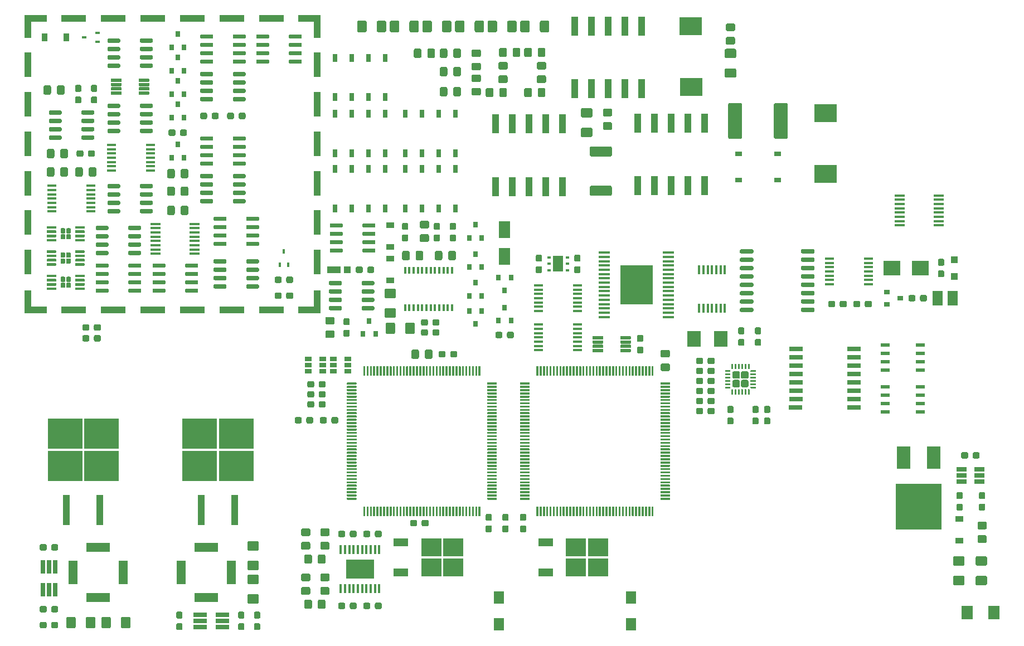
<source format=gbr>
G04 #@! TF.GenerationSoftware,KiCad,Pcbnew,5.1.5*
G04 #@! TF.CreationDate,2020-03-16T23:18:47+01:00*
G04 #@! TF.ProjectId,ETH1CDMM1,45544831-4344-44d4-9d31-2e6b69636164,rev?*
G04 #@! TF.SameCoordinates,Original*
G04 #@! TF.FileFunction,Paste,Top*
G04 #@! TF.FilePolarity,Positive*
%FSLAX46Y46*%
G04 Gerber Fmt 4.6, Leading zero omitted, Abs format (unit mm)*
G04 Created by KiCad (PCBNEW 5.1.5) date 2020-03-16 23:18:47*
%MOMM*%
%LPD*%
G04 APERTURE LIST*
%ADD10C,0.100000*%
%ADD11R,0.800000X0.900000*%
%ADD12R,1.060000X0.650000*%
%ADD13R,0.450000X0.700000*%
%ADD14R,5.000000X6.000000*%
%ADD15R,1.700000X0.380000*%
%ADD16R,3.800000X1.000000*%
%ADD17R,3.480000X1.000000*%
%ADD18R,1.000000X3.800000*%
%ADD19R,1.000000X3.480000*%
%ADD20R,1.400000X3.600000*%
%ADD21R,3.600000X1.400000*%
%ADD22R,0.800000X1.200000*%
%ADD23R,1.450000X0.450000*%
%ADD24R,2.000000X2.400000*%
%ADD25R,0.600000X0.400000*%
%ADD26R,1.500000X2.400000*%
%ADD27R,1.500000X0.450000*%
%ADD28R,0.400000X1.100000*%
%ADD29R,0.450000X1.450000*%
%ADD30R,5.250000X4.550000*%
%ADD31R,1.100000X4.600000*%
%ADD32R,3.050000X2.750000*%
%ADD33R,2.200000X1.200000*%
%ADD34R,1.140000X1.200000*%
%ADD35R,4.200000X3.000000*%
%ADD36R,0.650000X2.000000*%
%ADD37R,2.000000X0.650000*%
%ADD38R,1.560000X0.650000*%
%ADD39R,1.399540X0.599440*%
%ADD40R,3.500000X2.800000*%
%ADD41R,0.700000X0.450000*%
%ADD42R,7.000000X7.000000*%
%ADD43R,2.000000X3.500000*%
%ADD44R,1.500000X2.300000*%
%ADD45R,1.500000X1.900000*%
%ADD46R,2.000000X0.640000*%
%ADD47R,1.000000X3.000000*%
%ADD48R,1.800000X2.500000*%
%ADD49R,1.200000X0.900000*%
%ADD50R,2.000000X1.000000*%
%ADD51R,1.000000X1.000000*%
%ADD52R,0.900000X1.200000*%
%ADD53R,1.000000X0.700000*%
%ADD54R,2.500000X2.300000*%
%ADD55R,0.900000X0.800000*%
%ADD56R,1.778000X2.159000*%
G04 APERTURE END LIST*
D10*
G36*
X121960351Y-108829361D02*
G01*
X121967632Y-108830441D01*
X121974771Y-108832229D01*
X121981701Y-108834709D01*
X121988355Y-108837856D01*
X121994668Y-108841640D01*
X122000579Y-108846024D01*
X122006033Y-108850967D01*
X122010976Y-108856421D01*
X122015360Y-108862332D01*
X122019144Y-108868645D01*
X122022291Y-108875299D01*
X122024771Y-108882229D01*
X122026559Y-108889368D01*
X122027639Y-108896649D01*
X122028000Y-108904000D01*
X122028000Y-109054000D01*
X122027639Y-109061351D01*
X122026559Y-109068632D01*
X122024771Y-109075771D01*
X122022291Y-109082701D01*
X122019144Y-109089355D01*
X122015360Y-109095668D01*
X122010976Y-109101579D01*
X122006033Y-109107033D01*
X122000579Y-109111976D01*
X121994668Y-109116360D01*
X121988355Y-109120144D01*
X121981701Y-109123291D01*
X121974771Y-109125771D01*
X121967632Y-109127559D01*
X121960351Y-109128639D01*
X121953000Y-109129000D01*
X120628000Y-109129000D01*
X120620649Y-109128639D01*
X120613368Y-109127559D01*
X120606229Y-109125771D01*
X120599299Y-109123291D01*
X120592645Y-109120144D01*
X120586332Y-109116360D01*
X120580421Y-109111976D01*
X120574967Y-109107033D01*
X120570024Y-109101579D01*
X120565640Y-109095668D01*
X120561856Y-109089355D01*
X120558709Y-109082701D01*
X120556229Y-109075771D01*
X120554441Y-109068632D01*
X120553361Y-109061351D01*
X120553000Y-109054000D01*
X120553000Y-108904000D01*
X120553361Y-108896649D01*
X120554441Y-108889368D01*
X120556229Y-108882229D01*
X120558709Y-108875299D01*
X120561856Y-108868645D01*
X120565640Y-108862332D01*
X120570024Y-108856421D01*
X120574967Y-108850967D01*
X120580421Y-108846024D01*
X120586332Y-108841640D01*
X120592645Y-108837856D01*
X120599299Y-108834709D01*
X120606229Y-108832229D01*
X120613368Y-108830441D01*
X120620649Y-108829361D01*
X120628000Y-108829000D01*
X121953000Y-108829000D01*
X121960351Y-108829361D01*
G37*
G36*
X121960351Y-109329361D02*
G01*
X121967632Y-109330441D01*
X121974771Y-109332229D01*
X121981701Y-109334709D01*
X121988355Y-109337856D01*
X121994668Y-109341640D01*
X122000579Y-109346024D01*
X122006033Y-109350967D01*
X122010976Y-109356421D01*
X122015360Y-109362332D01*
X122019144Y-109368645D01*
X122022291Y-109375299D01*
X122024771Y-109382229D01*
X122026559Y-109389368D01*
X122027639Y-109396649D01*
X122028000Y-109404000D01*
X122028000Y-109554000D01*
X122027639Y-109561351D01*
X122026559Y-109568632D01*
X122024771Y-109575771D01*
X122022291Y-109582701D01*
X122019144Y-109589355D01*
X122015360Y-109595668D01*
X122010976Y-109601579D01*
X122006033Y-109607033D01*
X122000579Y-109611976D01*
X121994668Y-109616360D01*
X121988355Y-109620144D01*
X121981701Y-109623291D01*
X121974771Y-109625771D01*
X121967632Y-109627559D01*
X121960351Y-109628639D01*
X121953000Y-109629000D01*
X120628000Y-109629000D01*
X120620649Y-109628639D01*
X120613368Y-109627559D01*
X120606229Y-109625771D01*
X120599299Y-109623291D01*
X120592645Y-109620144D01*
X120586332Y-109616360D01*
X120580421Y-109611976D01*
X120574967Y-109607033D01*
X120570024Y-109601579D01*
X120565640Y-109595668D01*
X120561856Y-109589355D01*
X120558709Y-109582701D01*
X120556229Y-109575771D01*
X120554441Y-109568632D01*
X120553361Y-109561351D01*
X120553000Y-109554000D01*
X120553000Y-109404000D01*
X120553361Y-109396649D01*
X120554441Y-109389368D01*
X120556229Y-109382229D01*
X120558709Y-109375299D01*
X120561856Y-109368645D01*
X120565640Y-109362332D01*
X120570024Y-109356421D01*
X120574967Y-109350967D01*
X120580421Y-109346024D01*
X120586332Y-109341640D01*
X120592645Y-109337856D01*
X120599299Y-109334709D01*
X120606229Y-109332229D01*
X120613368Y-109330441D01*
X120620649Y-109329361D01*
X120628000Y-109329000D01*
X121953000Y-109329000D01*
X121960351Y-109329361D01*
G37*
G36*
X121960351Y-109829361D02*
G01*
X121967632Y-109830441D01*
X121974771Y-109832229D01*
X121981701Y-109834709D01*
X121988355Y-109837856D01*
X121994668Y-109841640D01*
X122000579Y-109846024D01*
X122006033Y-109850967D01*
X122010976Y-109856421D01*
X122015360Y-109862332D01*
X122019144Y-109868645D01*
X122022291Y-109875299D01*
X122024771Y-109882229D01*
X122026559Y-109889368D01*
X122027639Y-109896649D01*
X122028000Y-109904000D01*
X122028000Y-110054000D01*
X122027639Y-110061351D01*
X122026559Y-110068632D01*
X122024771Y-110075771D01*
X122022291Y-110082701D01*
X122019144Y-110089355D01*
X122015360Y-110095668D01*
X122010976Y-110101579D01*
X122006033Y-110107033D01*
X122000579Y-110111976D01*
X121994668Y-110116360D01*
X121988355Y-110120144D01*
X121981701Y-110123291D01*
X121974771Y-110125771D01*
X121967632Y-110127559D01*
X121960351Y-110128639D01*
X121953000Y-110129000D01*
X120628000Y-110129000D01*
X120620649Y-110128639D01*
X120613368Y-110127559D01*
X120606229Y-110125771D01*
X120599299Y-110123291D01*
X120592645Y-110120144D01*
X120586332Y-110116360D01*
X120580421Y-110111976D01*
X120574967Y-110107033D01*
X120570024Y-110101579D01*
X120565640Y-110095668D01*
X120561856Y-110089355D01*
X120558709Y-110082701D01*
X120556229Y-110075771D01*
X120554441Y-110068632D01*
X120553361Y-110061351D01*
X120553000Y-110054000D01*
X120553000Y-109904000D01*
X120553361Y-109896649D01*
X120554441Y-109889368D01*
X120556229Y-109882229D01*
X120558709Y-109875299D01*
X120561856Y-109868645D01*
X120565640Y-109862332D01*
X120570024Y-109856421D01*
X120574967Y-109850967D01*
X120580421Y-109846024D01*
X120586332Y-109841640D01*
X120592645Y-109837856D01*
X120599299Y-109834709D01*
X120606229Y-109832229D01*
X120613368Y-109830441D01*
X120620649Y-109829361D01*
X120628000Y-109829000D01*
X121953000Y-109829000D01*
X121960351Y-109829361D01*
G37*
G36*
X121960351Y-110329361D02*
G01*
X121967632Y-110330441D01*
X121974771Y-110332229D01*
X121981701Y-110334709D01*
X121988355Y-110337856D01*
X121994668Y-110341640D01*
X122000579Y-110346024D01*
X122006033Y-110350967D01*
X122010976Y-110356421D01*
X122015360Y-110362332D01*
X122019144Y-110368645D01*
X122022291Y-110375299D01*
X122024771Y-110382229D01*
X122026559Y-110389368D01*
X122027639Y-110396649D01*
X122028000Y-110404000D01*
X122028000Y-110554000D01*
X122027639Y-110561351D01*
X122026559Y-110568632D01*
X122024771Y-110575771D01*
X122022291Y-110582701D01*
X122019144Y-110589355D01*
X122015360Y-110595668D01*
X122010976Y-110601579D01*
X122006033Y-110607033D01*
X122000579Y-110611976D01*
X121994668Y-110616360D01*
X121988355Y-110620144D01*
X121981701Y-110623291D01*
X121974771Y-110625771D01*
X121967632Y-110627559D01*
X121960351Y-110628639D01*
X121953000Y-110629000D01*
X120628000Y-110629000D01*
X120620649Y-110628639D01*
X120613368Y-110627559D01*
X120606229Y-110625771D01*
X120599299Y-110623291D01*
X120592645Y-110620144D01*
X120586332Y-110616360D01*
X120580421Y-110611976D01*
X120574967Y-110607033D01*
X120570024Y-110601579D01*
X120565640Y-110595668D01*
X120561856Y-110589355D01*
X120558709Y-110582701D01*
X120556229Y-110575771D01*
X120554441Y-110568632D01*
X120553361Y-110561351D01*
X120553000Y-110554000D01*
X120553000Y-110404000D01*
X120553361Y-110396649D01*
X120554441Y-110389368D01*
X120556229Y-110382229D01*
X120558709Y-110375299D01*
X120561856Y-110368645D01*
X120565640Y-110362332D01*
X120570024Y-110356421D01*
X120574967Y-110350967D01*
X120580421Y-110346024D01*
X120586332Y-110341640D01*
X120592645Y-110337856D01*
X120599299Y-110334709D01*
X120606229Y-110332229D01*
X120613368Y-110330441D01*
X120620649Y-110329361D01*
X120628000Y-110329000D01*
X121953000Y-110329000D01*
X121960351Y-110329361D01*
G37*
G36*
X121960351Y-110829361D02*
G01*
X121967632Y-110830441D01*
X121974771Y-110832229D01*
X121981701Y-110834709D01*
X121988355Y-110837856D01*
X121994668Y-110841640D01*
X122000579Y-110846024D01*
X122006033Y-110850967D01*
X122010976Y-110856421D01*
X122015360Y-110862332D01*
X122019144Y-110868645D01*
X122022291Y-110875299D01*
X122024771Y-110882229D01*
X122026559Y-110889368D01*
X122027639Y-110896649D01*
X122028000Y-110904000D01*
X122028000Y-111054000D01*
X122027639Y-111061351D01*
X122026559Y-111068632D01*
X122024771Y-111075771D01*
X122022291Y-111082701D01*
X122019144Y-111089355D01*
X122015360Y-111095668D01*
X122010976Y-111101579D01*
X122006033Y-111107033D01*
X122000579Y-111111976D01*
X121994668Y-111116360D01*
X121988355Y-111120144D01*
X121981701Y-111123291D01*
X121974771Y-111125771D01*
X121967632Y-111127559D01*
X121960351Y-111128639D01*
X121953000Y-111129000D01*
X120628000Y-111129000D01*
X120620649Y-111128639D01*
X120613368Y-111127559D01*
X120606229Y-111125771D01*
X120599299Y-111123291D01*
X120592645Y-111120144D01*
X120586332Y-111116360D01*
X120580421Y-111111976D01*
X120574967Y-111107033D01*
X120570024Y-111101579D01*
X120565640Y-111095668D01*
X120561856Y-111089355D01*
X120558709Y-111082701D01*
X120556229Y-111075771D01*
X120554441Y-111068632D01*
X120553361Y-111061351D01*
X120553000Y-111054000D01*
X120553000Y-110904000D01*
X120553361Y-110896649D01*
X120554441Y-110889368D01*
X120556229Y-110882229D01*
X120558709Y-110875299D01*
X120561856Y-110868645D01*
X120565640Y-110862332D01*
X120570024Y-110856421D01*
X120574967Y-110850967D01*
X120580421Y-110846024D01*
X120586332Y-110841640D01*
X120592645Y-110837856D01*
X120599299Y-110834709D01*
X120606229Y-110832229D01*
X120613368Y-110830441D01*
X120620649Y-110829361D01*
X120628000Y-110829000D01*
X121953000Y-110829000D01*
X121960351Y-110829361D01*
G37*
G36*
X121960351Y-111329361D02*
G01*
X121967632Y-111330441D01*
X121974771Y-111332229D01*
X121981701Y-111334709D01*
X121988355Y-111337856D01*
X121994668Y-111341640D01*
X122000579Y-111346024D01*
X122006033Y-111350967D01*
X122010976Y-111356421D01*
X122015360Y-111362332D01*
X122019144Y-111368645D01*
X122022291Y-111375299D01*
X122024771Y-111382229D01*
X122026559Y-111389368D01*
X122027639Y-111396649D01*
X122028000Y-111404000D01*
X122028000Y-111554000D01*
X122027639Y-111561351D01*
X122026559Y-111568632D01*
X122024771Y-111575771D01*
X122022291Y-111582701D01*
X122019144Y-111589355D01*
X122015360Y-111595668D01*
X122010976Y-111601579D01*
X122006033Y-111607033D01*
X122000579Y-111611976D01*
X121994668Y-111616360D01*
X121988355Y-111620144D01*
X121981701Y-111623291D01*
X121974771Y-111625771D01*
X121967632Y-111627559D01*
X121960351Y-111628639D01*
X121953000Y-111629000D01*
X120628000Y-111629000D01*
X120620649Y-111628639D01*
X120613368Y-111627559D01*
X120606229Y-111625771D01*
X120599299Y-111623291D01*
X120592645Y-111620144D01*
X120586332Y-111616360D01*
X120580421Y-111611976D01*
X120574967Y-111607033D01*
X120570024Y-111601579D01*
X120565640Y-111595668D01*
X120561856Y-111589355D01*
X120558709Y-111582701D01*
X120556229Y-111575771D01*
X120554441Y-111568632D01*
X120553361Y-111561351D01*
X120553000Y-111554000D01*
X120553000Y-111404000D01*
X120553361Y-111396649D01*
X120554441Y-111389368D01*
X120556229Y-111382229D01*
X120558709Y-111375299D01*
X120561856Y-111368645D01*
X120565640Y-111362332D01*
X120570024Y-111356421D01*
X120574967Y-111350967D01*
X120580421Y-111346024D01*
X120586332Y-111341640D01*
X120592645Y-111337856D01*
X120599299Y-111334709D01*
X120606229Y-111332229D01*
X120613368Y-111330441D01*
X120620649Y-111329361D01*
X120628000Y-111329000D01*
X121953000Y-111329000D01*
X121960351Y-111329361D01*
G37*
G36*
X121960351Y-111829361D02*
G01*
X121967632Y-111830441D01*
X121974771Y-111832229D01*
X121981701Y-111834709D01*
X121988355Y-111837856D01*
X121994668Y-111841640D01*
X122000579Y-111846024D01*
X122006033Y-111850967D01*
X122010976Y-111856421D01*
X122015360Y-111862332D01*
X122019144Y-111868645D01*
X122022291Y-111875299D01*
X122024771Y-111882229D01*
X122026559Y-111889368D01*
X122027639Y-111896649D01*
X122028000Y-111904000D01*
X122028000Y-112054000D01*
X122027639Y-112061351D01*
X122026559Y-112068632D01*
X122024771Y-112075771D01*
X122022291Y-112082701D01*
X122019144Y-112089355D01*
X122015360Y-112095668D01*
X122010976Y-112101579D01*
X122006033Y-112107033D01*
X122000579Y-112111976D01*
X121994668Y-112116360D01*
X121988355Y-112120144D01*
X121981701Y-112123291D01*
X121974771Y-112125771D01*
X121967632Y-112127559D01*
X121960351Y-112128639D01*
X121953000Y-112129000D01*
X120628000Y-112129000D01*
X120620649Y-112128639D01*
X120613368Y-112127559D01*
X120606229Y-112125771D01*
X120599299Y-112123291D01*
X120592645Y-112120144D01*
X120586332Y-112116360D01*
X120580421Y-112111976D01*
X120574967Y-112107033D01*
X120570024Y-112101579D01*
X120565640Y-112095668D01*
X120561856Y-112089355D01*
X120558709Y-112082701D01*
X120556229Y-112075771D01*
X120554441Y-112068632D01*
X120553361Y-112061351D01*
X120553000Y-112054000D01*
X120553000Y-111904000D01*
X120553361Y-111896649D01*
X120554441Y-111889368D01*
X120556229Y-111882229D01*
X120558709Y-111875299D01*
X120561856Y-111868645D01*
X120565640Y-111862332D01*
X120570024Y-111856421D01*
X120574967Y-111850967D01*
X120580421Y-111846024D01*
X120586332Y-111841640D01*
X120592645Y-111837856D01*
X120599299Y-111834709D01*
X120606229Y-111832229D01*
X120613368Y-111830441D01*
X120620649Y-111829361D01*
X120628000Y-111829000D01*
X121953000Y-111829000D01*
X121960351Y-111829361D01*
G37*
G36*
X121960351Y-112329361D02*
G01*
X121967632Y-112330441D01*
X121974771Y-112332229D01*
X121981701Y-112334709D01*
X121988355Y-112337856D01*
X121994668Y-112341640D01*
X122000579Y-112346024D01*
X122006033Y-112350967D01*
X122010976Y-112356421D01*
X122015360Y-112362332D01*
X122019144Y-112368645D01*
X122022291Y-112375299D01*
X122024771Y-112382229D01*
X122026559Y-112389368D01*
X122027639Y-112396649D01*
X122028000Y-112404000D01*
X122028000Y-112554000D01*
X122027639Y-112561351D01*
X122026559Y-112568632D01*
X122024771Y-112575771D01*
X122022291Y-112582701D01*
X122019144Y-112589355D01*
X122015360Y-112595668D01*
X122010976Y-112601579D01*
X122006033Y-112607033D01*
X122000579Y-112611976D01*
X121994668Y-112616360D01*
X121988355Y-112620144D01*
X121981701Y-112623291D01*
X121974771Y-112625771D01*
X121967632Y-112627559D01*
X121960351Y-112628639D01*
X121953000Y-112629000D01*
X120628000Y-112629000D01*
X120620649Y-112628639D01*
X120613368Y-112627559D01*
X120606229Y-112625771D01*
X120599299Y-112623291D01*
X120592645Y-112620144D01*
X120586332Y-112616360D01*
X120580421Y-112611976D01*
X120574967Y-112607033D01*
X120570024Y-112601579D01*
X120565640Y-112595668D01*
X120561856Y-112589355D01*
X120558709Y-112582701D01*
X120556229Y-112575771D01*
X120554441Y-112568632D01*
X120553361Y-112561351D01*
X120553000Y-112554000D01*
X120553000Y-112404000D01*
X120553361Y-112396649D01*
X120554441Y-112389368D01*
X120556229Y-112382229D01*
X120558709Y-112375299D01*
X120561856Y-112368645D01*
X120565640Y-112362332D01*
X120570024Y-112356421D01*
X120574967Y-112350967D01*
X120580421Y-112346024D01*
X120586332Y-112341640D01*
X120592645Y-112337856D01*
X120599299Y-112334709D01*
X120606229Y-112332229D01*
X120613368Y-112330441D01*
X120620649Y-112329361D01*
X120628000Y-112329000D01*
X121953000Y-112329000D01*
X121960351Y-112329361D01*
G37*
G36*
X121960351Y-112829361D02*
G01*
X121967632Y-112830441D01*
X121974771Y-112832229D01*
X121981701Y-112834709D01*
X121988355Y-112837856D01*
X121994668Y-112841640D01*
X122000579Y-112846024D01*
X122006033Y-112850967D01*
X122010976Y-112856421D01*
X122015360Y-112862332D01*
X122019144Y-112868645D01*
X122022291Y-112875299D01*
X122024771Y-112882229D01*
X122026559Y-112889368D01*
X122027639Y-112896649D01*
X122028000Y-112904000D01*
X122028000Y-113054000D01*
X122027639Y-113061351D01*
X122026559Y-113068632D01*
X122024771Y-113075771D01*
X122022291Y-113082701D01*
X122019144Y-113089355D01*
X122015360Y-113095668D01*
X122010976Y-113101579D01*
X122006033Y-113107033D01*
X122000579Y-113111976D01*
X121994668Y-113116360D01*
X121988355Y-113120144D01*
X121981701Y-113123291D01*
X121974771Y-113125771D01*
X121967632Y-113127559D01*
X121960351Y-113128639D01*
X121953000Y-113129000D01*
X120628000Y-113129000D01*
X120620649Y-113128639D01*
X120613368Y-113127559D01*
X120606229Y-113125771D01*
X120599299Y-113123291D01*
X120592645Y-113120144D01*
X120586332Y-113116360D01*
X120580421Y-113111976D01*
X120574967Y-113107033D01*
X120570024Y-113101579D01*
X120565640Y-113095668D01*
X120561856Y-113089355D01*
X120558709Y-113082701D01*
X120556229Y-113075771D01*
X120554441Y-113068632D01*
X120553361Y-113061351D01*
X120553000Y-113054000D01*
X120553000Y-112904000D01*
X120553361Y-112896649D01*
X120554441Y-112889368D01*
X120556229Y-112882229D01*
X120558709Y-112875299D01*
X120561856Y-112868645D01*
X120565640Y-112862332D01*
X120570024Y-112856421D01*
X120574967Y-112850967D01*
X120580421Y-112846024D01*
X120586332Y-112841640D01*
X120592645Y-112837856D01*
X120599299Y-112834709D01*
X120606229Y-112832229D01*
X120613368Y-112830441D01*
X120620649Y-112829361D01*
X120628000Y-112829000D01*
X121953000Y-112829000D01*
X121960351Y-112829361D01*
G37*
G36*
X121960351Y-113329361D02*
G01*
X121967632Y-113330441D01*
X121974771Y-113332229D01*
X121981701Y-113334709D01*
X121988355Y-113337856D01*
X121994668Y-113341640D01*
X122000579Y-113346024D01*
X122006033Y-113350967D01*
X122010976Y-113356421D01*
X122015360Y-113362332D01*
X122019144Y-113368645D01*
X122022291Y-113375299D01*
X122024771Y-113382229D01*
X122026559Y-113389368D01*
X122027639Y-113396649D01*
X122028000Y-113404000D01*
X122028000Y-113554000D01*
X122027639Y-113561351D01*
X122026559Y-113568632D01*
X122024771Y-113575771D01*
X122022291Y-113582701D01*
X122019144Y-113589355D01*
X122015360Y-113595668D01*
X122010976Y-113601579D01*
X122006033Y-113607033D01*
X122000579Y-113611976D01*
X121994668Y-113616360D01*
X121988355Y-113620144D01*
X121981701Y-113623291D01*
X121974771Y-113625771D01*
X121967632Y-113627559D01*
X121960351Y-113628639D01*
X121953000Y-113629000D01*
X120628000Y-113629000D01*
X120620649Y-113628639D01*
X120613368Y-113627559D01*
X120606229Y-113625771D01*
X120599299Y-113623291D01*
X120592645Y-113620144D01*
X120586332Y-113616360D01*
X120580421Y-113611976D01*
X120574967Y-113607033D01*
X120570024Y-113601579D01*
X120565640Y-113595668D01*
X120561856Y-113589355D01*
X120558709Y-113582701D01*
X120556229Y-113575771D01*
X120554441Y-113568632D01*
X120553361Y-113561351D01*
X120553000Y-113554000D01*
X120553000Y-113404000D01*
X120553361Y-113396649D01*
X120554441Y-113389368D01*
X120556229Y-113382229D01*
X120558709Y-113375299D01*
X120561856Y-113368645D01*
X120565640Y-113362332D01*
X120570024Y-113356421D01*
X120574967Y-113350967D01*
X120580421Y-113346024D01*
X120586332Y-113341640D01*
X120592645Y-113337856D01*
X120599299Y-113334709D01*
X120606229Y-113332229D01*
X120613368Y-113330441D01*
X120620649Y-113329361D01*
X120628000Y-113329000D01*
X121953000Y-113329000D01*
X121960351Y-113329361D01*
G37*
G36*
X121960351Y-113829361D02*
G01*
X121967632Y-113830441D01*
X121974771Y-113832229D01*
X121981701Y-113834709D01*
X121988355Y-113837856D01*
X121994668Y-113841640D01*
X122000579Y-113846024D01*
X122006033Y-113850967D01*
X122010976Y-113856421D01*
X122015360Y-113862332D01*
X122019144Y-113868645D01*
X122022291Y-113875299D01*
X122024771Y-113882229D01*
X122026559Y-113889368D01*
X122027639Y-113896649D01*
X122028000Y-113904000D01*
X122028000Y-114054000D01*
X122027639Y-114061351D01*
X122026559Y-114068632D01*
X122024771Y-114075771D01*
X122022291Y-114082701D01*
X122019144Y-114089355D01*
X122015360Y-114095668D01*
X122010976Y-114101579D01*
X122006033Y-114107033D01*
X122000579Y-114111976D01*
X121994668Y-114116360D01*
X121988355Y-114120144D01*
X121981701Y-114123291D01*
X121974771Y-114125771D01*
X121967632Y-114127559D01*
X121960351Y-114128639D01*
X121953000Y-114129000D01*
X120628000Y-114129000D01*
X120620649Y-114128639D01*
X120613368Y-114127559D01*
X120606229Y-114125771D01*
X120599299Y-114123291D01*
X120592645Y-114120144D01*
X120586332Y-114116360D01*
X120580421Y-114111976D01*
X120574967Y-114107033D01*
X120570024Y-114101579D01*
X120565640Y-114095668D01*
X120561856Y-114089355D01*
X120558709Y-114082701D01*
X120556229Y-114075771D01*
X120554441Y-114068632D01*
X120553361Y-114061351D01*
X120553000Y-114054000D01*
X120553000Y-113904000D01*
X120553361Y-113896649D01*
X120554441Y-113889368D01*
X120556229Y-113882229D01*
X120558709Y-113875299D01*
X120561856Y-113868645D01*
X120565640Y-113862332D01*
X120570024Y-113856421D01*
X120574967Y-113850967D01*
X120580421Y-113846024D01*
X120586332Y-113841640D01*
X120592645Y-113837856D01*
X120599299Y-113834709D01*
X120606229Y-113832229D01*
X120613368Y-113830441D01*
X120620649Y-113829361D01*
X120628000Y-113829000D01*
X121953000Y-113829000D01*
X121960351Y-113829361D01*
G37*
G36*
X121960351Y-114329361D02*
G01*
X121967632Y-114330441D01*
X121974771Y-114332229D01*
X121981701Y-114334709D01*
X121988355Y-114337856D01*
X121994668Y-114341640D01*
X122000579Y-114346024D01*
X122006033Y-114350967D01*
X122010976Y-114356421D01*
X122015360Y-114362332D01*
X122019144Y-114368645D01*
X122022291Y-114375299D01*
X122024771Y-114382229D01*
X122026559Y-114389368D01*
X122027639Y-114396649D01*
X122028000Y-114404000D01*
X122028000Y-114554000D01*
X122027639Y-114561351D01*
X122026559Y-114568632D01*
X122024771Y-114575771D01*
X122022291Y-114582701D01*
X122019144Y-114589355D01*
X122015360Y-114595668D01*
X122010976Y-114601579D01*
X122006033Y-114607033D01*
X122000579Y-114611976D01*
X121994668Y-114616360D01*
X121988355Y-114620144D01*
X121981701Y-114623291D01*
X121974771Y-114625771D01*
X121967632Y-114627559D01*
X121960351Y-114628639D01*
X121953000Y-114629000D01*
X120628000Y-114629000D01*
X120620649Y-114628639D01*
X120613368Y-114627559D01*
X120606229Y-114625771D01*
X120599299Y-114623291D01*
X120592645Y-114620144D01*
X120586332Y-114616360D01*
X120580421Y-114611976D01*
X120574967Y-114607033D01*
X120570024Y-114601579D01*
X120565640Y-114595668D01*
X120561856Y-114589355D01*
X120558709Y-114582701D01*
X120556229Y-114575771D01*
X120554441Y-114568632D01*
X120553361Y-114561351D01*
X120553000Y-114554000D01*
X120553000Y-114404000D01*
X120553361Y-114396649D01*
X120554441Y-114389368D01*
X120556229Y-114382229D01*
X120558709Y-114375299D01*
X120561856Y-114368645D01*
X120565640Y-114362332D01*
X120570024Y-114356421D01*
X120574967Y-114350967D01*
X120580421Y-114346024D01*
X120586332Y-114341640D01*
X120592645Y-114337856D01*
X120599299Y-114334709D01*
X120606229Y-114332229D01*
X120613368Y-114330441D01*
X120620649Y-114329361D01*
X120628000Y-114329000D01*
X121953000Y-114329000D01*
X121960351Y-114329361D01*
G37*
G36*
X121960351Y-114829361D02*
G01*
X121967632Y-114830441D01*
X121974771Y-114832229D01*
X121981701Y-114834709D01*
X121988355Y-114837856D01*
X121994668Y-114841640D01*
X122000579Y-114846024D01*
X122006033Y-114850967D01*
X122010976Y-114856421D01*
X122015360Y-114862332D01*
X122019144Y-114868645D01*
X122022291Y-114875299D01*
X122024771Y-114882229D01*
X122026559Y-114889368D01*
X122027639Y-114896649D01*
X122028000Y-114904000D01*
X122028000Y-115054000D01*
X122027639Y-115061351D01*
X122026559Y-115068632D01*
X122024771Y-115075771D01*
X122022291Y-115082701D01*
X122019144Y-115089355D01*
X122015360Y-115095668D01*
X122010976Y-115101579D01*
X122006033Y-115107033D01*
X122000579Y-115111976D01*
X121994668Y-115116360D01*
X121988355Y-115120144D01*
X121981701Y-115123291D01*
X121974771Y-115125771D01*
X121967632Y-115127559D01*
X121960351Y-115128639D01*
X121953000Y-115129000D01*
X120628000Y-115129000D01*
X120620649Y-115128639D01*
X120613368Y-115127559D01*
X120606229Y-115125771D01*
X120599299Y-115123291D01*
X120592645Y-115120144D01*
X120586332Y-115116360D01*
X120580421Y-115111976D01*
X120574967Y-115107033D01*
X120570024Y-115101579D01*
X120565640Y-115095668D01*
X120561856Y-115089355D01*
X120558709Y-115082701D01*
X120556229Y-115075771D01*
X120554441Y-115068632D01*
X120553361Y-115061351D01*
X120553000Y-115054000D01*
X120553000Y-114904000D01*
X120553361Y-114896649D01*
X120554441Y-114889368D01*
X120556229Y-114882229D01*
X120558709Y-114875299D01*
X120561856Y-114868645D01*
X120565640Y-114862332D01*
X120570024Y-114856421D01*
X120574967Y-114850967D01*
X120580421Y-114846024D01*
X120586332Y-114841640D01*
X120592645Y-114837856D01*
X120599299Y-114834709D01*
X120606229Y-114832229D01*
X120613368Y-114830441D01*
X120620649Y-114829361D01*
X120628000Y-114829000D01*
X121953000Y-114829000D01*
X121960351Y-114829361D01*
G37*
G36*
X121960351Y-115329361D02*
G01*
X121967632Y-115330441D01*
X121974771Y-115332229D01*
X121981701Y-115334709D01*
X121988355Y-115337856D01*
X121994668Y-115341640D01*
X122000579Y-115346024D01*
X122006033Y-115350967D01*
X122010976Y-115356421D01*
X122015360Y-115362332D01*
X122019144Y-115368645D01*
X122022291Y-115375299D01*
X122024771Y-115382229D01*
X122026559Y-115389368D01*
X122027639Y-115396649D01*
X122028000Y-115404000D01*
X122028000Y-115554000D01*
X122027639Y-115561351D01*
X122026559Y-115568632D01*
X122024771Y-115575771D01*
X122022291Y-115582701D01*
X122019144Y-115589355D01*
X122015360Y-115595668D01*
X122010976Y-115601579D01*
X122006033Y-115607033D01*
X122000579Y-115611976D01*
X121994668Y-115616360D01*
X121988355Y-115620144D01*
X121981701Y-115623291D01*
X121974771Y-115625771D01*
X121967632Y-115627559D01*
X121960351Y-115628639D01*
X121953000Y-115629000D01*
X120628000Y-115629000D01*
X120620649Y-115628639D01*
X120613368Y-115627559D01*
X120606229Y-115625771D01*
X120599299Y-115623291D01*
X120592645Y-115620144D01*
X120586332Y-115616360D01*
X120580421Y-115611976D01*
X120574967Y-115607033D01*
X120570024Y-115601579D01*
X120565640Y-115595668D01*
X120561856Y-115589355D01*
X120558709Y-115582701D01*
X120556229Y-115575771D01*
X120554441Y-115568632D01*
X120553361Y-115561351D01*
X120553000Y-115554000D01*
X120553000Y-115404000D01*
X120553361Y-115396649D01*
X120554441Y-115389368D01*
X120556229Y-115382229D01*
X120558709Y-115375299D01*
X120561856Y-115368645D01*
X120565640Y-115362332D01*
X120570024Y-115356421D01*
X120574967Y-115350967D01*
X120580421Y-115346024D01*
X120586332Y-115341640D01*
X120592645Y-115337856D01*
X120599299Y-115334709D01*
X120606229Y-115332229D01*
X120613368Y-115330441D01*
X120620649Y-115329361D01*
X120628000Y-115329000D01*
X121953000Y-115329000D01*
X121960351Y-115329361D01*
G37*
G36*
X121960351Y-115829361D02*
G01*
X121967632Y-115830441D01*
X121974771Y-115832229D01*
X121981701Y-115834709D01*
X121988355Y-115837856D01*
X121994668Y-115841640D01*
X122000579Y-115846024D01*
X122006033Y-115850967D01*
X122010976Y-115856421D01*
X122015360Y-115862332D01*
X122019144Y-115868645D01*
X122022291Y-115875299D01*
X122024771Y-115882229D01*
X122026559Y-115889368D01*
X122027639Y-115896649D01*
X122028000Y-115904000D01*
X122028000Y-116054000D01*
X122027639Y-116061351D01*
X122026559Y-116068632D01*
X122024771Y-116075771D01*
X122022291Y-116082701D01*
X122019144Y-116089355D01*
X122015360Y-116095668D01*
X122010976Y-116101579D01*
X122006033Y-116107033D01*
X122000579Y-116111976D01*
X121994668Y-116116360D01*
X121988355Y-116120144D01*
X121981701Y-116123291D01*
X121974771Y-116125771D01*
X121967632Y-116127559D01*
X121960351Y-116128639D01*
X121953000Y-116129000D01*
X120628000Y-116129000D01*
X120620649Y-116128639D01*
X120613368Y-116127559D01*
X120606229Y-116125771D01*
X120599299Y-116123291D01*
X120592645Y-116120144D01*
X120586332Y-116116360D01*
X120580421Y-116111976D01*
X120574967Y-116107033D01*
X120570024Y-116101579D01*
X120565640Y-116095668D01*
X120561856Y-116089355D01*
X120558709Y-116082701D01*
X120556229Y-116075771D01*
X120554441Y-116068632D01*
X120553361Y-116061351D01*
X120553000Y-116054000D01*
X120553000Y-115904000D01*
X120553361Y-115896649D01*
X120554441Y-115889368D01*
X120556229Y-115882229D01*
X120558709Y-115875299D01*
X120561856Y-115868645D01*
X120565640Y-115862332D01*
X120570024Y-115856421D01*
X120574967Y-115850967D01*
X120580421Y-115846024D01*
X120586332Y-115841640D01*
X120592645Y-115837856D01*
X120599299Y-115834709D01*
X120606229Y-115832229D01*
X120613368Y-115830441D01*
X120620649Y-115829361D01*
X120628000Y-115829000D01*
X121953000Y-115829000D01*
X121960351Y-115829361D01*
G37*
G36*
X121960351Y-116329361D02*
G01*
X121967632Y-116330441D01*
X121974771Y-116332229D01*
X121981701Y-116334709D01*
X121988355Y-116337856D01*
X121994668Y-116341640D01*
X122000579Y-116346024D01*
X122006033Y-116350967D01*
X122010976Y-116356421D01*
X122015360Y-116362332D01*
X122019144Y-116368645D01*
X122022291Y-116375299D01*
X122024771Y-116382229D01*
X122026559Y-116389368D01*
X122027639Y-116396649D01*
X122028000Y-116404000D01*
X122028000Y-116554000D01*
X122027639Y-116561351D01*
X122026559Y-116568632D01*
X122024771Y-116575771D01*
X122022291Y-116582701D01*
X122019144Y-116589355D01*
X122015360Y-116595668D01*
X122010976Y-116601579D01*
X122006033Y-116607033D01*
X122000579Y-116611976D01*
X121994668Y-116616360D01*
X121988355Y-116620144D01*
X121981701Y-116623291D01*
X121974771Y-116625771D01*
X121967632Y-116627559D01*
X121960351Y-116628639D01*
X121953000Y-116629000D01*
X120628000Y-116629000D01*
X120620649Y-116628639D01*
X120613368Y-116627559D01*
X120606229Y-116625771D01*
X120599299Y-116623291D01*
X120592645Y-116620144D01*
X120586332Y-116616360D01*
X120580421Y-116611976D01*
X120574967Y-116607033D01*
X120570024Y-116601579D01*
X120565640Y-116595668D01*
X120561856Y-116589355D01*
X120558709Y-116582701D01*
X120556229Y-116575771D01*
X120554441Y-116568632D01*
X120553361Y-116561351D01*
X120553000Y-116554000D01*
X120553000Y-116404000D01*
X120553361Y-116396649D01*
X120554441Y-116389368D01*
X120556229Y-116382229D01*
X120558709Y-116375299D01*
X120561856Y-116368645D01*
X120565640Y-116362332D01*
X120570024Y-116356421D01*
X120574967Y-116350967D01*
X120580421Y-116346024D01*
X120586332Y-116341640D01*
X120592645Y-116337856D01*
X120599299Y-116334709D01*
X120606229Y-116332229D01*
X120613368Y-116330441D01*
X120620649Y-116329361D01*
X120628000Y-116329000D01*
X121953000Y-116329000D01*
X121960351Y-116329361D01*
G37*
G36*
X121960351Y-116829361D02*
G01*
X121967632Y-116830441D01*
X121974771Y-116832229D01*
X121981701Y-116834709D01*
X121988355Y-116837856D01*
X121994668Y-116841640D01*
X122000579Y-116846024D01*
X122006033Y-116850967D01*
X122010976Y-116856421D01*
X122015360Y-116862332D01*
X122019144Y-116868645D01*
X122022291Y-116875299D01*
X122024771Y-116882229D01*
X122026559Y-116889368D01*
X122027639Y-116896649D01*
X122028000Y-116904000D01*
X122028000Y-117054000D01*
X122027639Y-117061351D01*
X122026559Y-117068632D01*
X122024771Y-117075771D01*
X122022291Y-117082701D01*
X122019144Y-117089355D01*
X122015360Y-117095668D01*
X122010976Y-117101579D01*
X122006033Y-117107033D01*
X122000579Y-117111976D01*
X121994668Y-117116360D01*
X121988355Y-117120144D01*
X121981701Y-117123291D01*
X121974771Y-117125771D01*
X121967632Y-117127559D01*
X121960351Y-117128639D01*
X121953000Y-117129000D01*
X120628000Y-117129000D01*
X120620649Y-117128639D01*
X120613368Y-117127559D01*
X120606229Y-117125771D01*
X120599299Y-117123291D01*
X120592645Y-117120144D01*
X120586332Y-117116360D01*
X120580421Y-117111976D01*
X120574967Y-117107033D01*
X120570024Y-117101579D01*
X120565640Y-117095668D01*
X120561856Y-117089355D01*
X120558709Y-117082701D01*
X120556229Y-117075771D01*
X120554441Y-117068632D01*
X120553361Y-117061351D01*
X120553000Y-117054000D01*
X120553000Y-116904000D01*
X120553361Y-116896649D01*
X120554441Y-116889368D01*
X120556229Y-116882229D01*
X120558709Y-116875299D01*
X120561856Y-116868645D01*
X120565640Y-116862332D01*
X120570024Y-116856421D01*
X120574967Y-116850967D01*
X120580421Y-116846024D01*
X120586332Y-116841640D01*
X120592645Y-116837856D01*
X120599299Y-116834709D01*
X120606229Y-116832229D01*
X120613368Y-116830441D01*
X120620649Y-116829361D01*
X120628000Y-116829000D01*
X121953000Y-116829000D01*
X121960351Y-116829361D01*
G37*
G36*
X121960351Y-117329361D02*
G01*
X121967632Y-117330441D01*
X121974771Y-117332229D01*
X121981701Y-117334709D01*
X121988355Y-117337856D01*
X121994668Y-117341640D01*
X122000579Y-117346024D01*
X122006033Y-117350967D01*
X122010976Y-117356421D01*
X122015360Y-117362332D01*
X122019144Y-117368645D01*
X122022291Y-117375299D01*
X122024771Y-117382229D01*
X122026559Y-117389368D01*
X122027639Y-117396649D01*
X122028000Y-117404000D01*
X122028000Y-117554000D01*
X122027639Y-117561351D01*
X122026559Y-117568632D01*
X122024771Y-117575771D01*
X122022291Y-117582701D01*
X122019144Y-117589355D01*
X122015360Y-117595668D01*
X122010976Y-117601579D01*
X122006033Y-117607033D01*
X122000579Y-117611976D01*
X121994668Y-117616360D01*
X121988355Y-117620144D01*
X121981701Y-117623291D01*
X121974771Y-117625771D01*
X121967632Y-117627559D01*
X121960351Y-117628639D01*
X121953000Y-117629000D01*
X120628000Y-117629000D01*
X120620649Y-117628639D01*
X120613368Y-117627559D01*
X120606229Y-117625771D01*
X120599299Y-117623291D01*
X120592645Y-117620144D01*
X120586332Y-117616360D01*
X120580421Y-117611976D01*
X120574967Y-117607033D01*
X120570024Y-117601579D01*
X120565640Y-117595668D01*
X120561856Y-117589355D01*
X120558709Y-117582701D01*
X120556229Y-117575771D01*
X120554441Y-117568632D01*
X120553361Y-117561351D01*
X120553000Y-117554000D01*
X120553000Y-117404000D01*
X120553361Y-117396649D01*
X120554441Y-117389368D01*
X120556229Y-117382229D01*
X120558709Y-117375299D01*
X120561856Y-117368645D01*
X120565640Y-117362332D01*
X120570024Y-117356421D01*
X120574967Y-117350967D01*
X120580421Y-117346024D01*
X120586332Y-117341640D01*
X120592645Y-117337856D01*
X120599299Y-117334709D01*
X120606229Y-117332229D01*
X120613368Y-117330441D01*
X120620649Y-117329361D01*
X120628000Y-117329000D01*
X121953000Y-117329000D01*
X121960351Y-117329361D01*
G37*
G36*
X121960351Y-117829361D02*
G01*
X121967632Y-117830441D01*
X121974771Y-117832229D01*
X121981701Y-117834709D01*
X121988355Y-117837856D01*
X121994668Y-117841640D01*
X122000579Y-117846024D01*
X122006033Y-117850967D01*
X122010976Y-117856421D01*
X122015360Y-117862332D01*
X122019144Y-117868645D01*
X122022291Y-117875299D01*
X122024771Y-117882229D01*
X122026559Y-117889368D01*
X122027639Y-117896649D01*
X122028000Y-117904000D01*
X122028000Y-118054000D01*
X122027639Y-118061351D01*
X122026559Y-118068632D01*
X122024771Y-118075771D01*
X122022291Y-118082701D01*
X122019144Y-118089355D01*
X122015360Y-118095668D01*
X122010976Y-118101579D01*
X122006033Y-118107033D01*
X122000579Y-118111976D01*
X121994668Y-118116360D01*
X121988355Y-118120144D01*
X121981701Y-118123291D01*
X121974771Y-118125771D01*
X121967632Y-118127559D01*
X121960351Y-118128639D01*
X121953000Y-118129000D01*
X120628000Y-118129000D01*
X120620649Y-118128639D01*
X120613368Y-118127559D01*
X120606229Y-118125771D01*
X120599299Y-118123291D01*
X120592645Y-118120144D01*
X120586332Y-118116360D01*
X120580421Y-118111976D01*
X120574967Y-118107033D01*
X120570024Y-118101579D01*
X120565640Y-118095668D01*
X120561856Y-118089355D01*
X120558709Y-118082701D01*
X120556229Y-118075771D01*
X120554441Y-118068632D01*
X120553361Y-118061351D01*
X120553000Y-118054000D01*
X120553000Y-117904000D01*
X120553361Y-117896649D01*
X120554441Y-117889368D01*
X120556229Y-117882229D01*
X120558709Y-117875299D01*
X120561856Y-117868645D01*
X120565640Y-117862332D01*
X120570024Y-117856421D01*
X120574967Y-117850967D01*
X120580421Y-117846024D01*
X120586332Y-117841640D01*
X120592645Y-117837856D01*
X120599299Y-117834709D01*
X120606229Y-117832229D01*
X120613368Y-117830441D01*
X120620649Y-117829361D01*
X120628000Y-117829000D01*
X121953000Y-117829000D01*
X121960351Y-117829361D01*
G37*
G36*
X121960351Y-118329361D02*
G01*
X121967632Y-118330441D01*
X121974771Y-118332229D01*
X121981701Y-118334709D01*
X121988355Y-118337856D01*
X121994668Y-118341640D01*
X122000579Y-118346024D01*
X122006033Y-118350967D01*
X122010976Y-118356421D01*
X122015360Y-118362332D01*
X122019144Y-118368645D01*
X122022291Y-118375299D01*
X122024771Y-118382229D01*
X122026559Y-118389368D01*
X122027639Y-118396649D01*
X122028000Y-118404000D01*
X122028000Y-118554000D01*
X122027639Y-118561351D01*
X122026559Y-118568632D01*
X122024771Y-118575771D01*
X122022291Y-118582701D01*
X122019144Y-118589355D01*
X122015360Y-118595668D01*
X122010976Y-118601579D01*
X122006033Y-118607033D01*
X122000579Y-118611976D01*
X121994668Y-118616360D01*
X121988355Y-118620144D01*
X121981701Y-118623291D01*
X121974771Y-118625771D01*
X121967632Y-118627559D01*
X121960351Y-118628639D01*
X121953000Y-118629000D01*
X120628000Y-118629000D01*
X120620649Y-118628639D01*
X120613368Y-118627559D01*
X120606229Y-118625771D01*
X120599299Y-118623291D01*
X120592645Y-118620144D01*
X120586332Y-118616360D01*
X120580421Y-118611976D01*
X120574967Y-118607033D01*
X120570024Y-118601579D01*
X120565640Y-118595668D01*
X120561856Y-118589355D01*
X120558709Y-118582701D01*
X120556229Y-118575771D01*
X120554441Y-118568632D01*
X120553361Y-118561351D01*
X120553000Y-118554000D01*
X120553000Y-118404000D01*
X120553361Y-118396649D01*
X120554441Y-118389368D01*
X120556229Y-118382229D01*
X120558709Y-118375299D01*
X120561856Y-118368645D01*
X120565640Y-118362332D01*
X120570024Y-118356421D01*
X120574967Y-118350967D01*
X120580421Y-118346024D01*
X120586332Y-118341640D01*
X120592645Y-118337856D01*
X120599299Y-118334709D01*
X120606229Y-118332229D01*
X120613368Y-118330441D01*
X120620649Y-118329361D01*
X120628000Y-118329000D01*
X121953000Y-118329000D01*
X121960351Y-118329361D01*
G37*
G36*
X121960351Y-118829361D02*
G01*
X121967632Y-118830441D01*
X121974771Y-118832229D01*
X121981701Y-118834709D01*
X121988355Y-118837856D01*
X121994668Y-118841640D01*
X122000579Y-118846024D01*
X122006033Y-118850967D01*
X122010976Y-118856421D01*
X122015360Y-118862332D01*
X122019144Y-118868645D01*
X122022291Y-118875299D01*
X122024771Y-118882229D01*
X122026559Y-118889368D01*
X122027639Y-118896649D01*
X122028000Y-118904000D01*
X122028000Y-119054000D01*
X122027639Y-119061351D01*
X122026559Y-119068632D01*
X122024771Y-119075771D01*
X122022291Y-119082701D01*
X122019144Y-119089355D01*
X122015360Y-119095668D01*
X122010976Y-119101579D01*
X122006033Y-119107033D01*
X122000579Y-119111976D01*
X121994668Y-119116360D01*
X121988355Y-119120144D01*
X121981701Y-119123291D01*
X121974771Y-119125771D01*
X121967632Y-119127559D01*
X121960351Y-119128639D01*
X121953000Y-119129000D01*
X120628000Y-119129000D01*
X120620649Y-119128639D01*
X120613368Y-119127559D01*
X120606229Y-119125771D01*
X120599299Y-119123291D01*
X120592645Y-119120144D01*
X120586332Y-119116360D01*
X120580421Y-119111976D01*
X120574967Y-119107033D01*
X120570024Y-119101579D01*
X120565640Y-119095668D01*
X120561856Y-119089355D01*
X120558709Y-119082701D01*
X120556229Y-119075771D01*
X120554441Y-119068632D01*
X120553361Y-119061351D01*
X120553000Y-119054000D01*
X120553000Y-118904000D01*
X120553361Y-118896649D01*
X120554441Y-118889368D01*
X120556229Y-118882229D01*
X120558709Y-118875299D01*
X120561856Y-118868645D01*
X120565640Y-118862332D01*
X120570024Y-118856421D01*
X120574967Y-118850967D01*
X120580421Y-118846024D01*
X120586332Y-118841640D01*
X120592645Y-118837856D01*
X120599299Y-118834709D01*
X120606229Y-118832229D01*
X120613368Y-118830441D01*
X120620649Y-118829361D01*
X120628000Y-118829000D01*
X121953000Y-118829000D01*
X121960351Y-118829361D01*
G37*
G36*
X121960351Y-119329361D02*
G01*
X121967632Y-119330441D01*
X121974771Y-119332229D01*
X121981701Y-119334709D01*
X121988355Y-119337856D01*
X121994668Y-119341640D01*
X122000579Y-119346024D01*
X122006033Y-119350967D01*
X122010976Y-119356421D01*
X122015360Y-119362332D01*
X122019144Y-119368645D01*
X122022291Y-119375299D01*
X122024771Y-119382229D01*
X122026559Y-119389368D01*
X122027639Y-119396649D01*
X122028000Y-119404000D01*
X122028000Y-119554000D01*
X122027639Y-119561351D01*
X122026559Y-119568632D01*
X122024771Y-119575771D01*
X122022291Y-119582701D01*
X122019144Y-119589355D01*
X122015360Y-119595668D01*
X122010976Y-119601579D01*
X122006033Y-119607033D01*
X122000579Y-119611976D01*
X121994668Y-119616360D01*
X121988355Y-119620144D01*
X121981701Y-119623291D01*
X121974771Y-119625771D01*
X121967632Y-119627559D01*
X121960351Y-119628639D01*
X121953000Y-119629000D01*
X120628000Y-119629000D01*
X120620649Y-119628639D01*
X120613368Y-119627559D01*
X120606229Y-119625771D01*
X120599299Y-119623291D01*
X120592645Y-119620144D01*
X120586332Y-119616360D01*
X120580421Y-119611976D01*
X120574967Y-119607033D01*
X120570024Y-119601579D01*
X120565640Y-119595668D01*
X120561856Y-119589355D01*
X120558709Y-119582701D01*
X120556229Y-119575771D01*
X120554441Y-119568632D01*
X120553361Y-119561351D01*
X120553000Y-119554000D01*
X120553000Y-119404000D01*
X120553361Y-119396649D01*
X120554441Y-119389368D01*
X120556229Y-119382229D01*
X120558709Y-119375299D01*
X120561856Y-119368645D01*
X120565640Y-119362332D01*
X120570024Y-119356421D01*
X120574967Y-119350967D01*
X120580421Y-119346024D01*
X120586332Y-119341640D01*
X120592645Y-119337856D01*
X120599299Y-119334709D01*
X120606229Y-119332229D01*
X120613368Y-119330441D01*
X120620649Y-119329361D01*
X120628000Y-119329000D01*
X121953000Y-119329000D01*
X121960351Y-119329361D01*
G37*
G36*
X121960351Y-119829361D02*
G01*
X121967632Y-119830441D01*
X121974771Y-119832229D01*
X121981701Y-119834709D01*
X121988355Y-119837856D01*
X121994668Y-119841640D01*
X122000579Y-119846024D01*
X122006033Y-119850967D01*
X122010976Y-119856421D01*
X122015360Y-119862332D01*
X122019144Y-119868645D01*
X122022291Y-119875299D01*
X122024771Y-119882229D01*
X122026559Y-119889368D01*
X122027639Y-119896649D01*
X122028000Y-119904000D01*
X122028000Y-120054000D01*
X122027639Y-120061351D01*
X122026559Y-120068632D01*
X122024771Y-120075771D01*
X122022291Y-120082701D01*
X122019144Y-120089355D01*
X122015360Y-120095668D01*
X122010976Y-120101579D01*
X122006033Y-120107033D01*
X122000579Y-120111976D01*
X121994668Y-120116360D01*
X121988355Y-120120144D01*
X121981701Y-120123291D01*
X121974771Y-120125771D01*
X121967632Y-120127559D01*
X121960351Y-120128639D01*
X121953000Y-120129000D01*
X120628000Y-120129000D01*
X120620649Y-120128639D01*
X120613368Y-120127559D01*
X120606229Y-120125771D01*
X120599299Y-120123291D01*
X120592645Y-120120144D01*
X120586332Y-120116360D01*
X120580421Y-120111976D01*
X120574967Y-120107033D01*
X120570024Y-120101579D01*
X120565640Y-120095668D01*
X120561856Y-120089355D01*
X120558709Y-120082701D01*
X120556229Y-120075771D01*
X120554441Y-120068632D01*
X120553361Y-120061351D01*
X120553000Y-120054000D01*
X120553000Y-119904000D01*
X120553361Y-119896649D01*
X120554441Y-119889368D01*
X120556229Y-119882229D01*
X120558709Y-119875299D01*
X120561856Y-119868645D01*
X120565640Y-119862332D01*
X120570024Y-119856421D01*
X120574967Y-119850967D01*
X120580421Y-119846024D01*
X120586332Y-119841640D01*
X120592645Y-119837856D01*
X120599299Y-119834709D01*
X120606229Y-119832229D01*
X120613368Y-119830441D01*
X120620649Y-119829361D01*
X120628000Y-119829000D01*
X121953000Y-119829000D01*
X121960351Y-119829361D01*
G37*
G36*
X121960351Y-120329361D02*
G01*
X121967632Y-120330441D01*
X121974771Y-120332229D01*
X121981701Y-120334709D01*
X121988355Y-120337856D01*
X121994668Y-120341640D01*
X122000579Y-120346024D01*
X122006033Y-120350967D01*
X122010976Y-120356421D01*
X122015360Y-120362332D01*
X122019144Y-120368645D01*
X122022291Y-120375299D01*
X122024771Y-120382229D01*
X122026559Y-120389368D01*
X122027639Y-120396649D01*
X122028000Y-120404000D01*
X122028000Y-120554000D01*
X122027639Y-120561351D01*
X122026559Y-120568632D01*
X122024771Y-120575771D01*
X122022291Y-120582701D01*
X122019144Y-120589355D01*
X122015360Y-120595668D01*
X122010976Y-120601579D01*
X122006033Y-120607033D01*
X122000579Y-120611976D01*
X121994668Y-120616360D01*
X121988355Y-120620144D01*
X121981701Y-120623291D01*
X121974771Y-120625771D01*
X121967632Y-120627559D01*
X121960351Y-120628639D01*
X121953000Y-120629000D01*
X120628000Y-120629000D01*
X120620649Y-120628639D01*
X120613368Y-120627559D01*
X120606229Y-120625771D01*
X120599299Y-120623291D01*
X120592645Y-120620144D01*
X120586332Y-120616360D01*
X120580421Y-120611976D01*
X120574967Y-120607033D01*
X120570024Y-120601579D01*
X120565640Y-120595668D01*
X120561856Y-120589355D01*
X120558709Y-120582701D01*
X120556229Y-120575771D01*
X120554441Y-120568632D01*
X120553361Y-120561351D01*
X120553000Y-120554000D01*
X120553000Y-120404000D01*
X120553361Y-120396649D01*
X120554441Y-120389368D01*
X120556229Y-120382229D01*
X120558709Y-120375299D01*
X120561856Y-120368645D01*
X120565640Y-120362332D01*
X120570024Y-120356421D01*
X120574967Y-120350967D01*
X120580421Y-120346024D01*
X120586332Y-120341640D01*
X120592645Y-120337856D01*
X120599299Y-120334709D01*
X120606229Y-120332229D01*
X120613368Y-120330441D01*
X120620649Y-120329361D01*
X120628000Y-120329000D01*
X121953000Y-120329000D01*
X121960351Y-120329361D01*
G37*
G36*
X121960351Y-120829361D02*
G01*
X121967632Y-120830441D01*
X121974771Y-120832229D01*
X121981701Y-120834709D01*
X121988355Y-120837856D01*
X121994668Y-120841640D01*
X122000579Y-120846024D01*
X122006033Y-120850967D01*
X122010976Y-120856421D01*
X122015360Y-120862332D01*
X122019144Y-120868645D01*
X122022291Y-120875299D01*
X122024771Y-120882229D01*
X122026559Y-120889368D01*
X122027639Y-120896649D01*
X122028000Y-120904000D01*
X122028000Y-121054000D01*
X122027639Y-121061351D01*
X122026559Y-121068632D01*
X122024771Y-121075771D01*
X122022291Y-121082701D01*
X122019144Y-121089355D01*
X122015360Y-121095668D01*
X122010976Y-121101579D01*
X122006033Y-121107033D01*
X122000579Y-121111976D01*
X121994668Y-121116360D01*
X121988355Y-121120144D01*
X121981701Y-121123291D01*
X121974771Y-121125771D01*
X121967632Y-121127559D01*
X121960351Y-121128639D01*
X121953000Y-121129000D01*
X120628000Y-121129000D01*
X120620649Y-121128639D01*
X120613368Y-121127559D01*
X120606229Y-121125771D01*
X120599299Y-121123291D01*
X120592645Y-121120144D01*
X120586332Y-121116360D01*
X120580421Y-121111976D01*
X120574967Y-121107033D01*
X120570024Y-121101579D01*
X120565640Y-121095668D01*
X120561856Y-121089355D01*
X120558709Y-121082701D01*
X120556229Y-121075771D01*
X120554441Y-121068632D01*
X120553361Y-121061351D01*
X120553000Y-121054000D01*
X120553000Y-120904000D01*
X120553361Y-120896649D01*
X120554441Y-120889368D01*
X120556229Y-120882229D01*
X120558709Y-120875299D01*
X120561856Y-120868645D01*
X120565640Y-120862332D01*
X120570024Y-120856421D01*
X120574967Y-120850967D01*
X120580421Y-120846024D01*
X120586332Y-120841640D01*
X120592645Y-120837856D01*
X120599299Y-120834709D01*
X120606229Y-120832229D01*
X120613368Y-120830441D01*
X120620649Y-120829361D01*
X120628000Y-120829000D01*
X121953000Y-120829000D01*
X121960351Y-120829361D01*
G37*
G36*
X121960351Y-121329361D02*
G01*
X121967632Y-121330441D01*
X121974771Y-121332229D01*
X121981701Y-121334709D01*
X121988355Y-121337856D01*
X121994668Y-121341640D01*
X122000579Y-121346024D01*
X122006033Y-121350967D01*
X122010976Y-121356421D01*
X122015360Y-121362332D01*
X122019144Y-121368645D01*
X122022291Y-121375299D01*
X122024771Y-121382229D01*
X122026559Y-121389368D01*
X122027639Y-121396649D01*
X122028000Y-121404000D01*
X122028000Y-121554000D01*
X122027639Y-121561351D01*
X122026559Y-121568632D01*
X122024771Y-121575771D01*
X122022291Y-121582701D01*
X122019144Y-121589355D01*
X122015360Y-121595668D01*
X122010976Y-121601579D01*
X122006033Y-121607033D01*
X122000579Y-121611976D01*
X121994668Y-121616360D01*
X121988355Y-121620144D01*
X121981701Y-121623291D01*
X121974771Y-121625771D01*
X121967632Y-121627559D01*
X121960351Y-121628639D01*
X121953000Y-121629000D01*
X120628000Y-121629000D01*
X120620649Y-121628639D01*
X120613368Y-121627559D01*
X120606229Y-121625771D01*
X120599299Y-121623291D01*
X120592645Y-121620144D01*
X120586332Y-121616360D01*
X120580421Y-121611976D01*
X120574967Y-121607033D01*
X120570024Y-121601579D01*
X120565640Y-121595668D01*
X120561856Y-121589355D01*
X120558709Y-121582701D01*
X120556229Y-121575771D01*
X120554441Y-121568632D01*
X120553361Y-121561351D01*
X120553000Y-121554000D01*
X120553000Y-121404000D01*
X120553361Y-121396649D01*
X120554441Y-121389368D01*
X120556229Y-121382229D01*
X120558709Y-121375299D01*
X120561856Y-121368645D01*
X120565640Y-121362332D01*
X120570024Y-121356421D01*
X120574967Y-121350967D01*
X120580421Y-121346024D01*
X120586332Y-121341640D01*
X120592645Y-121337856D01*
X120599299Y-121334709D01*
X120606229Y-121332229D01*
X120613368Y-121330441D01*
X120620649Y-121329361D01*
X120628000Y-121329000D01*
X121953000Y-121329000D01*
X121960351Y-121329361D01*
G37*
G36*
X121960351Y-121829361D02*
G01*
X121967632Y-121830441D01*
X121974771Y-121832229D01*
X121981701Y-121834709D01*
X121988355Y-121837856D01*
X121994668Y-121841640D01*
X122000579Y-121846024D01*
X122006033Y-121850967D01*
X122010976Y-121856421D01*
X122015360Y-121862332D01*
X122019144Y-121868645D01*
X122022291Y-121875299D01*
X122024771Y-121882229D01*
X122026559Y-121889368D01*
X122027639Y-121896649D01*
X122028000Y-121904000D01*
X122028000Y-122054000D01*
X122027639Y-122061351D01*
X122026559Y-122068632D01*
X122024771Y-122075771D01*
X122022291Y-122082701D01*
X122019144Y-122089355D01*
X122015360Y-122095668D01*
X122010976Y-122101579D01*
X122006033Y-122107033D01*
X122000579Y-122111976D01*
X121994668Y-122116360D01*
X121988355Y-122120144D01*
X121981701Y-122123291D01*
X121974771Y-122125771D01*
X121967632Y-122127559D01*
X121960351Y-122128639D01*
X121953000Y-122129000D01*
X120628000Y-122129000D01*
X120620649Y-122128639D01*
X120613368Y-122127559D01*
X120606229Y-122125771D01*
X120599299Y-122123291D01*
X120592645Y-122120144D01*
X120586332Y-122116360D01*
X120580421Y-122111976D01*
X120574967Y-122107033D01*
X120570024Y-122101579D01*
X120565640Y-122095668D01*
X120561856Y-122089355D01*
X120558709Y-122082701D01*
X120556229Y-122075771D01*
X120554441Y-122068632D01*
X120553361Y-122061351D01*
X120553000Y-122054000D01*
X120553000Y-121904000D01*
X120553361Y-121896649D01*
X120554441Y-121889368D01*
X120556229Y-121882229D01*
X120558709Y-121875299D01*
X120561856Y-121868645D01*
X120565640Y-121862332D01*
X120570024Y-121856421D01*
X120574967Y-121850967D01*
X120580421Y-121846024D01*
X120586332Y-121841640D01*
X120592645Y-121837856D01*
X120599299Y-121834709D01*
X120606229Y-121832229D01*
X120613368Y-121830441D01*
X120620649Y-121829361D01*
X120628000Y-121829000D01*
X121953000Y-121829000D01*
X121960351Y-121829361D01*
G37*
G36*
X121960351Y-122329361D02*
G01*
X121967632Y-122330441D01*
X121974771Y-122332229D01*
X121981701Y-122334709D01*
X121988355Y-122337856D01*
X121994668Y-122341640D01*
X122000579Y-122346024D01*
X122006033Y-122350967D01*
X122010976Y-122356421D01*
X122015360Y-122362332D01*
X122019144Y-122368645D01*
X122022291Y-122375299D01*
X122024771Y-122382229D01*
X122026559Y-122389368D01*
X122027639Y-122396649D01*
X122028000Y-122404000D01*
X122028000Y-122554000D01*
X122027639Y-122561351D01*
X122026559Y-122568632D01*
X122024771Y-122575771D01*
X122022291Y-122582701D01*
X122019144Y-122589355D01*
X122015360Y-122595668D01*
X122010976Y-122601579D01*
X122006033Y-122607033D01*
X122000579Y-122611976D01*
X121994668Y-122616360D01*
X121988355Y-122620144D01*
X121981701Y-122623291D01*
X121974771Y-122625771D01*
X121967632Y-122627559D01*
X121960351Y-122628639D01*
X121953000Y-122629000D01*
X120628000Y-122629000D01*
X120620649Y-122628639D01*
X120613368Y-122627559D01*
X120606229Y-122625771D01*
X120599299Y-122623291D01*
X120592645Y-122620144D01*
X120586332Y-122616360D01*
X120580421Y-122611976D01*
X120574967Y-122607033D01*
X120570024Y-122601579D01*
X120565640Y-122595668D01*
X120561856Y-122589355D01*
X120558709Y-122582701D01*
X120556229Y-122575771D01*
X120554441Y-122568632D01*
X120553361Y-122561351D01*
X120553000Y-122554000D01*
X120553000Y-122404000D01*
X120553361Y-122396649D01*
X120554441Y-122389368D01*
X120556229Y-122382229D01*
X120558709Y-122375299D01*
X120561856Y-122368645D01*
X120565640Y-122362332D01*
X120570024Y-122356421D01*
X120574967Y-122350967D01*
X120580421Y-122346024D01*
X120586332Y-122341640D01*
X120592645Y-122337856D01*
X120599299Y-122334709D01*
X120606229Y-122332229D01*
X120613368Y-122330441D01*
X120620649Y-122329361D01*
X120628000Y-122329000D01*
X121953000Y-122329000D01*
X121960351Y-122329361D01*
G37*
G36*
X121960351Y-122829361D02*
G01*
X121967632Y-122830441D01*
X121974771Y-122832229D01*
X121981701Y-122834709D01*
X121988355Y-122837856D01*
X121994668Y-122841640D01*
X122000579Y-122846024D01*
X122006033Y-122850967D01*
X122010976Y-122856421D01*
X122015360Y-122862332D01*
X122019144Y-122868645D01*
X122022291Y-122875299D01*
X122024771Y-122882229D01*
X122026559Y-122889368D01*
X122027639Y-122896649D01*
X122028000Y-122904000D01*
X122028000Y-123054000D01*
X122027639Y-123061351D01*
X122026559Y-123068632D01*
X122024771Y-123075771D01*
X122022291Y-123082701D01*
X122019144Y-123089355D01*
X122015360Y-123095668D01*
X122010976Y-123101579D01*
X122006033Y-123107033D01*
X122000579Y-123111976D01*
X121994668Y-123116360D01*
X121988355Y-123120144D01*
X121981701Y-123123291D01*
X121974771Y-123125771D01*
X121967632Y-123127559D01*
X121960351Y-123128639D01*
X121953000Y-123129000D01*
X120628000Y-123129000D01*
X120620649Y-123128639D01*
X120613368Y-123127559D01*
X120606229Y-123125771D01*
X120599299Y-123123291D01*
X120592645Y-123120144D01*
X120586332Y-123116360D01*
X120580421Y-123111976D01*
X120574967Y-123107033D01*
X120570024Y-123101579D01*
X120565640Y-123095668D01*
X120561856Y-123089355D01*
X120558709Y-123082701D01*
X120556229Y-123075771D01*
X120554441Y-123068632D01*
X120553361Y-123061351D01*
X120553000Y-123054000D01*
X120553000Y-122904000D01*
X120553361Y-122896649D01*
X120554441Y-122889368D01*
X120556229Y-122882229D01*
X120558709Y-122875299D01*
X120561856Y-122868645D01*
X120565640Y-122862332D01*
X120570024Y-122856421D01*
X120574967Y-122850967D01*
X120580421Y-122846024D01*
X120586332Y-122841640D01*
X120592645Y-122837856D01*
X120599299Y-122834709D01*
X120606229Y-122832229D01*
X120613368Y-122830441D01*
X120620649Y-122829361D01*
X120628000Y-122829000D01*
X121953000Y-122829000D01*
X121960351Y-122829361D01*
G37*
G36*
X121960351Y-123329361D02*
G01*
X121967632Y-123330441D01*
X121974771Y-123332229D01*
X121981701Y-123334709D01*
X121988355Y-123337856D01*
X121994668Y-123341640D01*
X122000579Y-123346024D01*
X122006033Y-123350967D01*
X122010976Y-123356421D01*
X122015360Y-123362332D01*
X122019144Y-123368645D01*
X122022291Y-123375299D01*
X122024771Y-123382229D01*
X122026559Y-123389368D01*
X122027639Y-123396649D01*
X122028000Y-123404000D01*
X122028000Y-123554000D01*
X122027639Y-123561351D01*
X122026559Y-123568632D01*
X122024771Y-123575771D01*
X122022291Y-123582701D01*
X122019144Y-123589355D01*
X122015360Y-123595668D01*
X122010976Y-123601579D01*
X122006033Y-123607033D01*
X122000579Y-123611976D01*
X121994668Y-123616360D01*
X121988355Y-123620144D01*
X121981701Y-123623291D01*
X121974771Y-123625771D01*
X121967632Y-123627559D01*
X121960351Y-123628639D01*
X121953000Y-123629000D01*
X120628000Y-123629000D01*
X120620649Y-123628639D01*
X120613368Y-123627559D01*
X120606229Y-123625771D01*
X120599299Y-123623291D01*
X120592645Y-123620144D01*
X120586332Y-123616360D01*
X120580421Y-123611976D01*
X120574967Y-123607033D01*
X120570024Y-123601579D01*
X120565640Y-123595668D01*
X120561856Y-123589355D01*
X120558709Y-123582701D01*
X120556229Y-123575771D01*
X120554441Y-123568632D01*
X120553361Y-123561351D01*
X120553000Y-123554000D01*
X120553000Y-123404000D01*
X120553361Y-123396649D01*
X120554441Y-123389368D01*
X120556229Y-123382229D01*
X120558709Y-123375299D01*
X120561856Y-123368645D01*
X120565640Y-123362332D01*
X120570024Y-123356421D01*
X120574967Y-123350967D01*
X120580421Y-123346024D01*
X120586332Y-123341640D01*
X120592645Y-123337856D01*
X120599299Y-123334709D01*
X120606229Y-123332229D01*
X120613368Y-123330441D01*
X120620649Y-123329361D01*
X120628000Y-123329000D01*
X121953000Y-123329000D01*
X121960351Y-123329361D01*
G37*
G36*
X121960351Y-123829361D02*
G01*
X121967632Y-123830441D01*
X121974771Y-123832229D01*
X121981701Y-123834709D01*
X121988355Y-123837856D01*
X121994668Y-123841640D01*
X122000579Y-123846024D01*
X122006033Y-123850967D01*
X122010976Y-123856421D01*
X122015360Y-123862332D01*
X122019144Y-123868645D01*
X122022291Y-123875299D01*
X122024771Y-123882229D01*
X122026559Y-123889368D01*
X122027639Y-123896649D01*
X122028000Y-123904000D01*
X122028000Y-124054000D01*
X122027639Y-124061351D01*
X122026559Y-124068632D01*
X122024771Y-124075771D01*
X122022291Y-124082701D01*
X122019144Y-124089355D01*
X122015360Y-124095668D01*
X122010976Y-124101579D01*
X122006033Y-124107033D01*
X122000579Y-124111976D01*
X121994668Y-124116360D01*
X121988355Y-124120144D01*
X121981701Y-124123291D01*
X121974771Y-124125771D01*
X121967632Y-124127559D01*
X121960351Y-124128639D01*
X121953000Y-124129000D01*
X120628000Y-124129000D01*
X120620649Y-124128639D01*
X120613368Y-124127559D01*
X120606229Y-124125771D01*
X120599299Y-124123291D01*
X120592645Y-124120144D01*
X120586332Y-124116360D01*
X120580421Y-124111976D01*
X120574967Y-124107033D01*
X120570024Y-124101579D01*
X120565640Y-124095668D01*
X120561856Y-124089355D01*
X120558709Y-124082701D01*
X120556229Y-124075771D01*
X120554441Y-124068632D01*
X120553361Y-124061351D01*
X120553000Y-124054000D01*
X120553000Y-123904000D01*
X120553361Y-123896649D01*
X120554441Y-123889368D01*
X120556229Y-123882229D01*
X120558709Y-123875299D01*
X120561856Y-123868645D01*
X120565640Y-123862332D01*
X120570024Y-123856421D01*
X120574967Y-123850967D01*
X120580421Y-123846024D01*
X120586332Y-123841640D01*
X120592645Y-123837856D01*
X120599299Y-123834709D01*
X120606229Y-123832229D01*
X120613368Y-123830441D01*
X120620649Y-123829361D01*
X120628000Y-123829000D01*
X121953000Y-123829000D01*
X121960351Y-123829361D01*
G37*
G36*
X121960351Y-124329361D02*
G01*
X121967632Y-124330441D01*
X121974771Y-124332229D01*
X121981701Y-124334709D01*
X121988355Y-124337856D01*
X121994668Y-124341640D01*
X122000579Y-124346024D01*
X122006033Y-124350967D01*
X122010976Y-124356421D01*
X122015360Y-124362332D01*
X122019144Y-124368645D01*
X122022291Y-124375299D01*
X122024771Y-124382229D01*
X122026559Y-124389368D01*
X122027639Y-124396649D01*
X122028000Y-124404000D01*
X122028000Y-124554000D01*
X122027639Y-124561351D01*
X122026559Y-124568632D01*
X122024771Y-124575771D01*
X122022291Y-124582701D01*
X122019144Y-124589355D01*
X122015360Y-124595668D01*
X122010976Y-124601579D01*
X122006033Y-124607033D01*
X122000579Y-124611976D01*
X121994668Y-124616360D01*
X121988355Y-124620144D01*
X121981701Y-124623291D01*
X121974771Y-124625771D01*
X121967632Y-124627559D01*
X121960351Y-124628639D01*
X121953000Y-124629000D01*
X120628000Y-124629000D01*
X120620649Y-124628639D01*
X120613368Y-124627559D01*
X120606229Y-124625771D01*
X120599299Y-124623291D01*
X120592645Y-124620144D01*
X120586332Y-124616360D01*
X120580421Y-124611976D01*
X120574967Y-124607033D01*
X120570024Y-124601579D01*
X120565640Y-124595668D01*
X120561856Y-124589355D01*
X120558709Y-124582701D01*
X120556229Y-124575771D01*
X120554441Y-124568632D01*
X120553361Y-124561351D01*
X120553000Y-124554000D01*
X120553000Y-124404000D01*
X120553361Y-124396649D01*
X120554441Y-124389368D01*
X120556229Y-124382229D01*
X120558709Y-124375299D01*
X120561856Y-124368645D01*
X120565640Y-124362332D01*
X120570024Y-124356421D01*
X120574967Y-124350967D01*
X120580421Y-124346024D01*
X120586332Y-124341640D01*
X120592645Y-124337856D01*
X120599299Y-124334709D01*
X120606229Y-124332229D01*
X120613368Y-124330441D01*
X120620649Y-124329361D01*
X120628000Y-124329000D01*
X121953000Y-124329000D01*
X121960351Y-124329361D01*
G37*
G36*
X121960351Y-124829361D02*
G01*
X121967632Y-124830441D01*
X121974771Y-124832229D01*
X121981701Y-124834709D01*
X121988355Y-124837856D01*
X121994668Y-124841640D01*
X122000579Y-124846024D01*
X122006033Y-124850967D01*
X122010976Y-124856421D01*
X122015360Y-124862332D01*
X122019144Y-124868645D01*
X122022291Y-124875299D01*
X122024771Y-124882229D01*
X122026559Y-124889368D01*
X122027639Y-124896649D01*
X122028000Y-124904000D01*
X122028000Y-125054000D01*
X122027639Y-125061351D01*
X122026559Y-125068632D01*
X122024771Y-125075771D01*
X122022291Y-125082701D01*
X122019144Y-125089355D01*
X122015360Y-125095668D01*
X122010976Y-125101579D01*
X122006033Y-125107033D01*
X122000579Y-125111976D01*
X121994668Y-125116360D01*
X121988355Y-125120144D01*
X121981701Y-125123291D01*
X121974771Y-125125771D01*
X121967632Y-125127559D01*
X121960351Y-125128639D01*
X121953000Y-125129000D01*
X120628000Y-125129000D01*
X120620649Y-125128639D01*
X120613368Y-125127559D01*
X120606229Y-125125771D01*
X120599299Y-125123291D01*
X120592645Y-125120144D01*
X120586332Y-125116360D01*
X120580421Y-125111976D01*
X120574967Y-125107033D01*
X120570024Y-125101579D01*
X120565640Y-125095668D01*
X120561856Y-125089355D01*
X120558709Y-125082701D01*
X120556229Y-125075771D01*
X120554441Y-125068632D01*
X120553361Y-125061351D01*
X120553000Y-125054000D01*
X120553000Y-124904000D01*
X120553361Y-124896649D01*
X120554441Y-124889368D01*
X120556229Y-124882229D01*
X120558709Y-124875299D01*
X120561856Y-124868645D01*
X120565640Y-124862332D01*
X120570024Y-124856421D01*
X120574967Y-124850967D01*
X120580421Y-124846024D01*
X120586332Y-124841640D01*
X120592645Y-124837856D01*
X120599299Y-124834709D01*
X120606229Y-124832229D01*
X120613368Y-124830441D01*
X120620649Y-124829361D01*
X120628000Y-124829000D01*
X121953000Y-124829000D01*
X121960351Y-124829361D01*
G37*
G36*
X121960351Y-125329361D02*
G01*
X121967632Y-125330441D01*
X121974771Y-125332229D01*
X121981701Y-125334709D01*
X121988355Y-125337856D01*
X121994668Y-125341640D01*
X122000579Y-125346024D01*
X122006033Y-125350967D01*
X122010976Y-125356421D01*
X122015360Y-125362332D01*
X122019144Y-125368645D01*
X122022291Y-125375299D01*
X122024771Y-125382229D01*
X122026559Y-125389368D01*
X122027639Y-125396649D01*
X122028000Y-125404000D01*
X122028000Y-125554000D01*
X122027639Y-125561351D01*
X122026559Y-125568632D01*
X122024771Y-125575771D01*
X122022291Y-125582701D01*
X122019144Y-125589355D01*
X122015360Y-125595668D01*
X122010976Y-125601579D01*
X122006033Y-125607033D01*
X122000579Y-125611976D01*
X121994668Y-125616360D01*
X121988355Y-125620144D01*
X121981701Y-125623291D01*
X121974771Y-125625771D01*
X121967632Y-125627559D01*
X121960351Y-125628639D01*
X121953000Y-125629000D01*
X120628000Y-125629000D01*
X120620649Y-125628639D01*
X120613368Y-125627559D01*
X120606229Y-125625771D01*
X120599299Y-125623291D01*
X120592645Y-125620144D01*
X120586332Y-125616360D01*
X120580421Y-125611976D01*
X120574967Y-125607033D01*
X120570024Y-125601579D01*
X120565640Y-125595668D01*
X120561856Y-125589355D01*
X120558709Y-125582701D01*
X120556229Y-125575771D01*
X120554441Y-125568632D01*
X120553361Y-125561351D01*
X120553000Y-125554000D01*
X120553000Y-125404000D01*
X120553361Y-125396649D01*
X120554441Y-125389368D01*
X120556229Y-125382229D01*
X120558709Y-125375299D01*
X120561856Y-125368645D01*
X120565640Y-125362332D01*
X120570024Y-125356421D01*
X120574967Y-125350967D01*
X120580421Y-125346024D01*
X120586332Y-125341640D01*
X120592645Y-125337856D01*
X120599299Y-125334709D01*
X120606229Y-125332229D01*
X120613368Y-125330441D01*
X120620649Y-125329361D01*
X120628000Y-125329000D01*
X121953000Y-125329000D01*
X121960351Y-125329361D01*
G37*
G36*
X121960351Y-125829361D02*
G01*
X121967632Y-125830441D01*
X121974771Y-125832229D01*
X121981701Y-125834709D01*
X121988355Y-125837856D01*
X121994668Y-125841640D01*
X122000579Y-125846024D01*
X122006033Y-125850967D01*
X122010976Y-125856421D01*
X122015360Y-125862332D01*
X122019144Y-125868645D01*
X122022291Y-125875299D01*
X122024771Y-125882229D01*
X122026559Y-125889368D01*
X122027639Y-125896649D01*
X122028000Y-125904000D01*
X122028000Y-126054000D01*
X122027639Y-126061351D01*
X122026559Y-126068632D01*
X122024771Y-126075771D01*
X122022291Y-126082701D01*
X122019144Y-126089355D01*
X122015360Y-126095668D01*
X122010976Y-126101579D01*
X122006033Y-126107033D01*
X122000579Y-126111976D01*
X121994668Y-126116360D01*
X121988355Y-126120144D01*
X121981701Y-126123291D01*
X121974771Y-126125771D01*
X121967632Y-126127559D01*
X121960351Y-126128639D01*
X121953000Y-126129000D01*
X120628000Y-126129000D01*
X120620649Y-126128639D01*
X120613368Y-126127559D01*
X120606229Y-126125771D01*
X120599299Y-126123291D01*
X120592645Y-126120144D01*
X120586332Y-126116360D01*
X120580421Y-126111976D01*
X120574967Y-126107033D01*
X120570024Y-126101579D01*
X120565640Y-126095668D01*
X120561856Y-126089355D01*
X120558709Y-126082701D01*
X120556229Y-126075771D01*
X120554441Y-126068632D01*
X120553361Y-126061351D01*
X120553000Y-126054000D01*
X120553000Y-125904000D01*
X120553361Y-125896649D01*
X120554441Y-125889368D01*
X120556229Y-125882229D01*
X120558709Y-125875299D01*
X120561856Y-125868645D01*
X120565640Y-125862332D01*
X120570024Y-125856421D01*
X120574967Y-125850967D01*
X120580421Y-125846024D01*
X120586332Y-125841640D01*
X120592645Y-125837856D01*
X120599299Y-125834709D01*
X120606229Y-125832229D01*
X120613368Y-125830441D01*
X120620649Y-125829361D01*
X120628000Y-125829000D01*
X121953000Y-125829000D01*
X121960351Y-125829361D01*
G37*
G36*
X121960351Y-126329361D02*
G01*
X121967632Y-126330441D01*
X121974771Y-126332229D01*
X121981701Y-126334709D01*
X121988355Y-126337856D01*
X121994668Y-126341640D01*
X122000579Y-126346024D01*
X122006033Y-126350967D01*
X122010976Y-126356421D01*
X122015360Y-126362332D01*
X122019144Y-126368645D01*
X122022291Y-126375299D01*
X122024771Y-126382229D01*
X122026559Y-126389368D01*
X122027639Y-126396649D01*
X122028000Y-126404000D01*
X122028000Y-126554000D01*
X122027639Y-126561351D01*
X122026559Y-126568632D01*
X122024771Y-126575771D01*
X122022291Y-126582701D01*
X122019144Y-126589355D01*
X122015360Y-126595668D01*
X122010976Y-126601579D01*
X122006033Y-126607033D01*
X122000579Y-126611976D01*
X121994668Y-126616360D01*
X121988355Y-126620144D01*
X121981701Y-126623291D01*
X121974771Y-126625771D01*
X121967632Y-126627559D01*
X121960351Y-126628639D01*
X121953000Y-126629000D01*
X120628000Y-126629000D01*
X120620649Y-126628639D01*
X120613368Y-126627559D01*
X120606229Y-126625771D01*
X120599299Y-126623291D01*
X120592645Y-126620144D01*
X120586332Y-126616360D01*
X120580421Y-126611976D01*
X120574967Y-126607033D01*
X120570024Y-126601579D01*
X120565640Y-126595668D01*
X120561856Y-126589355D01*
X120558709Y-126582701D01*
X120556229Y-126575771D01*
X120554441Y-126568632D01*
X120553361Y-126561351D01*
X120553000Y-126554000D01*
X120553000Y-126404000D01*
X120553361Y-126396649D01*
X120554441Y-126389368D01*
X120556229Y-126382229D01*
X120558709Y-126375299D01*
X120561856Y-126368645D01*
X120565640Y-126362332D01*
X120570024Y-126356421D01*
X120574967Y-126350967D01*
X120580421Y-126346024D01*
X120586332Y-126341640D01*
X120592645Y-126337856D01*
X120599299Y-126334709D01*
X120606229Y-126332229D01*
X120613368Y-126330441D01*
X120620649Y-126329361D01*
X120628000Y-126329000D01*
X121953000Y-126329000D01*
X121960351Y-126329361D01*
G37*
G36*
X123285351Y-127654361D02*
G01*
X123292632Y-127655441D01*
X123299771Y-127657229D01*
X123306701Y-127659709D01*
X123313355Y-127662856D01*
X123319668Y-127666640D01*
X123325579Y-127671024D01*
X123331033Y-127675967D01*
X123335976Y-127681421D01*
X123340360Y-127687332D01*
X123344144Y-127693645D01*
X123347291Y-127700299D01*
X123349771Y-127707229D01*
X123351559Y-127714368D01*
X123352639Y-127721649D01*
X123353000Y-127729000D01*
X123353000Y-129054000D01*
X123352639Y-129061351D01*
X123351559Y-129068632D01*
X123349771Y-129075771D01*
X123347291Y-129082701D01*
X123344144Y-129089355D01*
X123340360Y-129095668D01*
X123335976Y-129101579D01*
X123331033Y-129107033D01*
X123325579Y-129111976D01*
X123319668Y-129116360D01*
X123313355Y-129120144D01*
X123306701Y-129123291D01*
X123299771Y-129125771D01*
X123292632Y-129127559D01*
X123285351Y-129128639D01*
X123278000Y-129129000D01*
X123128000Y-129129000D01*
X123120649Y-129128639D01*
X123113368Y-129127559D01*
X123106229Y-129125771D01*
X123099299Y-129123291D01*
X123092645Y-129120144D01*
X123086332Y-129116360D01*
X123080421Y-129111976D01*
X123074967Y-129107033D01*
X123070024Y-129101579D01*
X123065640Y-129095668D01*
X123061856Y-129089355D01*
X123058709Y-129082701D01*
X123056229Y-129075771D01*
X123054441Y-129068632D01*
X123053361Y-129061351D01*
X123053000Y-129054000D01*
X123053000Y-127729000D01*
X123053361Y-127721649D01*
X123054441Y-127714368D01*
X123056229Y-127707229D01*
X123058709Y-127700299D01*
X123061856Y-127693645D01*
X123065640Y-127687332D01*
X123070024Y-127681421D01*
X123074967Y-127675967D01*
X123080421Y-127671024D01*
X123086332Y-127666640D01*
X123092645Y-127662856D01*
X123099299Y-127659709D01*
X123106229Y-127657229D01*
X123113368Y-127655441D01*
X123120649Y-127654361D01*
X123128000Y-127654000D01*
X123278000Y-127654000D01*
X123285351Y-127654361D01*
G37*
G36*
X123785351Y-127654361D02*
G01*
X123792632Y-127655441D01*
X123799771Y-127657229D01*
X123806701Y-127659709D01*
X123813355Y-127662856D01*
X123819668Y-127666640D01*
X123825579Y-127671024D01*
X123831033Y-127675967D01*
X123835976Y-127681421D01*
X123840360Y-127687332D01*
X123844144Y-127693645D01*
X123847291Y-127700299D01*
X123849771Y-127707229D01*
X123851559Y-127714368D01*
X123852639Y-127721649D01*
X123853000Y-127729000D01*
X123853000Y-129054000D01*
X123852639Y-129061351D01*
X123851559Y-129068632D01*
X123849771Y-129075771D01*
X123847291Y-129082701D01*
X123844144Y-129089355D01*
X123840360Y-129095668D01*
X123835976Y-129101579D01*
X123831033Y-129107033D01*
X123825579Y-129111976D01*
X123819668Y-129116360D01*
X123813355Y-129120144D01*
X123806701Y-129123291D01*
X123799771Y-129125771D01*
X123792632Y-129127559D01*
X123785351Y-129128639D01*
X123778000Y-129129000D01*
X123628000Y-129129000D01*
X123620649Y-129128639D01*
X123613368Y-129127559D01*
X123606229Y-129125771D01*
X123599299Y-129123291D01*
X123592645Y-129120144D01*
X123586332Y-129116360D01*
X123580421Y-129111976D01*
X123574967Y-129107033D01*
X123570024Y-129101579D01*
X123565640Y-129095668D01*
X123561856Y-129089355D01*
X123558709Y-129082701D01*
X123556229Y-129075771D01*
X123554441Y-129068632D01*
X123553361Y-129061351D01*
X123553000Y-129054000D01*
X123553000Y-127729000D01*
X123553361Y-127721649D01*
X123554441Y-127714368D01*
X123556229Y-127707229D01*
X123558709Y-127700299D01*
X123561856Y-127693645D01*
X123565640Y-127687332D01*
X123570024Y-127681421D01*
X123574967Y-127675967D01*
X123580421Y-127671024D01*
X123586332Y-127666640D01*
X123592645Y-127662856D01*
X123599299Y-127659709D01*
X123606229Y-127657229D01*
X123613368Y-127655441D01*
X123620649Y-127654361D01*
X123628000Y-127654000D01*
X123778000Y-127654000D01*
X123785351Y-127654361D01*
G37*
G36*
X124285351Y-127654361D02*
G01*
X124292632Y-127655441D01*
X124299771Y-127657229D01*
X124306701Y-127659709D01*
X124313355Y-127662856D01*
X124319668Y-127666640D01*
X124325579Y-127671024D01*
X124331033Y-127675967D01*
X124335976Y-127681421D01*
X124340360Y-127687332D01*
X124344144Y-127693645D01*
X124347291Y-127700299D01*
X124349771Y-127707229D01*
X124351559Y-127714368D01*
X124352639Y-127721649D01*
X124353000Y-127729000D01*
X124353000Y-129054000D01*
X124352639Y-129061351D01*
X124351559Y-129068632D01*
X124349771Y-129075771D01*
X124347291Y-129082701D01*
X124344144Y-129089355D01*
X124340360Y-129095668D01*
X124335976Y-129101579D01*
X124331033Y-129107033D01*
X124325579Y-129111976D01*
X124319668Y-129116360D01*
X124313355Y-129120144D01*
X124306701Y-129123291D01*
X124299771Y-129125771D01*
X124292632Y-129127559D01*
X124285351Y-129128639D01*
X124278000Y-129129000D01*
X124128000Y-129129000D01*
X124120649Y-129128639D01*
X124113368Y-129127559D01*
X124106229Y-129125771D01*
X124099299Y-129123291D01*
X124092645Y-129120144D01*
X124086332Y-129116360D01*
X124080421Y-129111976D01*
X124074967Y-129107033D01*
X124070024Y-129101579D01*
X124065640Y-129095668D01*
X124061856Y-129089355D01*
X124058709Y-129082701D01*
X124056229Y-129075771D01*
X124054441Y-129068632D01*
X124053361Y-129061351D01*
X124053000Y-129054000D01*
X124053000Y-127729000D01*
X124053361Y-127721649D01*
X124054441Y-127714368D01*
X124056229Y-127707229D01*
X124058709Y-127700299D01*
X124061856Y-127693645D01*
X124065640Y-127687332D01*
X124070024Y-127681421D01*
X124074967Y-127675967D01*
X124080421Y-127671024D01*
X124086332Y-127666640D01*
X124092645Y-127662856D01*
X124099299Y-127659709D01*
X124106229Y-127657229D01*
X124113368Y-127655441D01*
X124120649Y-127654361D01*
X124128000Y-127654000D01*
X124278000Y-127654000D01*
X124285351Y-127654361D01*
G37*
G36*
X124785351Y-127654361D02*
G01*
X124792632Y-127655441D01*
X124799771Y-127657229D01*
X124806701Y-127659709D01*
X124813355Y-127662856D01*
X124819668Y-127666640D01*
X124825579Y-127671024D01*
X124831033Y-127675967D01*
X124835976Y-127681421D01*
X124840360Y-127687332D01*
X124844144Y-127693645D01*
X124847291Y-127700299D01*
X124849771Y-127707229D01*
X124851559Y-127714368D01*
X124852639Y-127721649D01*
X124853000Y-127729000D01*
X124853000Y-129054000D01*
X124852639Y-129061351D01*
X124851559Y-129068632D01*
X124849771Y-129075771D01*
X124847291Y-129082701D01*
X124844144Y-129089355D01*
X124840360Y-129095668D01*
X124835976Y-129101579D01*
X124831033Y-129107033D01*
X124825579Y-129111976D01*
X124819668Y-129116360D01*
X124813355Y-129120144D01*
X124806701Y-129123291D01*
X124799771Y-129125771D01*
X124792632Y-129127559D01*
X124785351Y-129128639D01*
X124778000Y-129129000D01*
X124628000Y-129129000D01*
X124620649Y-129128639D01*
X124613368Y-129127559D01*
X124606229Y-129125771D01*
X124599299Y-129123291D01*
X124592645Y-129120144D01*
X124586332Y-129116360D01*
X124580421Y-129111976D01*
X124574967Y-129107033D01*
X124570024Y-129101579D01*
X124565640Y-129095668D01*
X124561856Y-129089355D01*
X124558709Y-129082701D01*
X124556229Y-129075771D01*
X124554441Y-129068632D01*
X124553361Y-129061351D01*
X124553000Y-129054000D01*
X124553000Y-127729000D01*
X124553361Y-127721649D01*
X124554441Y-127714368D01*
X124556229Y-127707229D01*
X124558709Y-127700299D01*
X124561856Y-127693645D01*
X124565640Y-127687332D01*
X124570024Y-127681421D01*
X124574967Y-127675967D01*
X124580421Y-127671024D01*
X124586332Y-127666640D01*
X124592645Y-127662856D01*
X124599299Y-127659709D01*
X124606229Y-127657229D01*
X124613368Y-127655441D01*
X124620649Y-127654361D01*
X124628000Y-127654000D01*
X124778000Y-127654000D01*
X124785351Y-127654361D01*
G37*
G36*
X125285351Y-127654361D02*
G01*
X125292632Y-127655441D01*
X125299771Y-127657229D01*
X125306701Y-127659709D01*
X125313355Y-127662856D01*
X125319668Y-127666640D01*
X125325579Y-127671024D01*
X125331033Y-127675967D01*
X125335976Y-127681421D01*
X125340360Y-127687332D01*
X125344144Y-127693645D01*
X125347291Y-127700299D01*
X125349771Y-127707229D01*
X125351559Y-127714368D01*
X125352639Y-127721649D01*
X125353000Y-127729000D01*
X125353000Y-129054000D01*
X125352639Y-129061351D01*
X125351559Y-129068632D01*
X125349771Y-129075771D01*
X125347291Y-129082701D01*
X125344144Y-129089355D01*
X125340360Y-129095668D01*
X125335976Y-129101579D01*
X125331033Y-129107033D01*
X125325579Y-129111976D01*
X125319668Y-129116360D01*
X125313355Y-129120144D01*
X125306701Y-129123291D01*
X125299771Y-129125771D01*
X125292632Y-129127559D01*
X125285351Y-129128639D01*
X125278000Y-129129000D01*
X125128000Y-129129000D01*
X125120649Y-129128639D01*
X125113368Y-129127559D01*
X125106229Y-129125771D01*
X125099299Y-129123291D01*
X125092645Y-129120144D01*
X125086332Y-129116360D01*
X125080421Y-129111976D01*
X125074967Y-129107033D01*
X125070024Y-129101579D01*
X125065640Y-129095668D01*
X125061856Y-129089355D01*
X125058709Y-129082701D01*
X125056229Y-129075771D01*
X125054441Y-129068632D01*
X125053361Y-129061351D01*
X125053000Y-129054000D01*
X125053000Y-127729000D01*
X125053361Y-127721649D01*
X125054441Y-127714368D01*
X125056229Y-127707229D01*
X125058709Y-127700299D01*
X125061856Y-127693645D01*
X125065640Y-127687332D01*
X125070024Y-127681421D01*
X125074967Y-127675967D01*
X125080421Y-127671024D01*
X125086332Y-127666640D01*
X125092645Y-127662856D01*
X125099299Y-127659709D01*
X125106229Y-127657229D01*
X125113368Y-127655441D01*
X125120649Y-127654361D01*
X125128000Y-127654000D01*
X125278000Y-127654000D01*
X125285351Y-127654361D01*
G37*
G36*
X125785351Y-127654361D02*
G01*
X125792632Y-127655441D01*
X125799771Y-127657229D01*
X125806701Y-127659709D01*
X125813355Y-127662856D01*
X125819668Y-127666640D01*
X125825579Y-127671024D01*
X125831033Y-127675967D01*
X125835976Y-127681421D01*
X125840360Y-127687332D01*
X125844144Y-127693645D01*
X125847291Y-127700299D01*
X125849771Y-127707229D01*
X125851559Y-127714368D01*
X125852639Y-127721649D01*
X125853000Y-127729000D01*
X125853000Y-129054000D01*
X125852639Y-129061351D01*
X125851559Y-129068632D01*
X125849771Y-129075771D01*
X125847291Y-129082701D01*
X125844144Y-129089355D01*
X125840360Y-129095668D01*
X125835976Y-129101579D01*
X125831033Y-129107033D01*
X125825579Y-129111976D01*
X125819668Y-129116360D01*
X125813355Y-129120144D01*
X125806701Y-129123291D01*
X125799771Y-129125771D01*
X125792632Y-129127559D01*
X125785351Y-129128639D01*
X125778000Y-129129000D01*
X125628000Y-129129000D01*
X125620649Y-129128639D01*
X125613368Y-129127559D01*
X125606229Y-129125771D01*
X125599299Y-129123291D01*
X125592645Y-129120144D01*
X125586332Y-129116360D01*
X125580421Y-129111976D01*
X125574967Y-129107033D01*
X125570024Y-129101579D01*
X125565640Y-129095668D01*
X125561856Y-129089355D01*
X125558709Y-129082701D01*
X125556229Y-129075771D01*
X125554441Y-129068632D01*
X125553361Y-129061351D01*
X125553000Y-129054000D01*
X125553000Y-127729000D01*
X125553361Y-127721649D01*
X125554441Y-127714368D01*
X125556229Y-127707229D01*
X125558709Y-127700299D01*
X125561856Y-127693645D01*
X125565640Y-127687332D01*
X125570024Y-127681421D01*
X125574967Y-127675967D01*
X125580421Y-127671024D01*
X125586332Y-127666640D01*
X125592645Y-127662856D01*
X125599299Y-127659709D01*
X125606229Y-127657229D01*
X125613368Y-127655441D01*
X125620649Y-127654361D01*
X125628000Y-127654000D01*
X125778000Y-127654000D01*
X125785351Y-127654361D01*
G37*
G36*
X126285351Y-127654361D02*
G01*
X126292632Y-127655441D01*
X126299771Y-127657229D01*
X126306701Y-127659709D01*
X126313355Y-127662856D01*
X126319668Y-127666640D01*
X126325579Y-127671024D01*
X126331033Y-127675967D01*
X126335976Y-127681421D01*
X126340360Y-127687332D01*
X126344144Y-127693645D01*
X126347291Y-127700299D01*
X126349771Y-127707229D01*
X126351559Y-127714368D01*
X126352639Y-127721649D01*
X126353000Y-127729000D01*
X126353000Y-129054000D01*
X126352639Y-129061351D01*
X126351559Y-129068632D01*
X126349771Y-129075771D01*
X126347291Y-129082701D01*
X126344144Y-129089355D01*
X126340360Y-129095668D01*
X126335976Y-129101579D01*
X126331033Y-129107033D01*
X126325579Y-129111976D01*
X126319668Y-129116360D01*
X126313355Y-129120144D01*
X126306701Y-129123291D01*
X126299771Y-129125771D01*
X126292632Y-129127559D01*
X126285351Y-129128639D01*
X126278000Y-129129000D01*
X126128000Y-129129000D01*
X126120649Y-129128639D01*
X126113368Y-129127559D01*
X126106229Y-129125771D01*
X126099299Y-129123291D01*
X126092645Y-129120144D01*
X126086332Y-129116360D01*
X126080421Y-129111976D01*
X126074967Y-129107033D01*
X126070024Y-129101579D01*
X126065640Y-129095668D01*
X126061856Y-129089355D01*
X126058709Y-129082701D01*
X126056229Y-129075771D01*
X126054441Y-129068632D01*
X126053361Y-129061351D01*
X126053000Y-129054000D01*
X126053000Y-127729000D01*
X126053361Y-127721649D01*
X126054441Y-127714368D01*
X126056229Y-127707229D01*
X126058709Y-127700299D01*
X126061856Y-127693645D01*
X126065640Y-127687332D01*
X126070024Y-127681421D01*
X126074967Y-127675967D01*
X126080421Y-127671024D01*
X126086332Y-127666640D01*
X126092645Y-127662856D01*
X126099299Y-127659709D01*
X126106229Y-127657229D01*
X126113368Y-127655441D01*
X126120649Y-127654361D01*
X126128000Y-127654000D01*
X126278000Y-127654000D01*
X126285351Y-127654361D01*
G37*
G36*
X126785351Y-127654361D02*
G01*
X126792632Y-127655441D01*
X126799771Y-127657229D01*
X126806701Y-127659709D01*
X126813355Y-127662856D01*
X126819668Y-127666640D01*
X126825579Y-127671024D01*
X126831033Y-127675967D01*
X126835976Y-127681421D01*
X126840360Y-127687332D01*
X126844144Y-127693645D01*
X126847291Y-127700299D01*
X126849771Y-127707229D01*
X126851559Y-127714368D01*
X126852639Y-127721649D01*
X126853000Y-127729000D01*
X126853000Y-129054000D01*
X126852639Y-129061351D01*
X126851559Y-129068632D01*
X126849771Y-129075771D01*
X126847291Y-129082701D01*
X126844144Y-129089355D01*
X126840360Y-129095668D01*
X126835976Y-129101579D01*
X126831033Y-129107033D01*
X126825579Y-129111976D01*
X126819668Y-129116360D01*
X126813355Y-129120144D01*
X126806701Y-129123291D01*
X126799771Y-129125771D01*
X126792632Y-129127559D01*
X126785351Y-129128639D01*
X126778000Y-129129000D01*
X126628000Y-129129000D01*
X126620649Y-129128639D01*
X126613368Y-129127559D01*
X126606229Y-129125771D01*
X126599299Y-129123291D01*
X126592645Y-129120144D01*
X126586332Y-129116360D01*
X126580421Y-129111976D01*
X126574967Y-129107033D01*
X126570024Y-129101579D01*
X126565640Y-129095668D01*
X126561856Y-129089355D01*
X126558709Y-129082701D01*
X126556229Y-129075771D01*
X126554441Y-129068632D01*
X126553361Y-129061351D01*
X126553000Y-129054000D01*
X126553000Y-127729000D01*
X126553361Y-127721649D01*
X126554441Y-127714368D01*
X126556229Y-127707229D01*
X126558709Y-127700299D01*
X126561856Y-127693645D01*
X126565640Y-127687332D01*
X126570024Y-127681421D01*
X126574967Y-127675967D01*
X126580421Y-127671024D01*
X126586332Y-127666640D01*
X126592645Y-127662856D01*
X126599299Y-127659709D01*
X126606229Y-127657229D01*
X126613368Y-127655441D01*
X126620649Y-127654361D01*
X126628000Y-127654000D01*
X126778000Y-127654000D01*
X126785351Y-127654361D01*
G37*
G36*
X127285351Y-127654361D02*
G01*
X127292632Y-127655441D01*
X127299771Y-127657229D01*
X127306701Y-127659709D01*
X127313355Y-127662856D01*
X127319668Y-127666640D01*
X127325579Y-127671024D01*
X127331033Y-127675967D01*
X127335976Y-127681421D01*
X127340360Y-127687332D01*
X127344144Y-127693645D01*
X127347291Y-127700299D01*
X127349771Y-127707229D01*
X127351559Y-127714368D01*
X127352639Y-127721649D01*
X127353000Y-127729000D01*
X127353000Y-129054000D01*
X127352639Y-129061351D01*
X127351559Y-129068632D01*
X127349771Y-129075771D01*
X127347291Y-129082701D01*
X127344144Y-129089355D01*
X127340360Y-129095668D01*
X127335976Y-129101579D01*
X127331033Y-129107033D01*
X127325579Y-129111976D01*
X127319668Y-129116360D01*
X127313355Y-129120144D01*
X127306701Y-129123291D01*
X127299771Y-129125771D01*
X127292632Y-129127559D01*
X127285351Y-129128639D01*
X127278000Y-129129000D01*
X127128000Y-129129000D01*
X127120649Y-129128639D01*
X127113368Y-129127559D01*
X127106229Y-129125771D01*
X127099299Y-129123291D01*
X127092645Y-129120144D01*
X127086332Y-129116360D01*
X127080421Y-129111976D01*
X127074967Y-129107033D01*
X127070024Y-129101579D01*
X127065640Y-129095668D01*
X127061856Y-129089355D01*
X127058709Y-129082701D01*
X127056229Y-129075771D01*
X127054441Y-129068632D01*
X127053361Y-129061351D01*
X127053000Y-129054000D01*
X127053000Y-127729000D01*
X127053361Y-127721649D01*
X127054441Y-127714368D01*
X127056229Y-127707229D01*
X127058709Y-127700299D01*
X127061856Y-127693645D01*
X127065640Y-127687332D01*
X127070024Y-127681421D01*
X127074967Y-127675967D01*
X127080421Y-127671024D01*
X127086332Y-127666640D01*
X127092645Y-127662856D01*
X127099299Y-127659709D01*
X127106229Y-127657229D01*
X127113368Y-127655441D01*
X127120649Y-127654361D01*
X127128000Y-127654000D01*
X127278000Y-127654000D01*
X127285351Y-127654361D01*
G37*
G36*
X127785351Y-127654361D02*
G01*
X127792632Y-127655441D01*
X127799771Y-127657229D01*
X127806701Y-127659709D01*
X127813355Y-127662856D01*
X127819668Y-127666640D01*
X127825579Y-127671024D01*
X127831033Y-127675967D01*
X127835976Y-127681421D01*
X127840360Y-127687332D01*
X127844144Y-127693645D01*
X127847291Y-127700299D01*
X127849771Y-127707229D01*
X127851559Y-127714368D01*
X127852639Y-127721649D01*
X127853000Y-127729000D01*
X127853000Y-129054000D01*
X127852639Y-129061351D01*
X127851559Y-129068632D01*
X127849771Y-129075771D01*
X127847291Y-129082701D01*
X127844144Y-129089355D01*
X127840360Y-129095668D01*
X127835976Y-129101579D01*
X127831033Y-129107033D01*
X127825579Y-129111976D01*
X127819668Y-129116360D01*
X127813355Y-129120144D01*
X127806701Y-129123291D01*
X127799771Y-129125771D01*
X127792632Y-129127559D01*
X127785351Y-129128639D01*
X127778000Y-129129000D01*
X127628000Y-129129000D01*
X127620649Y-129128639D01*
X127613368Y-129127559D01*
X127606229Y-129125771D01*
X127599299Y-129123291D01*
X127592645Y-129120144D01*
X127586332Y-129116360D01*
X127580421Y-129111976D01*
X127574967Y-129107033D01*
X127570024Y-129101579D01*
X127565640Y-129095668D01*
X127561856Y-129089355D01*
X127558709Y-129082701D01*
X127556229Y-129075771D01*
X127554441Y-129068632D01*
X127553361Y-129061351D01*
X127553000Y-129054000D01*
X127553000Y-127729000D01*
X127553361Y-127721649D01*
X127554441Y-127714368D01*
X127556229Y-127707229D01*
X127558709Y-127700299D01*
X127561856Y-127693645D01*
X127565640Y-127687332D01*
X127570024Y-127681421D01*
X127574967Y-127675967D01*
X127580421Y-127671024D01*
X127586332Y-127666640D01*
X127592645Y-127662856D01*
X127599299Y-127659709D01*
X127606229Y-127657229D01*
X127613368Y-127655441D01*
X127620649Y-127654361D01*
X127628000Y-127654000D01*
X127778000Y-127654000D01*
X127785351Y-127654361D01*
G37*
G36*
X128285351Y-127654361D02*
G01*
X128292632Y-127655441D01*
X128299771Y-127657229D01*
X128306701Y-127659709D01*
X128313355Y-127662856D01*
X128319668Y-127666640D01*
X128325579Y-127671024D01*
X128331033Y-127675967D01*
X128335976Y-127681421D01*
X128340360Y-127687332D01*
X128344144Y-127693645D01*
X128347291Y-127700299D01*
X128349771Y-127707229D01*
X128351559Y-127714368D01*
X128352639Y-127721649D01*
X128353000Y-127729000D01*
X128353000Y-129054000D01*
X128352639Y-129061351D01*
X128351559Y-129068632D01*
X128349771Y-129075771D01*
X128347291Y-129082701D01*
X128344144Y-129089355D01*
X128340360Y-129095668D01*
X128335976Y-129101579D01*
X128331033Y-129107033D01*
X128325579Y-129111976D01*
X128319668Y-129116360D01*
X128313355Y-129120144D01*
X128306701Y-129123291D01*
X128299771Y-129125771D01*
X128292632Y-129127559D01*
X128285351Y-129128639D01*
X128278000Y-129129000D01*
X128128000Y-129129000D01*
X128120649Y-129128639D01*
X128113368Y-129127559D01*
X128106229Y-129125771D01*
X128099299Y-129123291D01*
X128092645Y-129120144D01*
X128086332Y-129116360D01*
X128080421Y-129111976D01*
X128074967Y-129107033D01*
X128070024Y-129101579D01*
X128065640Y-129095668D01*
X128061856Y-129089355D01*
X128058709Y-129082701D01*
X128056229Y-129075771D01*
X128054441Y-129068632D01*
X128053361Y-129061351D01*
X128053000Y-129054000D01*
X128053000Y-127729000D01*
X128053361Y-127721649D01*
X128054441Y-127714368D01*
X128056229Y-127707229D01*
X128058709Y-127700299D01*
X128061856Y-127693645D01*
X128065640Y-127687332D01*
X128070024Y-127681421D01*
X128074967Y-127675967D01*
X128080421Y-127671024D01*
X128086332Y-127666640D01*
X128092645Y-127662856D01*
X128099299Y-127659709D01*
X128106229Y-127657229D01*
X128113368Y-127655441D01*
X128120649Y-127654361D01*
X128128000Y-127654000D01*
X128278000Y-127654000D01*
X128285351Y-127654361D01*
G37*
G36*
X128785351Y-127654361D02*
G01*
X128792632Y-127655441D01*
X128799771Y-127657229D01*
X128806701Y-127659709D01*
X128813355Y-127662856D01*
X128819668Y-127666640D01*
X128825579Y-127671024D01*
X128831033Y-127675967D01*
X128835976Y-127681421D01*
X128840360Y-127687332D01*
X128844144Y-127693645D01*
X128847291Y-127700299D01*
X128849771Y-127707229D01*
X128851559Y-127714368D01*
X128852639Y-127721649D01*
X128853000Y-127729000D01*
X128853000Y-129054000D01*
X128852639Y-129061351D01*
X128851559Y-129068632D01*
X128849771Y-129075771D01*
X128847291Y-129082701D01*
X128844144Y-129089355D01*
X128840360Y-129095668D01*
X128835976Y-129101579D01*
X128831033Y-129107033D01*
X128825579Y-129111976D01*
X128819668Y-129116360D01*
X128813355Y-129120144D01*
X128806701Y-129123291D01*
X128799771Y-129125771D01*
X128792632Y-129127559D01*
X128785351Y-129128639D01*
X128778000Y-129129000D01*
X128628000Y-129129000D01*
X128620649Y-129128639D01*
X128613368Y-129127559D01*
X128606229Y-129125771D01*
X128599299Y-129123291D01*
X128592645Y-129120144D01*
X128586332Y-129116360D01*
X128580421Y-129111976D01*
X128574967Y-129107033D01*
X128570024Y-129101579D01*
X128565640Y-129095668D01*
X128561856Y-129089355D01*
X128558709Y-129082701D01*
X128556229Y-129075771D01*
X128554441Y-129068632D01*
X128553361Y-129061351D01*
X128553000Y-129054000D01*
X128553000Y-127729000D01*
X128553361Y-127721649D01*
X128554441Y-127714368D01*
X128556229Y-127707229D01*
X128558709Y-127700299D01*
X128561856Y-127693645D01*
X128565640Y-127687332D01*
X128570024Y-127681421D01*
X128574967Y-127675967D01*
X128580421Y-127671024D01*
X128586332Y-127666640D01*
X128592645Y-127662856D01*
X128599299Y-127659709D01*
X128606229Y-127657229D01*
X128613368Y-127655441D01*
X128620649Y-127654361D01*
X128628000Y-127654000D01*
X128778000Y-127654000D01*
X128785351Y-127654361D01*
G37*
G36*
X129285351Y-127654361D02*
G01*
X129292632Y-127655441D01*
X129299771Y-127657229D01*
X129306701Y-127659709D01*
X129313355Y-127662856D01*
X129319668Y-127666640D01*
X129325579Y-127671024D01*
X129331033Y-127675967D01*
X129335976Y-127681421D01*
X129340360Y-127687332D01*
X129344144Y-127693645D01*
X129347291Y-127700299D01*
X129349771Y-127707229D01*
X129351559Y-127714368D01*
X129352639Y-127721649D01*
X129353000Y-127729000D01*
X129353000Y-129054000D01*
X129352639Y-129061351D01*
X129351559Y-129068632D01*
X129349771Y-129075771D01*
X129347291Y-129082701D01*
X129344144Y-129089355D01*
X129340360Y-129095668D01*
X129335976Y-129101579D01*
X129331033Y-129107033D01*
X129325579Y-129111976D01*
X129319668Y-129116360D01*
X129313355Y-129120144D01*
X129306701Y-129123291D01*
X129299771Y-129125771D01*
X129292632Y-129127559D01*
X129285351Y-129128639D01*
X129278000Y-129129000D01*
X129128000Y-129129000D01*
X129120649Y-129128639D01*
X129113368Y-129127559D01*
X129106229Y-129125771D01*
X129099299Y-129123291D01*
X129092645Y-129120144D01*
X129086332Y-129116360D01*
X129080421Y-129111976D01*
X129074967Y-129107033D01*
X129070024Y-129101579D01*
X129065640Y-129095668D01*
X129061856Y-129089355D01*
X129058709Y-129082701D01*
X129056229Y-129075771D01*
X129054441Y-129068632D01*
X129053361Y-129061351D01*
X129053000Y-129054000D01*
X129053000Y-127729000D01*
X129053361Y-127721649D01*
X129054441Y-127714368D01*
X129056229Y-127707229D01*
X129058709Y-127700299D01*
X129061856Y-127693645D01*
X129065640Y-127687332D01*
X129070024Y-127681421D01*
X129074967Y-127675967D01*
X129080421Y-127671024D01*
X129086332Y-127666640D01*
X129092645Y-127662856D01*
X129099299Y-127659709D01*
X129106229Y-127657229D01*
X129113368Y-127655441D01*
X129120649Y-127654361D01*
X129128000Y-127654000D01*
X129278000Y-127654000D01*
X129285351Y-127654361D01*
G37*
G36*
X129785351Y-127654361D02*
G01*
X129792632Y-127655441D01*
X129799771Y-127657229D01*
X129806701Y-127659709D01*
X129813355Y-127662856D01*
X129819668Y-127666640D01*
X129825579Y-127671024D01*
X129831033Y-127675967D01*
X129835976Y-127681421D01*
X129840360Y-127687332D01*
X129844144Y-127693645D01*
X129847291Y-127700299D01*
X129849771Y-127707229D01*
X129851559Y-127714368D01*
X129852639Y-127721649D01*
X129853000Y-127729000D01*
X129853000Y-129054000D01*
X129852639Y-129061351D01*
X129851559Y-129068632D01*
X129849771Y-129075771D01*
X129847291Y-129082701D01*
X129844144Y-129089355D01*
X129840360Y-129095668D01*
X129835976Y-129101579D01*
X129831033Y-129107033D01*
X129825579Y-129111976D01*
X129819668Y-129116360D01*
X129813355Y-129120144D01*
X129806701Y-129123291D01*
X129799771Y-129125771D01*
X129792632Y-129127559D01*
X129785351Y-129128639D01*
X129778000Y-129129000D01*
X129628000Y-129129000D01*
X129620649Y-129128639D01*
X129613368Y-129127559D01*
X129606229Y-129125771D01*
X129599299Y-129123291D01*
X129592645Y-129120144D01*
X129586332Y-129116360D01*
X129580421Y-129111976D01*
X129574967Y-129107033D01*
X129570024Y-129101579D01*
X129565640Y-129095668D01*
X129561856Y-129089355D01*
X129558709Y-129082701D01*
X129556229Y-129075771D01*
X129554441Y-129068632D01*
X129553361Y-129061351D01*
X129553000Y-129054000D01*
X129553000Y-127729000D01*
X129553361Y-127721649D01*
X129554441Y-127714368D01*
X129556229Y-127707229D01*
X129558709Y-127700299D01*
X129561856Y-127693645D01*
X129565640Y-127687332D01*
X129570024Y-127681421D01*
X129574967Y-127675967D01*
X129580421Y-127671024D01*
X129586332Y-127666640D01*
X129592645Y-127662856D01*
X129599299Y-127659709D01*
X129606229Y-127657229D01*
X129613368Y-127655441D01*
X129620649Y-127654361D01*
X129628000Y-127654000D01*
X129778000Y-127654000D01*
X129785351Y-127654361D01*
G37*
G36*
X130285351Y-127654361D02*
G01*
X130292632Y-127655441D01*
X130299771Y-127657229D01*
X130306701Y-127659709D01*
X130313355Y-127662856D01*
X130319668Y-127666640D01*
X130325579Y-127671024D01*
X130331033Y-127675967D01*
X130335976Y-127681421D01*
X130340360Y-127687332D01*
X130344144Y-127693645D01*
X130347291Y-127700299D01*
X130349771Y-127707229D01*
X130351559Y-127714368D01*
X130352639Y-127721649D01*
X130353000Y-127729000D01*
X130353000Y-129054000D01*
X130352639Y-129061351D01*
X130351559Y-129068632D01*
X130349771Y-129075771D01*
X130347291Y-129082701D01*
X130344144Y-129089355D01*
X130340360Y-129095668D01*
X130335976Y-129101579D01*
X130331033Y-129107033D01*
X130325579Y-129111976D01*
X130319668Y-129116360D01*
X130313355Y-129120144D01*
X130306701Y-129123291D01*
X130299771Y-129125771D01*
X130292632Y-129127559D01*
X130285351Y-129128639D01*
X130278000Y-129129000D01*
X130128000Y-129129000D01*
X130120649Y-129128639D01*
X130113368Y-129127559D01*
X130106229Y-129125771D01*
X130099299Y-129123291D01*
X130092645Y-129120144D01*
X130086332Y-129116360D01*
X130080421Y-129111976D01*
X130074967Y-129107033D01*
X130070024Y-129101579D01*
X130065640Y-129095668D01*
X130061856Y-129089355D01*
X130058709Y-129082701D01*
X130056229Y-129075771D01*
X130054441Y-129068632D01*
X130053361Y-129061351D01*
X130053000Y-129054000D01*
X130053000Y-127729000D01*
X130053361Y-127721649D01*
X130054441Y-127714368D01*
X130056229Y-127707229D01*
X130058709Y-127700299D01*
X130061856Y-127693645D01*
X130065640Y-127687332D01*
X130070024Y-127681421D01*
X130074967Y-127675967D01*
X130080421Y-127671024D01*
X130086332Y-127666640D01*
X130092645Y-127662856D01*
X130099299Y-127659709D01*
X130106229Y-127657229D01*
X130113368Y-127655441D01*
X130120649Y-127654361D01*
X130128000Y-127654000D01*
X130278000Y-127654000D01*
X130285351Y-127654361D01*
G37*
G36*
X130785351Y-127654361D02*
G01*
X130792632Y-127655441D01*
X130799771Y-127657229D01*
X130806701Y-127659709D01*
X130813355Y-127662856D01*
X130819668Y-127666640D01*
X130825579Y-127671024D01*
X130831033Y-127675967D01*
X130835976Y-127681421D01*
X130840360Y-127687332D01*
X130844144Y-127693645D01*
X130847291Y-127700299D01*
X130849771Y-127707229D01*
X130851559Y-127714368D01*
X130852639Y-127721649D01*
X130853000Y-127729000D01*
X130853000Y-129054000D01*
X130852639Y-129061351D01*
X130851559Y-129068632D01*
X130849771Y-129075771D01*
X130847291Y-129082701D01*
X130844144Y-129089355D01*
X130840360Y-129095668D01*
X130835976Y-129101579D01*
X130831033Y-129107033D01*
X130825579Y-129111976D01*
X130819668Y-129116360D01*
X130813355Y-129120144D01*
X130806701Y-129123291D01*
X130799771Y-129125771D01*
X130792632Y-129127559D01*
X130785351Y-129128639D01*
X130778000Y-129129000D01*
X130628000Y-129129000D01*
X130620649Y-129128639D01*
X130613368Y-129127559D01*
X130606229Y-129125771D01*
X130599299Y-129123291D01*
X130592645Y-129120144D01*
X130586332Y-129116360D01*
X130580421Y-129111976D01*
X130574967Y-129107033D01*
X130570024Y-129101579D01*
X130565640Y-129095668D01*
X130561856Y-129089355D01*
X130558709Y-129082701D01*
X130556229Y-129075771D01*
X130554441Y-129068632D01*
X130553361Y-129061351D01*
X130553000Y-129054000D01*
X130553000Y-127729000D01*
X130553361Y-127721649D01*
X130554441Y-127714368D01*
X130556229Y-127707229D01*
X130558709Y-127700299D01*
X130561856Y-127693645D01*
X130565640Y-127687332D01*
X130570024Y-127681421D01*
X130574967Y-127675967D01*
X130580421Y-127671024D01*
X130586332Y-127666640D01*
X130592645Y-127662856D01*
X130599299Y-127659709D01*
X130606229Y-127657229D01*
X130613368Y-127655441D01*
X130620649Y-127654361D01*
X130628000Y-127654000D01*
X130778000Y-127654000D01*
X130785351Y-127654361D01*
G37*
G36*
X131285351Y-127654361D02*
G01*
X131292632Y-127655441D01*
X131299771Y-127657229D01*
X131306701Y-127659709D01*
X131313355Y-127662856D01*
X131319668Y-127666640D01*
X131325579Y-127671024D01*
X131331033Y-127675967D01*
X131335976Y-127681421D01*
X131340360Y-127687332D01*
X131344144Y-127693645D01*
X131347291Y-127700299D01*
X131349771Y-127707229D01*
X131351559Y-127714368D01*
X131352639Y-127721649D01*
X131353000Y-127729000D01*
X131353000Y-129054000D01*
X131352639Y-129061351D01*
X131351559Y-129068632D01*
X131349771Y-129075771D01*
X131347291Y-129082701D01*
X131344144Y-129089355D01*
X131340360Y-129095668D01*
X131335976Y-129101579D01*
X131331033Y-129107033D01*
X131325579Y-129111976D01*
X131319668Y-129116360D01*
X131313355Y-129120144D01*
X131306701Y-129123291D01*
X131299771Y-129125771D01*
X131292632Y-129127559D01*
X131285351Y-129128639D01*
X131278000Y-129129000D01*
X131128000Y-129129000D01*
X131120649Y-129128639D01*
X131113368Y-129127559D01*
X131106229Y-129125771D01*
X131099299Y-129123291D01*
X131092645Y-129120144D01*
X131086332Y-129116360D01*
X131080421Y-129111976D01*
X131074967Y-129107033D01*
X131070024Y-129101579D01*
X131065640Y-129095668D01*
X131061856Y-129089355D01*
X131058709Y-129082701D01*
X131056229Y-129075771D01*
X131054441Y-129068632D01*
X131053361Y-129061351D01*
X131053000Y-129054000D01*
X131053000Y-127729000D01*
X131053361Y-127721649D01*
X131054441Y-127714368D01*
X131056229Y-127707229D01*
X131058709Y-127700299D01*
X131061856Y-127693645D01*
X131065640Y-127687332D01*
X131070024Y-127681421D01*
X131074967Y-127675967D01*
X131080421Y-127671024D01*
X131086332Y-127666640D01*
X131092645Y-127662856D01*
X131099299Y-127659709D01*
X131106229Y-127657229D01*
X131113368Y-127655441D01*
X131120649Y-127654361D01*
X131128000Y-127654000D01*
X131278000Y-127654000D01*
X131285351Y-127654361D01*
G37*
G36*
X131785351Y-127654361D02*
G01*
X131792632Y-127655441D01*
X131799771Y-127657229D01*
X131806701Y-127659709D01*
X131813355Y-127662856D01*
X131819668Y-127666640D01*
X131825579Y-127671024D01*
X131831033Y-127675967D01*
X131835976Y-127681421D01*
X131840360Y-127687332D01*
X131844144Y-127693645D01*
X131847291Y-127700299D01*
X131849771Y-127707229D01*
X131851559Y-127714368D01*
X131852639Y-127721649D01*
X131853000Y-127729000D01*
X131853000Y-129054000D01*
X131852639Y-129061351D01*
X131851559Y-129068632D01*
X131849771Y-129075771D01*
X131847291Y-129082701D01*
X131844144Y-129089355D01*
X131840360Y-129095668D01*
X131835976Y-129101579D01*
X131831033Y-129107033D01*
X131825579Y-129111976D01*
X131819668Y-129116360D01*
X131813355Y-129120144D01*
X131806701Y-129123291D01*
X131799771Y-129125771D01*
X131792632Y-129127559D01*
X131785351Y-129128639D01*
X131778000Y-129129000D01*
X131628000Y-129129000D01*
X131620649Y-129128639D01*
X131613368Y-129127559D01*
X131606229Y-129125771D01*
X131599299Y-129123291D01*
X131592645Y-129120144D01*
X131586332Y-129116360D01*
X131580421Y-129111976D01*
X131574967Y-129107033D01*
X131570024Y-129101579D01*
X131565640Y-129095668D01*
X131561856Y-129089355D01*
X131558709Y-129082701D01*
X131556229Y-129075771D01*
X131554441Y-129068632D01*
X131553361Y-129061351D01*
X131553000Y-129054000D01*
X131553000Y-127729000D01*
X131553361Y-127721649D01*
X131554441Y-127714368D01*
X131556229Y-127707229D01*
X131558709Y-127700299D01*
X131561856Y-127693645D01*
X131565640Y-127687332D01*
X131570024Y-127681421D01*
X131574967Y-127675967D01*
X131580421Y-127671024D01*
X131586332Y-127666640D01*
X131592645Y-127662856D01*
X131599299Y-127659709D01*
X131606229Y-127657229D01*
X131613368Y-127655441D01*
X131620649Y-127654361D01*
X131628000Y-127654000D01*
X131778000Y-127654000D01*
X131785351Y-127654361D01*
G37*
G36*
X132285351Y-127654361D02*
G01*
X132292632Y-127655441D01*
X132299771Y-127657229D01*
X132306701Y-127659709D01*
X132313355Y-127662856D01*
X132319668Y-127666640D01*
X132325579Y-127671024D01*
X132331033Y-127675967D01*
X132335976Y-127681421D01*
X132340360Y-127687332D01*
X132344144Y-127693645D01*
X132347291Y-127700299D01*
X132349771Y-127707229D01*
X132351559Y-127714368D01*
X132352639Y-127721649D01*
X132353000Y-127729000D01*
X132353000Y-129054000D01*
X132352639Y-129061351D01*
X132351559Y-129068632D01*
X132349771Y-129075771D01*
X132347291Y-129082701D01*
X132344144Y-129089355D01*
X132340360Y-129095668D01*
X132335976Y-129101579D01*
X132331033Y-129107033D01*
X132325579Y-129111976D01*
X132319668Y-129116360D01*
X132313355Y-129120144D01*
X132306701Y-129123291D01*
X132299771Y-129125771D01*
X132292632Y-129127559D01*
X132285351Y-129128639D01*
X132278000Y-129129000D01*
X132128000Y-129129000D01*
X132120649Y-129128639D01*
X132113368Y-129127559D01*
X132106229Y-129125771D01*
X132099299Y-129123291D01*
X132092645Y-129120144D01*
X132086332Y-129116360D01*
X132080421Y-129111976D01*
X132074967Y-129107033D01*
X132070024Y-129101579D01*
X132065640Y-129095668D01*
X132061856Y-129089355D01*
X132058709Y-129082701D01*
X132056229Y-129075771D01*
X132054441Y-129068632D01*
X132053361Y-129061351D01*
X132053000Y-129054000D01*
X132053000Y-127729000D01*
X132053361Y-127721649D01*
X132054441Y-127714368D01*
X132056229Y-127707229D01*
X132058709Y-127700299D01*
X132061856Y-127693645D01*
X132065640Y-127687332D01*
X132070024Y-127681421D01*
X132074967Y-127675967D01*
X132080421Y-127671024D01*
X132086332Y-127666640D01*
X132092645Y-127662856D01*
X132099299Y-127659709D01*
X132106229Y-127657229D01*
X132113368Y-127655441D01*
X132120649Y-127654361D01*
X132128000Y-127654000D01*
X132278000Y-127654000D01*
X132285351Y-127654361D01*
G37*
G36*
X132785351Y-127654361D02*
G01*
X132792632Y-127655441D01*
X132799771Y-127657229D01*
X132806701Y-127659709D01*
X132813355Y-127662856D01*
X132819668Y-127666640D01*
X132825579Y-127671024D01*
X132831033Y-127675967D01*
X132835976Y-127681421D01*
X132840360Y-127687332D01*
X132844144Y-127693645D01*
X132847291Y-127700299D01*
X132849771Y-127707229D01*
X132851559Y-127714368D01*
X132852639Y-127721649D01*
X132853000Y-127729000D01*
X132853000Y-129054000D01*
X132852639Y-129061351D01*
X132851559Y-129068632D01*
X132849771Y-129075771D01*
X132847291Y-129082701D01*
X132844144Y-129089355D01*
X132840360Y-129095668D01*
X132835976Y-129101579D01*
X132831033Y-129107033D01*
X132825579Y-129111976D01*
X132819668Y-129116360D01*
X132813355Y-129120144D01*
X132806701Y-129123291D01*
X132799771Y-129125771D01*
X132792632Y-129127559D01*
X132785351Y-129128639D01*
X132778000Y-129129000D01*
X132628000Y-129129000D01*
X132620649Y-129128639D01*
X132613368Y-129127559D01*
X132606229Y-129125771D01*
X132599299Y-129123291D01*
X132592645Y-129120144D01*
X132586332Y-129116360D01*
X132580421Y-129111976D01*
X132574967Y-129107033D01*
X132570024Y-129101579D01*
X132565640Y-129095668D01*
X132561856Y-129089355D01*
X132558709Y-129082701D01*
X132556229Y-129075771D01*
X132554441Y-129068632D01*
X132553361Y-129061351D01*
X132553000Y-129054000D01*
X132553000Y-127729000D01*
X132553361Y-127721649D01*
X132554441Y-127714368D01*
X132556229Y-127707229D01*
X132558709Y-127700299D01*
X132561856Y-127693645D01*
X132565640Y-127687332D01*
X132570024Y-127681421D01*
X132574967Y-127675967D01*
X132580421Y-127671024D01*
X132586332Y-127666640D01*
X132592645Y-127662856D01*
X132599299Y-127659709D01*
X132606229Y-127657229D01*
X132613368Y-127655441D01*
X132620649Y-127654361D01*
X132628000Y-127654000D01*
X132778000Y-127654000D01*
X132785351Y-127654361D01*
G37*
G36*
X133285351Y-127654361D02*
G01*
X133292632Y-127655441D01*
X133299771Y-127657229D01*
X133306701Y-127659709D01*
X133313355Y-127662856D01*
X133319668Y-127666640D01*
X133325579Y-127671024D01*
X133331033Y-127675967D01*
X133335976Y-127681421D01*
X133340360Y-127687332D01*
X133344144Y-127693645D01*
X133347291Y-127700299D01*
X133349771Y-127707229D01*
X133351559Y-127714368D01*
X133352639Y-127721649D01*
X133353000Y-127729000D01*
X133353000Y-129054000D01*
X133352639Y-129061351D01*
X133351559Y-129068632D01*
X133349771Y-129075771D01*
X133347291Y-129082701D01*
X133344144Y-129089355D01*
X133340360Y-129095668D01*
X133335976Y-129101579D01*
X133331033Y-129107033D01*
X133325579Y-129111976D01*
X133319668Y-129116360D01*
X133313355Y-129120144D01*
X133306701Y-129123291D01*
X133299771Y-129125771D01*
X133292632Y-129127559D01*
X133285351Y-129128639D01*
X133278000Y-129129000D01*
X133128000Y-129129000D01*
X133120649Y-129128639D01*
X133113368Y-129127559D01*
X133106229Y-129125771D01*
X133099299Y-129123291D01*
X133092645Y-129120144D01*
X133086332Y-129116360D01*
X133080421Y-129111976D01*
X133074967Y-129107033D01*
X133070024Y-129101579D01*
X133065640Y-129095668D01*
X133061856Y-129089355D01*
X133058709Y-129082701D01*
X133056229Y-129075771D01*
X133054441Y-129068632D01*
X133053361Y-129061351D01*
X133053000Y-129054000D01*
X133053000Y-127729000D01*
X133053361Y-127721649D01*
X133054441Y-127714368D01*
X133056229Y-127707229D01*
X133058709Y-127700299D01*
X133061856Y-127693645D01*
X133065640Y-127687332D01*
X133070024Y-127681421D01*
X133074967Y-127675967D01*
X133080421Y-127671024D01*
X133086332Y-127666640D01*
X133092645Y-127662856D01*
X133099299Y-127659709D01*
X133106229Y-127657229D01*
X133113368Y-127655441D01*
X133120649Y-127654361D01*
X133128000Y-127654000D01*
X133278000Y-127654000D01*
X133285351Y-127654361D01*
G37*
G36*
X133785351Y-127654361D02*
G01*
X133792632Y-127655441D01*
X133799771Y-127657229D01*
X133806701Y-127659709D01*
X133813355Y-127662856D01*
X133819668Y-127666640D01*
X133825579Y-127671024D01*
X133831033Y-127675967D01*
X133835976Y-127681421D01*
X133840360Y-127687332D01*
X133844144Y-127693645D01*
X133847291Y-127700299D01*
X133849771Y-127707229D01*
X133851559Y-127714368D01*
X133852639Y-127721649D01*
X133853000Y-127729000D01*
X133853000Y-129054000D01*
X133852639Y-129061351D01*
X133851559Y-129068632D01*
X133849771Y-129075771D01*
X133847291Y-129082701D01*
X133844144Y-129089355D01*
X133840360Y-129095668D01*
X133835976Y-129101579D01*
X133831033Y-129107033D01*
X133825579Y-129111976D01*
X133819668Y-129116360D01*
X133813355Y-129120144D01*
X133806701Y-129123291D01*
X133799771Y-129125771D01*
X133792632Y-129127559D01*
X133785351Y-129128639D01*
X133778000Y-129129000D01*
X133628000Y-129129000D01*
X133620649Y-129128639D01*
X133613368Y-129127559D01*
X133606229Y-129125771D01*
X133599299Y-129123291D01*
X133592645Y-129120144D01*
X133586332Y-129116360D01*
X133580421Y-129111976D01*
X133574967Y-129107033D01*
X133570024Y-129101579D01*
X133565640Y-129095668D01*
X133561856Y-129089355D01*
X133558709Y-129082701D01*
X133556229Y-129075771D01*
X133554441Y-129068632D01*
X133553361Y-129061351D01*
X133553000Y-129054000D01*
X133553000Y-127729000D01*
X133553361Y-127721649D01*
X133554441Y-127714368D01*
X133556229Y-127707229D01*
X133558709Y-127700299D01*
X133561856Y-127693645D01*
X133565640Y-127687332D01*
X133570024Y-127681421D01*
X133574967Y-127675967D01*
X133580421Y-127671024D01*
X133586332Y-127666640D01*
X133592645Y-127662856D01*
X133599299Y-127659709D01*
X133606229Y-127657229D01*
X133613368Y-127655441D01*
X133620649Y-127654361D01*
X133628000Y-127654000D01*
X133778000Y-127654000D01*
X133785351Y-127654361D01*
G37*
G36*
X134285351Y-127654361D02*
G01*
X134292632Y-127655441D01*
X134299771Y-127657229D01*
X134306701Y-127659709D01*
X134313355Y-127662856D01*
X134319668Y-127666640D01*
X134325579Y-127671024D01*
X134331033Y-127675967D01*
X134335976Y-127681421D01*
X134340360Y-127687332D01*
X134344144Y-127693645D01*
X134347291Y-127700299D01*
X134349771Y-127707229D01*
X134351559Y-127714368D01*
X134352639Y-127721649D01*
X134353000Y-127729000D01*
X134353000Y-129054000D01*
X134352639Y-129061351D01*
X134351559Y-129068632D01*
X134349771Y-129075771D01*
X134347291Y-129082701D01*
X134344144Y-129089355D01*
X134340360Y-129095668D01*
X134335976Y-129101579D01*
X134331033Y-129107033D01*
X134325579Y-129111976D01*
X134319668Y-129116360D01*
X134313355Y-129120144D01*
X134306701Y-129123291D01*
X134299771Y-129125771D01*
X134292632Y-129127559D01*
X134285351Y-129128639D01*
X134278000Y-129129000D01*
X134128000Y-129129000D01*
X134120649Y-129128639D01*
X134113368Y-129127559D01*
X134106229Y-129125771D01*
X134099299Y-129123291D01*
X134092645Y-129120144D01*
X134086332Y-129116360D01*
X134080421Y-129111976D01*
X134074967Y-129107033D01*
X134070024Y-129101579D01*
X134065640Y-129095668D01*
X134061856Y-129089355D01*
X134058709Y-129082701D01*
X134056229Y-129075771D01*
X134054441Y-129068632D01*
X134053361Y-129061351D01*
X134053000Y-129054000D01*
X134053000Y-127729000D01*
X134053361Y-127721649D01*
X134054441Y-127714368D01*
X134056229Y-127707229D01*
X134058709Y-127700299D01*
X134061856Y-127693645D01*
X134065640Y-127687332D01*
X134070024Y-127681421D01*
X134074967Y-127675967D01*
X134080421Y-127671024D01*
X134086332Y-127666640D01*
X134092645Y-127662856D01*
X134099299Y-127659709D01*
X134106229Y-127657229D01*
X134113368Y-127655441D01*
X134120649Y-127654361D01*
X134128000Y-127654000D01*
X134278000Y-127654000D01*
X134285351Y-127654361D01*
G37*
G36*
X134785351Y-127654361D02*
G01*
X134792632Y-127655441D01*
X134799771Y-127657229D01*
X134806701Y-127659709D01*
X134813355Y-127662856D01*
X134819668Y-127666640D01*
X134825579Y-127671024D01*
X134831033Y-127675967D01*
X134835976Y-127681421D01*
X134840360Y-127687332D01*
X134844144Y-127693645D01*
X134847291Y-127700299D01*
X134849771Y-127707229D01*
X134851559Y-127714368D01*
X134852639Y-127721649D01*
X134853000Y-127729000D01*
X134853000Y-129054000D01*
X134852639Y-129061351D01*
X134851559Y-129068632D01*
X134849771Y-129075771D01*
X134847291Y-129082701D01*
X134844144Y-129089355D01*
X134840360Y-129095668D01*
X134835976Y-129101579D01*
X134831033Y-129107033D01*
X134825579Y-129111976D01*
X134819668Y-129116360D01*
X134813355Y-129120144D01*
X134806701Y-129123291D01*
X134799771Y-129125771D01*
X134792632Y-129127559D01*
X134785351Y-129128639D01*
X134778000Y-129129000D01*
X134628000Y-129129000D01*
X134620649Y-129128639D01*
X134613368Y-129127559D01*
X134606229Y-129125771D01*
X134599299Y-129123291D01*
X134592645Y-129120144D01*
X134586332Y-129116360D01*
X134580421Y-129111976D01*
X134574967Y-129107033D01*
X134570024Y-129101579D01*
X134565640Y-129095668D01*
X134561856Y-129089355D01*
X134558709Y-129082701D01*
X134556229Y-129075771D01*
X134554441Y-129068632D01*
X134553361Y-129061351D01*
X134553000Y-129054000D01*
X134553000Y-127729000D01*
X134553361Y-127721649D01*
X134554441Y-127714368D01*
X134556229Y-127707229D01*
X134558709Y-127700299D01*
X134561856Y-127693645D01*
X134565640Y-127687332D01*
X134570024Y-127681421D01*
X134574967Y-127675967D01*
X134580421Y-127671024D01*
X134586332Y-127666640D01*
X134592645Y-127662856D01*
X134599299Y-127659709D01*
X134606229Y-127657229D01*
X134613368Y-127655441D01*
X134620649Y-127654361D01*
X134628000Y-127654000D01*
X134778000Y-127654000D01*
X134785351Y-127654361D01*
G37*
G36*
X135285351Y-127654361D02*
G01*
X135292632Y-127655441D01*
X135299771Y-127657229D01*
X135306701Y-127659709D01*
X135313355Y-127662856D01*
X135319668Y-127666640D01*
X135325579Y-127671024D01*
X135331033Y-127675967D01*
X135335976Y-127681421D01*
X135340360Y-127687332D01*
X135344144Y-127693645D01*
X135347291Y-127700299D01*
X135349771Y-127707229D01*
X135351559Y-127714368D01*
X135352639Y-127721649D01*
X135353000Y-127729000D01*
X135353000Y-129054000D01*
X135352639Y-129061351D01*
X135351559Y-129068632D01*
X135349771Y-129075771D01*
X135347291Y-129082701D01*
X135344144Y-129089355D01*
X135340360Y-129095668D01*
X135335976Y-129101579D01*
X135331033Y-129107033D01*
X135325579Y-129111976D01*
X135319668Y-129116360D01*
X135313355Y-129120144D01*
X135306701Y-129123291D01*
X135299771Y-129125771D01*
X135292632Y-129127559D01*
X135285351Y-129128639D01*
X135278000Y-129129000D01*
X135128000Y-129129000D01*
X135120649Y-129128639D01*
X135113368Y-129127559D01*
X135106229Y-129125771D01*
X135099299Y-129123291D01*
X135092645Y-129120144D01*
X135086332Y-129116360D01*
X135080421Y-129111976D01*
X135074967Y-129107033D01*
X135070024Y-129101579D01*
X135065640Y-129095668D01*
X135061856Y-129089355D01*
X135058709Y-129082701D01*
X135056229Y-129075771D01*
X135054441Y-129068632D01*
X135053361Y-129061351D01*
X135053000Y-129054000D01*
X135053000Y-127729000D01*
X135053361Y-127721649D01*
X135054441Y-127714368D01*
X135056229Y-127707229D01*
X135058709Y-127700299D01*
X135061856Y-127693645D01*
X135065640Y-127687332D01*
X135070024Y-127681421D01*
X135074967Y-127675967D01*
X135080421Y-127671024D01*
X135086332Y-127666640D01*
X135092645Y-127662856D01*
X135099299Y-127659709D01*
X135106229Y-127657229D01*
X135113368Y-127655441D01*
X135120649Y-127654361D01*
X135128000Y-127654000D01*
X135278000Y-127654000D01*
X135285351Y-127654361D01*
G37*
G36*
X135785351Y-127654361D02*
G01*
X135792632Y-127655441D01*
X135799771Y-127657229D01*
X135806701Y-127659709D01*
X135813355Y-127662856D01*
X135819668Y-127666640D01*
X135825579Y-127671024D01*
X135831033Y-127675967D01*
X135835976Y-127681421D01*
X135840360Y-127687332D01*
X135844144Y-127693645D01*
X135847291Y-127700299D01*
X135849771Y-127707229D01*
X135851559Y-127714368D01*
X135852639Y-127721649D01*
X135853000Y-127729000D01*
X135853000Y-129054000D01*
X135852639Y-129061351D01*
X135851559Y-129068632D01*
X135849771Y-129075771D01*
X135847291Y-129082701D01*
X135844144Y-129089355D01*
X135840360Y-129095668D01*
X135835976Y-129101579D01*
X135831033Y-129107033D01*
X135825579Y-129111976D01*
X135819668Y-129116360D01*
X135813355Y-129120144D01*
X135806701Y-129123291D01*
X135799771Y-129125771D01*
X135792632Y-129127559D01*
X135785351Y-129128639D01*
X135778000Y-129129000D01*
X135628000Y-129129000D01*
X135620649Y-129128639D01*
X135613368Y-129127559D01*
X135606229Y-129125771D01*
X135599299Y-129123291D01*
X135592645Y-129120144D01*
X135586332Y-129116360D01*
X135580421Y-129111976D01*
X135574967Y-129107033D01*
X135570024Y-129101579D01*
X135565640Y-129095668D01*
X135561856Y-129089355D01*
X135558709Y-129082701D01*
X135556229Y-129075771D01*
X135554441Y-129068632D01*
X135553361Y-129061351D01*
X135553000Y-129054000D01*
X135553000Y-127729000D01*
X135553361Y-127721649D01*
X135554441Y-127714368D01*
X135556229Y-127707229D01*
X135558709Y-127700299D01*
X135561856Y-127693645D01*
X135565640Y-127687332D01*
X135570024Y-127681421D01*
X135574967Y-127675967D01*
X135580421Y-127671024D01*
X135586332Y-127666640D01*
X135592645Y-127662856D01*
X135599299Y-127659709D01*
X135606229Y-127657229D01*
X135613368Y-127655441D01*
X135620649Y-127654361D01*
X135628000Y-127654000D01*
X135778000Y-127654000D01*
X135785351Y-127654361D01*
G37*
G36*
X136285351Y-127654361D02*
G01*
X136292632Y-127655441D01*
X136299771Y-127657229D01*
X136306701Y-127659709D01*
X136313355Y-127662856D01*
X136319668Y-127666640D01*
X136325579Y-127671024D01*
X136331033Y-127675967D01*
X136335976Y-127681421D01*
X136340360Y-127687332D01*
X136344144Y-127693645D01*
X136347291Y-127700299D01*
X136349771Y-127707229D01*
X136351559Y-127714368D01*
X136352639Y-127721649D01*
X136353000Y-127729000D01*
X136353000Y-129054000D01*
X136352639Y-129061351D01*
X136351559Y-129068632D01*
X136349771Y-129075771D01*
X136347291Y-129082701D01*
X136344144Y-129089355D01*
X136340360Y-129095668D01*
X136335976Y-129101579D01*
X136331033Y-129107033D01*
X136325579Y-129111976D01*
X136319668Y-129116360D01*
X136313355Y-129120144D01*
X136306701Y-129123291D01*
X136299771Y-129125771D01*
X136292632Y-129127559D01*
X136285351Y-129128639D01*
X136278000Y-129129000D01*
X136128000Y-129129000D01*
X136120649Y-129128639D01*
X136113368Y-129127559D01*
X136106229Y-129125771D01*
X136099299Y-129123291D01*
X136092645Y-129120144D01*
X136086332Y-129116360D01*
X136080421Y-129111976D01*
X136074967Y-129107033D01*
X136070024Y-129101579D01*
X136065640Y-129095668D01*
X136061856Y-129089355D01*
X136058709Y-129082701D01*
X136056229Y-129075771D01*
X136054441Y-129068632D01*
X136053361Y-129061351D01*
X136053000Y-129054000D01*
X136053000Y-127729000D01*
X136053361Y-127721649D01*
X136054441Y-127714368D01*
X136056229Y-127707229D01*
X136058709Y-127700299D01*
X136061856Y-127693645D01*
X136065640Y-127687332D01*
X136070024Y-127681421D01*
X136074967Y-127675967D01*
X136080421Y-127671024D01*
X136086332Y-127666640D01*
X136092645Y-127662856D01*
X136099299Y-127659709D01*
X136106229Y-127657229D01*
X136113368Y-127655441D01*
X136120649Y-127654361D01*
X136128000Y-127654000D01*
X136278000Y-127654000D01*
X136285351Y-127654361D01*
G37*
G36*
X136785351Y-127654361D02*
G01*
X136792632Y-127655441D01*
X136799771Y-127657229D01*
X136806701Y-127659709D01*
X136813355Y-127662856D01*
X136819668Y-127666640D01*
X136825579Y-127671024D01*
X136831033Y-127675967D01*
X136835976Y-127681421D01*
X136840360Y-127687332D01*
X136844144Y-127693645D01*
X136847291Y-127700299D01*
X136849771Y-127707229D01*
X136851559Y-127714368D01*
X136852639Y-127721649D01*
X136853000Y-127729000D01*
X136853000Y-129054000D01*
X136852639Y-129061351D01*
X136851559Y-129068632D01*
X136849771Y-129075771D01*
X136847291Y-129082701D01*
X136844144Y-129089355D01*
X136840360Y-129095668D01*
X136835976Y-129101579D01*
X136831033Y-129107033D01*
X136825579Y-129111976D01*
X136819668Y-129116360D01*
X136813355Y-129120144D01*
X136806701Y-129123291D01*
X136799771Y-129125771D01*
X136792632Y-129127559D01*
X136785351Y-129128639D01*
X136778000Y-129129000D01*
X136628000Y-129129000D01*
X136620649Y-129128639D01*
X136613368Y-129127559D01*
X136606229Y-129125771D01*
X136599299Y-129123291D01*
X136592645Y-129120144D01*
X136586332Y-129116360D01*
X136580421Y-129111976D01*
X136574967Y-129107033D01*
X136570024Y-129101579D01*
X136565640Y-129095668D01*
X136561856Y-129089355D01*
X136558709Y-129082701D01*
X136556229Y-129075771D01*
X136554441Y-129068632D01*
X136553361Y-129061351D01*
X136553000Y-129054000D01*
X136553000Y-127729000D01*
X136553361Y-127721649D01*
X136554441Y-127714368D01*
X136556229Y-127707229D01*
X136558709Y-127700299D01*
X136561856Y-127693645D01*
X136565640Y-127687332D01*
X136570024Y-127681421D01*
X136574967Y-127675967D01*
X136580421Y-127671024D01*
X136586332Y-127666640D01*
X136592645Y-127662856D01*
X136599299Y-127659709D01*
X136606229Y-127657229D01*
X136613368Y-127655441D01*
X136620649Y-127654361D01*
X136628000Y-127654000D01*
X136778000Y-127654000D01*
X136785351Y-127654361D01*
G37*
G36*
X137285351Y-127654361D02*
G01*
X137292632Y-127655441D01*
X137299771Y-127657229D01*
X137306701Y-127659709D01*
X137313355Y-127662856D01*
X137319668Y-127666640D01*
X137325579Y-127671024D01*
X137331033Y-127675967D01*
X137335976Y-127681421D01*
X137340360Y-127687332D01*
X137344144Y-127693645D01*
X137347291Y-127700299D01*
X137349771Y-127707229D01*
X137351559Y-127714368D01*
X137352639Y-127721649D01*
X137353000Y-127729000D01*
X137353000Y-129054000D01*
X137352639Y-129061351D01*
X137351559Y-129068632D01*
X137349771Y-129075771D01*
X137347291Y-129082701D01*
X137344144Y-129089355D01*
X137340360Y-129095668D01*
X137335976Y-129101579D01*
X137331033Y-129107033D01*
X137325579Y-129111976D01*
X137319668Y-129116360D01*
X137313355Y-129120144D01*
X137306701Y-129123291D01*
X137299771Y-129125771D01*
X137292632Y-129127559D01*
X137285351Y-129128639D01*
X137278000Y-129129000D01*
X137128000Y-129129000D01*
X137120649Y-129128639D01*
X137113368Y-129127559D01*
X137106229Y-129125771D01*
X137099299Y-129123291D01*
X137092645Y-129120144D01*
X137086332Y-129116360D01*
X137080421Y-129111976D01*
X137074967Y-129107033D01*
X137070024Y-129101579D01*
X137065640Y-129095668D01*
X137061856Y-129089355D01*
X137058709Y-129082701D01*
X137056229Y-129075771D01*
X137054441Y-129068632D01*
X137053361Y-129061351D01*
X137053000Y-129054000D01*
X137053000Y-127729000D01*
X137053361Y-127721649D01*
X137054441Y-127714368D01*
X137056229Y-127707229D01*
X137058709Y-127700299D01*
X137061856Y-127693645D01*
X137065640Y-127687332D01*
X137070024Y-127681421D01*
X137074967Y-127675967D01*
X137080421Y-127671024D01*
X137086332Y-127666640D01*
X137092645Y-127662856D01*
X137099299Y-127659709D01*
X137106229Y-127657229D01*
X137113368Y-127655441D01*
X137120649Y-127654361D01*
X137128000Y-127654000D01*
X137278000Y-127654000D01*
X137285351Y-127654361D01*
G37*
G36*
X137785351Y-127654361D02*
G01*
X137792632Y-127655441D01*
X137799771Y-127657229D01*
X137806701Y-127659709D01*
X137813355Y-127662856D01*
X137819668Y-127666640D01*
X137825579Y-127671024D01*
X137831033Y-127675967D01*
X137835976Y-127681421D01*
X137840360Y-127687332D01*
X137844144Y-127693645D01*
X137847291Y-127700299D01*
X137849771Y-127707229D01*
X137851559Y-127714368D01*
X137852639Y-127721649D01*
X137853000Y-127729000D01*
X137853000Y-129054000D01*
X137852639Y-129061351D01*
X137851559Y-129068632D01*
X137849771Y-129075771D01*
X137847291Y-129082701D01*
X137844144Y-129089355D01*
X137840360Y-129095668D01*
X137835976Y-129101579D01*
X137831033Y-129107033D01*
X137825579Y-129111976D01*
X137819668Y-129116360D01*
X137813355Y-129120144D01*
X137806701Y-129123291D01*
X137799771Y-129125771D01*
X137792632Y-129127559D01*
X137785351Y-129128639D01*
X137778000Y-129129000D01*
X137628000Y-129129000D01*
X137620649Y-129128639D01*
X137613368Y-129127559D01*
X137606229Y-129125771D01*
X137599299Y-129123291D01*
X137592645Y-129120144D01*
X137586332Y-129116360D01*
X137580421Y-129111976D01*
X137574967Y-129107033D01*
X137570024Y-129101579D01*
X137565640Y-129095668D01*
X137561856Y-129089355D01*
X137558709Y-129082701D01*
X137556229Y-129075771D01*
X137554441Y-129068632D01*
X137553361Y-129061351D01*
X137553000Y-129054000D01*
X137553000Y-127729000D01*
X137553361Y-127721649D01*
X137554441Y-127714368D01*
X137556229Y-127707229D01*
X137558709Y-127700299D01*
X137561856Y-127693645D01*
X137565640Y-127687332D01*
X137570024Y-127681421D01*
X137574967Y-127675967D01*
X137580421Y-127671024D01*
X137586332Y-127666640D01*
X137592645Y-127662856D01*
X137599299Y-127659709D01*
X137606229Y-127657229D01*
X137613368Y-127655441D01*
X137620649Y-127654361D01*
X137628000Y-127654000D01*
X137778000Y-127654000D01*
X137785351Y-127654361D01*
G37*
G36*
X138285351Y-127654361D02*
G01*
X138292632Y-127655441D01*
X138299771Y-127657229D01*
X138306701Y-127659709D01*
X138313355Y-127662856D01*
X138319668Y-127666640D01*
X138325579Y-127671024D01*
X138331033Y-127675967D01*
X138335976Y-127681421D01*
X138340360Y-127687332D01*
X138344144Y-127693645D01*
X138347291Y-127700299D01*
X138349771Y-127707229D01*
X138351559Y-127714368D01*
X138352639Y-127721649D01*
X138353000Y-127729000D01*
X138353000Y-129054000D01*
X138352639Y-129061351D01*
X138351559Y-129068632D01*
X138349771Y-129075771D01*
X138347291Y-129082701D01*
X138344144Y-129089355D01*
X138340360Y-129095668D01*
X138335976Y-129101579D01*
X138331033Y-129107033D01*
X138325579Y-129111976D01*
X138319668Y-129116360D01*
X138313355Y-129120144D01*
X138306701Y-129123291D01*
X138299771Y-129125771D01*
X138292632Y-129127559D01*
X138285351Y-129128639D01*
X138278000Y-129129000D01*
X138128000Y-129129000D01*
X138120649Y-129128639D01*
X138113368Y-129127559D01*
X138106229Y-129125771D01*
X138099299Y-129123291D01*
X138092645Y-129120144D01*
X138086332Y-129116360D01*
X138080421Y-129111976D01*
X138074967Y-129107033D01*
X138070024Y-129101579D01*
X138065640Y-129095668D01*
X138061856Y-129089355D01*
X138058709Y-129082701D01*
X138056229Y-129075771D01*
X138054441Y-129068632D01*
X138053361Y-129061351D01*
X138053000Y-129054000D01*
X138053000Y-127729000D01*
X138053361Y-127721649D01*
X138054441Y-127714368D01*
X138056229Y-127707229D01*
X138058709Y-127700299D01*
X138061856Y-127693645D01*
X138065640Y-127687332D01*
X138070024Y-127681421D01*
X138074967Y-127675967D01*
X138080421Y-127671024D01*
X138086332Y-127666640D01*
X138092645Y-127662856D01*
X138099299Y-127659709D01*
X138106229Y-127657229D01*
X138113368Y-127655441D01*
X138120649Y-127654361D01*
X138128000Y-127654000D01*
X138278000Y-127654000D01*
X138285351Y-127654361D01*
G37*
G36*
X138785351Y-127654361D02*
G01*
X138792632Y-127655441D01*
X138799771Y-127657229D01*
X138806701Y-127659709D01*
X138813355Y-127662856D01*
X138819668Y-127666640D01*
X138825579Y-127671024D01*
X138831033Y-127675967D01*
X138835976Y-127681421D01*
X138840360Y-127687332D01*
X138844144Y-127693645D01*
X138847291Y-127700299D01*
X138849771Y-127707229D01*
X138851559Y-127714368D01*
X138852639Y-127721649D01*
X138853000Y-127729000D01*
X138853000Y-129054000D01*
X138852639Y-129061351D01*
X138851559Y-129068632D01*
X138849771Y-129075771D01*
X138847291Y-129082701D01*
X138844144Y-129089355D01*
X138840360Y-129095668D01*
X138835976Y-129101579D01*
X138831033Y-129107033D01*
X138825579Y-129111976D01*
X138819668Y-129116360D01*
X138813355Y-129120144D01*
X138806701Y-129123291D01*
X138799771Y-129125771D01*
X138792632Y-129127559D01*
X138785351Y-129128639D01*
X138778000Y-129129000D01*
X138628000Y-129129000D01*
X138620649Y-129128639D01*
X138613368Y-129127559D01*
X138606229Y-129125771D01*
X138599299Y-129123291D01*
X138592645Y-129120144D01*
X138586332Y-129116360D01*
X138580421Y-129111976D01*
X138574967Y-129107033D01*
X138570024Y-129101579D01*
X138565640Y-129095668D01*
X138561856Y-129089355D01*
X138558709Y-129082701D01*
X138556229Y-129075771D01*
X138554441Y-129068632D01*
X138553361Y-129061351D01*
X138553000Y-129054000D01*
X138553000Y-127729000D01*
X138553361Y-127721649D01*
X138554441Y-127714368D01*
X138556229Y-127707229D01*
X138558709Y-127700299D01*
X138561856Y-127693645D01*
X138565640Y-127687332D01*
X138570024Y-127681421D01*
X138574967Y-127675967D01*
X138580421Y-127671024D01*
X138586332Y-127666640D01*
X138592645Y-127662856D01*
X138599299Y-127659709D01*
X138606229Y-127657229D01*
X138613368Y-127655441D01*
X138620649Y-127654361D01*
X138628000Y-127654000D01*
X138778000Y-127654000D01*
X138785351Y-127654361D01*
G37*
G36*
X139285351Y-127654361D02*
G01*
X139292632Y-127655441D01*
X139299771Y-127657229D01*
X139306701Y-127659709D01*
X139313355Y-127662856D01*
X139319668Y-127666640D01*
X139325579Y-127671024D01*
X139331033Y-127675967D01*
X139335976Y-127681421D01*
X139340360Y-127687332D01*
X139344144Y-127693645D01*
X139347291Y-127700299D01*
X139349771Y-127707229D01*
X139351559Y-127714368D01*
X139352639Y-127721649D01*
X139353000Y-127729000D01*
X139353000Y-129054000D01*
X139352639Y-129061351D01*
X139351559Y-129068632D01*
X139349771Y-129075771D01*
X139347291Y-129082701D01*
X139344144Y-129089355D01*
X139340360Y-129095668D01*
X139335976Y-129101579D01*
X139331033Y-129107033D01*
X139325579Y-129111976D01*
X139319668Y-129116360D01*
X139313355Y-129120144D01*
X139306701Y-129123291D01*
X139299771Y-129125771D01*
X139292632Y-129127559D01*
X139285351Y-129128639D01*
X139278000Y-129129000D01*
X139128000Y-129129000D01*
X139120649Y-129128639D01*
X139113368Y-129127559D01*
X139106229Y-129125771D01*
X139099299Y-129123291D01*
X139092645Y-129120144D01*
X139086332Y-129116360D01*
X139080421Y-129111976D01*
X139074967Y-129107033D01*
X139070024Y-129101579D01*
X139065640Y-129095668D01*
X139061856Y-129089355D01*
X139058709Y-129082701D01*
X139056229Y-129075771D01*
X139054441Y-129068632D01*
X139053361Y-129061351D01*
X139053000Y-129054000D01*
X139053000Y-127729000D01*
X139053361Y-127721649D01*
X139054441Y-127714368D01*
X139056229Y-127707229D01*
X139058709Y-127700299D01*
X139061856Y-127693645D01*
X139065640Y-127687332D01*
X139070024Y-127681421D01*
X139074967Y-127675967D01*
X139080421Y-127671024D01*
X139086332Y-127666640D01*
X139092645Y-127662856D01*
X139099299Y-127659709D01*
X139106229Y-127657229D01*
X139113368Y-127655441D01*
X139120649Y-127654361D01*
X139128000Y-127654000D01*
X139278000Y-127654000D01*
X139285351Y-127654361D01*
G37*
G36*
X139785351Y-127654361D02*
G01*
X139792632Y-127655441D01*
X139799771Y-127657229D01*
X139806701Y-127659709D01*
X139813355Y-127662856D01*
X139819668Y-127666640D01*
X139825579Y-127671024D01*
X139831033Y-127675967D01*
X139835976Y-127681421D01*
X139840360Y-127687332D01*
X139844144Y-127693645D01*
X139847291Y-127700299D01*
X139849771Y-127707229D01*
X139851559Y-127714368D01*
X139852639Y-127721649D01*
X139853000Y-127729000D01*
X139853000Y-129054000D01*
X139852639Y-129061351D01*
X139851559Y-129068632D01*
X139849771Y-129075771D01*
X139847291Y-129082701D01*
X139844144Y-129089355D01*
X139840360Y-129095668D01*
X139835976Y-129101579D01*
X139831033Y-129107033D01*
X139825579Y-129111976D01*
X139819668Y-129116360D01*
X139813355Y-129120144D01*
X139806701Y-129123291D01*
X139799771Y-129125771D01*
X139792632Y-129127559D01*
X139785351Y-129128639D01*
X139778000Y-129129000D01*
X139628000Y-129129000D01*
X139620649Y-129128639D01*
X139613368Y-129127559D01*
X139606229Y-129125771D01*
X139599299Y-129123291D01*
X139592645Y-129120144D01*
X139586332Y-129116360D01*
X139580421Y-129111976D01*
X139574967Y-129107033D01*
X139570024Y-129101579D01*
X139565640Y-129095668D01*
X139561856Y-129089355D01*
X139558709Y-129082701D01*
X139556229Y-129075771D01*
X139554441Y-129068632D01*
X139553361Y-129061351D01*
X139553000Y-129054000D01*
X139553000Y-127729000D01*
X139553361Y-127721649D01*
X139554441Y-127714368D01*
X139556229Y-127707229D01*
X139558709Y-127700299D01*
X139561856Y-127693645D01*
X139565640Y-127687332D01*
X139570024Y-127681421D01*
X139574967Y-127675967D01*
X139580421Y-127671024D01*
X139586332Y-127666640D01*
X139592645Y-127662856D01*
X139599299Y-127659709D01*
X139606229Y-127657229D01*
X139613368Y-127655441D01*
X139620649Y-127654361D01*
X139628000Y-127654000D01*
X139778000Y-127654000D01*
X139785351Y-127654361D01*
G37*
G36*
X140285351Y-127654361D02*
G01*
X140292632Y-127655441D01*
X140299771Y-127657229D01*
X140306701Y-127659709D01*
X140313355Y-127662856D01*
X140319668Y-127666640D01*
X140325579Y-127671024D01*
X140331033Y-127675967D01*
X140335976Y-127681421D01*
X140340360Y-127687332D01*
X140344144Y-127693645D01*
X140347291Y-127700299D01*
X140349771Y-127707229D01*
X140351559Y-127714368D01*
X140352639Y-127721649D01*
X140353000Y-127729000D01*
X140353000Y-129054000D01*
X140352639Y-129061351D01*
X140351559Y-129068632D01*
X140349771Y-129075771D01*
X140347291Y-129082701D01*
X140344144Y-129089355D01*
X140340360Y-129095668D01*
X140335976Y-129101579D01*
X140331033Y-129107033D01*
X140325579Y-129111976D01*
X140319668Y-129116360D01*
X140313355Y-129120144D01*
X140306701Y-129123291D01*
X140299771Y-129125771D01*
X140292632Y-129127559D01*
X140285351Y-129128639D01*
X140278000Y-129129000D01*
X140128000Y-129129000D01*
X140120649Y-129128639D01*
X140113368Y-129127559D01*
X140106229Y-129125771D01*
X140099299Y-129123291D01*
X140092645Y-129120144D01*
X140086332Y-129116360D01*
X140080421Y-129111976D01*
X140074967Y-129107033D01*
X140070024Y-129101579D01*
X140065640Y-129095668D01*
X140061856Y-129089355D01*
X140058709Y-129082701D01*
X140056229Y-129075771D01*
X140054441Y-129068632D01*
X140053361Y-129061351D01*
X140053000Y-129054000D01*
X140053000Y-127729000D01*
X140053361Y-127721649D01*
X140054441Y-127714368D01*
X140056229Y-127707229D01*
X140058709Y-127700299D01*
X140061856Y-127693645D01*
X140065640Y-127687332D01*
X140070024Y-127681421D01*
X140074967Y-127675967D01*
X140080421Y-127671024D01*
X140086332Y-127666640D01*
X140092645Y-127662856D01*
X140099299Y-127659709D01*
X140106229Y-127657229D01*
X140113368Y-127655441D01*
X140120649Y-127654361D01*
X140128000Y-127654000D01*
X140278000Y-127654000D01*
X140285351Y-127654361D01*
G37*
G36*
X140785351Y-127654361D02*
G01*
X140792632Y-127655441D01*
X140799771Y-127657229D01*
X140806701Y-127659709D01*
X140813355Y-127662856D01*
X140819668Y-127666640D01*
X140825579Y-127671024D01*
X140831033Y-127675967D01*
X140835976Y-127681421D01*
X140840360Y-127687332D01*
X140844144Y-127693645D01*
X140847291Y-127700299D01*
X140849771Y-127707229D01*
X140851559Y-127714368D01*
X140852639Y-127721649D01*
X140853000Y-127729000D01*
X140853000Y-129054000D01*
X140852639Y-129061351D01*
X140851559Y-129068632D01*
X140849771Y-129075771D01*
X140847291Y-129082701D01*
X140844144Y-129089355D01*
X140840360Y-129095668D01*
X140835976Y-129101579D01*
X140831033Y-129107033D01*
X140825579Y-129111976D01*
X140819668Y-129116360D01*
X140813355Y-129120144D01*
X140806701Y-129123291D01*
X140799771Y-129125771D01*
X140792632Y-129127559D01*
X140785351Y-129128639D01*
X140778000Y-129129000D01*
X140628000Y-129129000D01*
X140620649Y-129128639D01*
X140613368Y-129127559D01*
X140606229Y-129125771D01*
X140599299Y-129123291D01*
X140592645Y-129120144D01*
X140586332Y-129116360D01*
X140580421Y-129111976D01*
X140574967Y-129107033D01*
X140570024Y-129101579D01*
X140565640Y-129095668D01*
X140561856Y-129089355D01*
X140558709Y-129082701D01*
X140556229Y-129075771D01*
X140554441Y-129068632D01*
X140553361Y-129061351D01*
X140553000Y-129054000D01*
X140553000Y-127729000D01*
X140553361Y-127721649D01*
X140554441Y-127714368D01*
X140556229Y-127707229D01*
X140558709Y-127700299D01*
X140561856Y-127693645D01*
X140565640Y-127687332D01*
X140570024Y-127681421D01*
X140574967Y-127675967D01*
X140580421Y-127671024D01*
X140586332Y-127666640D01*
X140592645Y-127662856D01*
X140599299Y-127659709D01*
X140606229Y-127657229D01*
X140613368Y-127655441D01*
X140620649Y-127654361D01*
X140628000Y-127654000D01*
X140778000Y-127654000D01*
X140785351Y-127654361D01*
G37*
G36*
X143285351Y-126329361D02*
G01*
X143292632Y-126330441D01*
X143299771Y-126332229D01*
X143306701Y-126334709D01*
X143313355Y-126337856D01*
X143319668Y-126341640D01*
X143325579Y-126346024D01*
X143331033Y-126350967D01*
X143335976Y-126356421D01*
X143340360Y-126362332D01*
X143344144Y-126368645D01*
X143347291Y-126375299D01*
X143349771Y-126382229D01*
X143351559Y-126389368D01*
X143352639Y-126396649D01*
X143353000Y-126404000D01*
X143353000Y-126554000D01*
X143352639Y-126561351D01*
X143351559Y-126568632D01*
X143349771Y-126575771D01*
X143347291Y-126582701D01*
X143344144Y-126589355D01*
X143340360Y-126595668D01*
X143335976Y-126601579D01*
X143331033Y-126607033D01*
X143325579Y-126611976D01*
X143319668Y-126616360D01*
X143313355Y-126620144D01*
X143306701Y-126623291D01*
X143299771Y-126625771D01*
X143292632Y-126627559D01*
X143285351Y-126628639D01*
X143278000Y-126629000D01*
X141953000Y-126629000D01*
X141945649Y-126628639D01*
X141938368Y-126627559D01*
X141931229Y-126625771D01*
X141924299Y-126623291D01*
X141917645Y-126620144D01*
X141911332Y-126616360D01*
X141905421Y-126611976D01*
X141899967Y-126607033D01*
X141895024Y-126601579D01*
X141890640Y-126595668D01*
X141886856Y-126589355D01*
X141883709Y-126582701D01*
X141881229Y-126575771D01*
X141879441Y-126568632D01*
X141878361Y-126561351D01*
X141878000Y-126554000D01*
X141878000Y-126404000D01*
X141878361Y-126396649D01*
X141879441Y-126389368D01*
X141881229Y-126382229D01*
X141883709Y-126375299D01*
X141886856Y-126368645D01*
X141890640Y-126362332D01*
X141895024Y-126356421D01*
X141899967Y-126350967D01*
X141905421Y-126346024D01*
X141911332Y-126341640D01*
X141917645Y-126337856D01*
X141924299Y-126334709D01*
X141931229Y-126332229D01*
X141938368Y-126330441D01*
X141945649Y-126329361D01*
X141953000Y-126329000D01*
X143278000Y-126329000D01*
X143285351Y-126329361D01*
G37*
G36*
X143285351Y-125829361D02*
G01*
X143292632Y-125830441D01*
X143299771Y-125832229D01*
X143306701Y-125834709D01*
X143313355Y-125837856D01*
X143319668Y-125841640D01*
X143325579Y-125846024D01*
X143331033Y-125850967D01*
X143335976Y-125856421D01*
X143340360Y-125862332D01*
X143344144Y-125868645D01*
X143347291Y-125875299D01*
X143349771Y-125882229D01*
X143351559Y-125889368D01*
X143352639Y-125896649D01*
X143353000Y-125904000D01*
X143353000Y-126054000D01*
X143352639Y-126061351D01*
X143351559Y-126068632D01*
X143349771Y-126075771D01*
X143347291Y-126082701D01*
X143344144Y-126089355D01*
X143340360Y-126095668D01*
X143335976Y-126101579D01*
X143331033Y-126107033D01*
X143325579Y-126111976D01*
X143319668Y-126116360D01*
X143313355Y-126120144D01*
X143306701Y-126123291D01*
X143299771Y-126125771D01*
X143292632Y-126127559D01*
X143285351Y-126128639D01*
X143278000Y-126129000D01*
X141953000Y-126129000D01*
X141945649Y-126128639D01*
X141938368Y-126127559D01*
X141931229Y-126125771D01*
X141924299Y-126123291D01*
X141917645Y-126120144D01*
X141911332Y-126116360D01*
X141905421Y-126111976D01*
X141899967Y-126107033D01*
X141895024Y-126101579D01*
X141890640Y-126095668D01*
X141886856Y-126089355D01*
X141883709Y-126082701D01*
X141881229Y-126075771D01*
X141879441Y-126068632D01*
X141878361Y-126061351D01*
X141878000Y-126054000D01*
X141878000Y-125904000D01*
X141878361Y-125896649D01*
X141879441Y-125889368D01*
X141881229Y-125882229D01*
X141883709Y-125875299D01*
X141886856Y-125868645D01*
X141890640Y-125862332D01*
X141895024Y-125856421D01*
X141899967Y-125850967D01*
X141905421Y-125846024D01*
X141911332Y-125841640D01*
X141917645Y-125837856D01*
X141924299Y-125834709D01*
X141931229Y-125832229D01*
X141938368Y-125830441D01*
X141945649Y-125829361D01*
X141953000Y-125829000D01*
X143278000Y-125829000D01*
X143285351Y-125829361D01*
G37*
G36*
X143285351Y-125329361D02*
G01*
X143292632Y-125330441D01*
X143299771Y-125332229D01*
X143306701Y-125334709D01*
X143313355Y-125337856D01*
X143319668Y-125341640D01*
X143325579Y-125346024D01*
X143331033Y-125350967D01*
X143335976Y-125356421D01*
X143340360Y-125362332D01*
X143344144Y-125368645D01*
X143347291Y-125375299D01*
X143349771Y-125382229D01*
X143351559Y-125389368D01*
X143352639Y-125396649D01*
X143353000Y-125404000D01*
X143353000Y-125554000D01*
X143352639Y-125561351D01*
X143351559Y-125568632D01*
X143349771Y-125575771D01*
X143347291Y-125582701D01*
X143344144Y-125589355D01*
X143340360Y-125595668D01*
X143335976Y-125601579D01*
X143331033Y-125607033D01*
X143325579Y-125611976D01*
X143319668Y-125616360D01*
X143313355Y-125620144D01*
X143306701Y-125623291D01*
X143299771Y-125625771D01*
X143292632Y-125627559D01*
X143285351Y-125628639D01*
X143278000Y-125629000D01*
X141953000Y-125629000D01*
X141945649Y-125628639D01*
X141938368Y-125627559D01*
X141931229Y-125625771D01*
X141924299Y-125623291D01*
X141917645Y-125620144D01*
X141911332Y-125616360D01*
X141905421Y-125611976D01*
X141899967Y-125607033D01*
X141895024Y-125601579D01*
X141890640Y-125595668D01*
X141886856Y-125589355D01*
X141883709Y-125582701D01*
X141881229Y-125575771D01*
X141879441Y-125568632D01*
X141878361Y-125561351D01*
X141878000Y-125554000D01*
X141878000Y-125404000D01*
X141878361Y-125396649D01*
X141879441Y-125389368D01*
X141881229Y-125382229D01*
X141883709Y-125375299D01*
X141886856Y-125368645D01*
X141890640Y-125362332D01*
X141895024Y-125356421D01*
X141899967Y-125350967D01*
X141905421Y-125346024D01*
X141911332Y-125341640D01*
X141917645Y-125337856D01*
X141924299Y-125334709D01*
X141931229Y-125332229D01*
X141938368Y-125330441D01*
X141945649Y-125329361D01*
X141953000Y-125329000D01*
X143278000Y-125329000D01*
X143285351Y-125329361D01*
G37*
G36*
X143285351Y-124829361D02*
G01*
X143292632Y-124830441D01*
X143299771Y-124832229D01*
X143306701Y-124834709D01*
X143313355Y-124837856D01*
X143319668Y-124841640D01*
X143325579Y-124846024D01*
X143331033Y-124850967D01*
X143335976Y-124856421D01*
X143340360Y-124862332D01*
X143344144Y-124868645D01*
X143347291Y-124875299D01*
X143349771Y-124882229D01*
X143351559Y-124889368D01*
X143352639Y-124896649D01*
X143353000Y-124904000D01*
X143353000Y-125054000D01*
X143352639Y-125061351D01*
X143351559Y-125068632D01*
X143349771Y-125075771D01*
X143347291Y-125082701D01*
X143344144Y-125089355D01*
X143340360Y-125095668D01*
X143335976Y-125101579D01*
X143331033Y-125107033D01*
X143325579Y-125111976D01*
X143319668Y-125116360D01*
X143313355Y-125120144D01*
X143306701Y-125123291D01*
X143299771Y-125125771D01*
X143292632Y-125127559D01*
X143285351Y-125128639D01*
X143278000Y-125129000D01*
X141953000Y-125129000D01*
X141945649Y-125128639D01*
X141938368Y-125127559D01*
X141931229Y-125125771D01*
X141924299Y-125123291D01*
X141917645Y-125120144D01*
X141911332Y-125116360D01*
X141905421Y-125111976D01*
X141899967Y-125107033D01*
X141895024Y-125101579D01*
X141890640Y-125095668D01*
X141886856Y-125089355D01*
X141883709Y-125082701D01*
X141881229Y-125075771D01*
X141879441Y-125068632D01*
X141878361Y-125061351D01*
X141878000Y-125054000D01*
X141878000Y-124904000D01*
X141878361Y-124896649D01*
X141879441Y-124889368D01*
X141881229Y-124882229D01*
X141883709Y-124875299D01*
X141886856Y-124868645D01*
X141890640Y-124862332D01*
X141895024Y-124856421D01*
X141899967Y-124850967D01*
X141905421Y-124846024D01*
X141911332Y-124841640D01*
X141917645Y-124837856D01*
X141924299Y-124834709D01*
X141931229Y-124832229D01*
X141938368Y-124830441D01*
X141945649Y-124829361D01*
X141953000Y-124829000D01*
X143278000Y-124829000D01*
X143285351Y-124829361D01*
G37*
G36*
X143285351Y-124329361D02*
G01*
X143292632Y-124330441D01*
X143299771Y-124332229D01*
X143306701Y-124334709D01*
X143313355Y-124337856D01*
X143319668Y-124341640D01*
X143325579Y-124346024D01*
X143331033Y-124350967D01*
X143335976Y-124356421D01*
X143340360Y-124362332D01*
X143344144Y-124368645D01*
X143347291Y-124375299D01*
X143349771Y-124382229D01*
X143351559Y-124389368D01*
X143352639Y-124396649D01*
X143353000Y-124404000D01*
X143353000Y-124554000D01*
X143352639Y-124561351D01*
X143351559Y-124568632D01*
X143349771Y-124575771D01*
X143347291Y-124582701D01*
X143344144Y-124589355D01*
X143340360Y-124595668D01*
X143335976Y-124601579D01*
X143331033Y-124607033D01*
X143325579Y-124611976D01*
X143319668Y-124616360D01*
X143313355Y-124620144D01*
X143306701Y-124623291D01*
X143299771Y-124625771D01*
X143292632Y-124627559D01*
X143285351Y-124628639D01*
X143278000Y-124629000D01*
X141953000Y-124629000D01*
X141945649Y-124628639D01*
X141938368Y-124627559D01*
X141931229Y-124625771D01*
X141924299Y-124623291D01*
X141917645Y-124620144D01*
X141911332Y-124616360D01*
X141905421Y-124611976D01*
X141899967Y-124607033D01*
X141895024Y-124601579D01*
X141890640Y-124595668D01*
X141886856Y-124589355D01*
X141883709Y-124582701D01*
X141881229Y-124575771D01*
X141879441Y-124568632D01*
X141878361Y-124561351D01*
X141878000Y-124554000D01*
X141878000Y-124404000D01*
X141878361Y-124396649D01*
X141879441Y-124389368D01*
X141881229Y-124382229D01*
X141883709Y-124375299D01*
X141886856Y-124368645D01*
X141890640Y-124362332D01*
X141895024Y-124356421D01*
X141899967Y-124350967D01*
X141905421Y-124346024D01*
X141911332Y-124341640D01*
X141917645Y-124337856D01*
X141924299Y-124334709D01*
X141931229Y-124332229D01*
X141938368Y-124330441D01*
X141945649Y-124329361D01*
X141953000Y-124329000D01*
X143278000Y-124329000D01*
X143285351Y-124329361D01*
G37*
G36*
X143285351Y-123829361D02*
G01*
X143292632Y-123830441D01*
X143299771Y-123832229D01*
X143306701Y-123834709D01*
X143313355Y-123837856D01*
X143319668Y-123841640D01*
X143325579Y-123846024D01*
X143331033Y-123850967D01*
X143335976Y-123856421D01*
X143340360Y-123862332D01*
X143344144Y-123868645D01*
X143347291Y-123875299D01*
X143349771Y-123882229D01*
X143351559Y-123889368D01*
X143352639Y-123896649D01*
X143353000Y-123904000D01*
X143353000Y-124054000D01*
X143352639Y-124061351D01*
X143351559Y-124068632D01*
X143349771Y-124075771D01*
X143347291Y-124082701D01*
X143344144Y-124089355D01*
X143340360Y-124095668D01*
X143335976Y-124101579D01*
X143331033Y-124107033D01*
X143325579Y-124111976D01*
X143319668Y-124116360D01*
X143313355Y-124120144D01*
X143306701Y-124123291D01*
X143299771Y-124125771D01*
X143292632Y-124127559D01*
X143285351Y-124128639D01*
X143278000Y-124129000D01*
X141953000Y-124129000D01*
X141945649Y-124128639D01*
X141938368Y-124127559D01*
X141931229Y-124125771D01*
X141924299Y-124123291D01*
X141917645Y-124120144D01*
X141911332Y-124116360D01*
X141905421Y-124111976D01*
X141899967Y-124107033D01*
X141895024Y-124101579D01*
X141890640Y-124095668D01*
X141886856Y-124089355D01*
X141883709Y-124082701D01*
X141881229Y-124075771D01*
X141879441Y-124068632D01*
X141878361Y-124061351D01*
X141878000Y-124054000D01*
X141878000Y-123904000D01*
X141878361Y-123896649D01*
X141879441Y-123889368D01*
X141881229Y-123882229D01*
X141883709Y-123875299D01*
X141886856Y-123868645D01*
X141890640Y-123862332D01*
X141895024Y-123856421D01*
X141899967Y-123850967D01*
X141905421Y-123846024D01*
X141911332Y-123841640D01*
X141917645Y-123837856D01*
X141924299Y-123834709D01*
X141931229Y-123832229D01*
X141938368Y-123830441D01*
X141945649Y-123829361D01*
X141953000Y-123829000D01*
X143278000Y-123829000D01*
X143285351Y-123829361D01*
G37*
G36*
X143285351Y-123329361D02*
G01*
X143292632Y-123330441D01*
X143299771Y-123332229D01*
X143306701Y-123334709D01*
X143313355Y-123337856D01*
X143319668Y-123341640D01*
X143325579Y-123346024D01*
X143331033Y-123350967D01*
X143335976Y-123356421D01*
X143340360Y-123362332D01*
X143344144Y-123368645D01*
X143347291Y-123375299D01*
X143349771Y-123382229D01*
X143351559Y-123389368D01*
X143352639Y-123396649D01*
X143353000Y-123404000D01*
X143353000Y-123554000D01*
X143352639Y-123561351D01*
X143351559Y-123568632D01*
X143349771Y-123575771D01*
X143347291Y-123582701D01*
X143344144Y-123589355D01*
X143340360Y-123595668D01*
X143335976Y-123601579D01*
X143331033Y-123607033D01*
X143325579Y-123611976D01*
X143319668Y-123616360D01*
X143313355Y-123620144D01*
X143306701Y-123623291D01*
X143299771Y-123625771D01*
X143292632Y-123627559D01*
X143285351Y-123628639D01*
X143278000Y-123629000D01*
X141953000Y-123629000D01*
X141945649Y-123628639D01*
X141938368Y-123627559D01*
X141931229Y-123625771D01*
X141924299Y-123623291D01*
X141917645Y-123620144D01*
X141911332Y-123616360D01*
X141905421Y-123611976D01*
X141899967Y-123607033D01*
X141895024Y-123601579D01*
X141890640Y-123595668D01*
X141886856Y-123589355D01*
X141883709Y-123582701D01*
X141881229Y-123575771D01*
X141879441Y-123568632D01*
X141878361Y-123561351D01*
X141878000Y-123554000D01*
X141878000Y-123404000D01*
X141878361Y-123396649D01*
X141879441Y-123389368D01*
X141881229Y-123382229D01*
X141883709Y-123375299D01*
X141886856Y-123368645D01*
X141890640Y-123362332D01*
X141895024Y-123356421D01*
X141899967Y-123350967D01*
X141905421Y-123346024D01*
X141911332Y-123341640D01*
X141917645Y-123337856D01*
X141924299Y-123334709D01*
X141931229Y-123332229D01*
X141938368Y-123330441D01*
X141945649Y-123329361D01*
X141953000Y-123329000D01*
X143278000Y-123329000D01*
X143285351Y-123329361D01*
G37*
G36*
X143285351Y-122829361D02*
G01*
X143292632Y-122830441D01*
X143299771Y-122832229D01*
X143306701Y-122834709D01*
X143313355Y-122837856D01*
X143319668Y-122841640D01*
X143325579Y-122846024D01*
X143331033Y-122850967D01*
X143335976Y-122856421D01*
X143340360Y-122862332D01*
X143344144Y-122868645D01*
X143347291Y-122875299D01*
X143349771Y-122882229D01*
X143351559Y-122889368D01*
X143352639Y-122896649D01*
X143353000Y-122904000D01*
X143353000Y-123054000D01*
X143352639Y-123061351D01*
X143351559Y-123068632D01*
X143349771Y-123075771D01*
X143347291Y-123082701D01*
X143344144Y-123089355D01*
X143340360Y-123095668D01*
X143335976Y-123101579D01*
X143331033Y-123107033D01*
X143325579Y-123111976D01*
X143319668Y-123116360D01*
X143313355Y-123120144D01*
X143306701Y-123123291D01*
X143299771Y-123125771D01*
X143292632Y-123127559D01*
X143285351Y-123128639D01*
X143278000Y-123129000D01*
X141953000Y-123129000D01*
X141945649Y-123128639D01*
X141938368Y-123127559D01*
X141931229Y-123125771D01*
X141924299Y-123123291D01*
X141917645Y-123120144D01*
X141911332Y-123116360D01*
X141905421Y-123111976D01*
X141899967Y-123107033D01*
X141895024Y-123101579D01*
X141890640Y-123095668D01*
X141886856Y-123089355D01*
X141883709Y-123082701D01*
X141881229Y-123075771D01*
X141879441Y-123068632D01*
X141878361Y-123061351D01*
X141878000Y-123054000D01*
X141878000Y-122904000D01*
X141878361Y-122896649D01*
X141879441Y-122889368D01*
X141881229Y-122882229D01*
X141883709Y-122875299D01*
X141886856Y-122868645D01*
X141890640Y-122862332D01*
X141895024Y-122856421D01*
X141899967Y-122850967D01*
X141905421Y-122846024D01*
X141911332Y-122841640D01*
X141917645Y-122837856D01*
X141924299Y-122834709D01*
X141931229Y-122832229D01*
X141938368Y-122830441D01*
X141945649Y-122829361D01*
X141953000Y-122829000D01*
X143278000Y-122829000D01*
X143285351Y-122829361D01*
G37*
G36*
X143285351Y-122329361D02*
G01*
X143292632Y-122330441D01*
X143299771Y-122332229D01*
X143306701Y-122334709D01*
X143313355Y-122337856D01*
X143319668Y-122341640D01*
X143325579Y-122346024D01*
X143331033Y-122350967D01*
X143335976Y-122356421D01*
X143340360Y-122362332D01*
X143344144Y-122368645D01*
X143347291Y-122375299D01*
X143349771Y-122382229D01*
X143351559Y-122389368D01*
X143352639Y-122396649D01*
X143353000Y-122404000D01*
X143353000Y-122554000D01*
X143352639Y-122561351D01*
X143351559Y-122568632D01*
X143349771Y-122575771D01*
X143347291Y-122582701D01*
X143344144Y-122589355D01*
X143340360Y-122595668D01*
X143335976Y-122601579D01*
X143331033Y-122607033D01*
X143325579Y-122611976D01*
X143319668Y-122616360D01*
X143313355Y-122620144D01*
X143306701Y-122623291D01*
X143299771Y-122625771D01*
X143292632Y-122627559D01*
X143285351Y-122628639D01*
X143278000Y-122629000D01*
X141953000Y-122629000D01*
X141945649Y-122628639D01*
X141938368Y-122627559D01*
X141931229Y-122625771D01*
X141924299Y-122623291D01*
X141917645Y-122620144D01*
X141911332Y-122616360D01*
X141905421Y-122611976D01*
X141899967Y-122607033D01*
X141895024Y-122601579D01*
X141890640Y-122595668D01*
X141886856Y-122589355D01*
X141883709Y-122582701D01*
X141881229Y-122575771D01*
X141879441Y-122568632D01*
X141878361Y-122561351D01*
X141878000Y-122554000D01*
X141878000Y-122404000D01*
X141878361Y-122396649D01*
X141879441Y-122389368D01*
X141881229Y-122382229D01*
X141883709Y-122375299D01*
X141886856Y-122368645D01*
X141890640Y-122362332D01*
X141895024Y-122356421D01*
X141899967Y-122350967D01*
X141905421Y-122346024D01*
X141911332Y-122341640D01*
X141917645Y-122337856D01*
X141924299Y-122334709D01*
X141931229Y-122332229D01*
X141938368Y-122330441D01*
X141945649Y-122329361D01*
X141953000Y-122329000D01*
X143278000Y-122329000D01*
X143285351Y-122329361D01*
G37*
G36*
X143285351Y-121829361D02*
G01*
X143292632Y-121830441D01*
X143299771Y-121832229D01*
X143306701Y-121834709D01*
X143313355Y-121837856D01*
X143319668Y-121841640D01*
X143325579Y-121846024D01*
X143331033Y-121850967D01*
X143335976Y-121856421D01*
X143340360Y-121862332D01*
X143344144Y-121868645D01*
X143347291Y-121875299D01*
X143349771Y-121882229D01*
X143351559Y-121889368D01*
X143352639Y-121896649D01*
X143353000Y-121904000D01*
X143353000Y-122054000D01*
X143352639Y-122061351D01*
X143351559Y-122068632D01*
X143349771Y-122075771D01*
X143347291Y-122082701D01*
X143344144Y-122089355D01*
X143340360Y-122095668D01*
X143335976Y-122101579D01*
X143331033Y-122107033D01*
X143325579Y-122111976D01*
X143319668Y-122116360D01*
X143313355Y-122120144D01*
X143306701Y-122123291D01*
X143299771Y-122125771D01*
X143292632Y-122127559D01*
X143285351Y-122128639D01*
X143278000Y-122129000D01*
X141953000Y-122129000D01*
X141945649Y-122128639D01*
X141938368Y-122127559D01*
X141931229Y-122125771D01*
X141924299Y-122123291D01*
X141917645Y-122120144D01*
X141911332Y-122116360D01*
X141905421Y-122111976D01*
X141899967Y-122107033D01*
X141895024Y-122101579D01*
X141890640Y-122095668D01*
X141886856Y-122089355D01*
X141883709Y-122082701D01*
X141881229Y-122075771D01*
X141879441Y-122068632D01*
X141878361Y-122061351D01*
X141878000Y-122054000D01*
X141878000Y-121904000D01*
X141878361Y-121896649D01*
X141879441Y-121889368D01*
X141881229Y-121882229D01*
X141883709Y-121875299D01*
X141886856Y-121868645D01*
X141890640Y-121862332D01*
X141895024Y-121856421D01*
X141899967Y-121850967D01*
X141905421Y-121846024D01*
X141911332Y-121841640D01*
X141917645Y-121837856D01*
X141924299Y-121834709D01*
X141931229Y-121832229D01*
X141938368Y-121830441D01*
X141945649Y-121829361D01*
X141953000Y-121829000D01*
X143278000Y-121829000D01*
X143285351Y-121829361D01*
G37*
G36*
X143285351Y-121329361D02*
G01*
X143292632Y-121330441D01*
X143299771Y-121332229D01*
X143306701Y-121334709D01*
X143313355Y-121337856D01*
X143319668Y-121341640D01*
X143325579Y-121346024D01*
X143331033Y-121350967D01*
X143335976Y-121356421D01*
X143340360Y-121362332D01*
X143344144Y-121368645D01*
X143347291Y-121375299D01*
X143349771Y-121382229D01*
X143351559Y-121389368D01*
X143352639Y-121396649D01*
X143353000Y-121404000D01*
X143353000Y-121554000D01*
X143352639Y-121561351D01*
X143351559Y-121568632D01*
X143349771Y-121575771D01*
X143347291Y-121582701D01*
X143344144Y-121589355D01*
X143340360Y-121595668D01*
X143335976Y-121601579D01*
X143331033Y-121607033D01*
X143325579Y-121611976D01*
X143319668Y-121616360D01*
X143313355Y-121620144D01*
X143306701Y-121623291D01*
X143299771Y-121625771D01*
X143292632Y-121627559D01*
X143285351Y-121628639D01*
X143278000Y-121629000D01*
X141953000Y-121629000D01*
X141945649Y-121628639D01*
X141938368Y-121627559D01*
X141931229Y-121625771D01*
X141924299Y-121623291D01*
X141917645Y-121620144D01*
X141911332Y-121616360D01*
X141905421Y-121611976D01*
X141899967Y-121607033D01*
X141895024Y-121601579D01*
X141890640Y-121595668D01*
X141886856Y-121589355D01*
X141883709Y-121582701D01*
X141881229Y-121575771D01*
X141879441Y-121568632D01*
X141878361Y-121561351D01*
X141878000Y-121554000D01*
X141878000Y-121404000D01*
X141878361Y-121396649D01*
X141879441Y-121389368D01*
X141881229Y-121382229D01*
X141883709Y-121375299D01*
X141886856Y-121368645D01*
X141890640Y-121362332D01*
X141895024Y-121356421D01*
X141899967Y-121350967D01*
X141905421Y-121346024D01*
X141911332Y-121341640D01*
X141917645Y-121337856D01*
X141924299Y-121334709D01*
X141931229Y-121332229D01*
X141938368Y-121330441D01*
X141945649Y-121329361D01*
X141953000Y-121329000D01*
X143278000Y-121329000D01*
X143285351Y-121329361D01*
G37*
G36*
X143285351Y-120829361D02*
G01*
X143292632Y-120830441D01*
X143299771Y-120832229D01*
X143306701Y-120834709D01*
X143313355Y-120837856D01*
X143319668Y-120841640D01*
X143325579Y-120846024D01*
X143331033Y-120850967D01*
X143335976Y-120856421D01*
X143340360Y-120862332D01*
X143344144Y-120868645D01*
X143347291Y-120875299D01*
X143349771Y-120882229D01*
X143351559Y-120889368D01*
X143352639Y-120896649D01*
X143353000Y-120904000D01*
X143353000Y-121054000D01*
X143352639Y-121061351D01*
X143351559Y-121068632D01*
X143349771Y-121075771D01*
X143347291Y-121082701D01*
X143344144Y-121089355D01*
X143340360Y-121095668D01*
X143335976Y-121101579D01*
X143331033Y-121107033D01*
X143325579Y-121111976D01*
X143319668Y-121116360D01*
X143313355Y-121120144D01*
X143306701Y-121123291D01*
X143299771Y-121125771D01*
X143292632Y-121127559D01*
X143285351Y-121128639D01*
X143278000Y-121129000D01*
X141953000Y-121129000D01*
X141945649Y-121128639D01*
X141938368Y-121127559D01*
X141931229Y-121125771D01*
X141924299Y-121123291D01*
X141917645Y-121120144D01*
X141911332Y-121116360D01*
X141905421Y-121111976D01*
X141899967Y-121107033D01*
X141895024Y-121101579D01*
X141890640Y-121095668D01*
X141886856Y-121089355D01*
X141883709Y-121082701D01*
X141881229Y-121075771D01*
X141879441Y-121068632D01*
X141878361Y-121061351D01*
X141878000Y-121054000D01*
X141878000Y-120904000D01*
X141878361Y-120896649D01*
X141879441Y-120889368D01*
X141881229Y-120882229D01*
X141883709Y-120875299D01*
X141886856Y-120868645D01*
X141890640Y-120862332D01*
X141895024Y-120856421D01*
X141899967Y-120850967D01*
X141905421Y-120846024D01*
X141911332Y-120841640D01*
X141917645Y-120837856D01*
X141924299Y-120834709D01*
X141931229Y-120832229D01*
X141938368Y-120830441D01*
X141945649Y-120829361D01*
X141953000Y-120829000D01*
X143278000Y-120829000D01*
X143285351Y-120829361D01*
G37*
G36*
X143285351Y-120329361D02*
G01*
X143292632Y-120330441D01*
X143299771Y-120332229D01*
X143306701Y-120334709D01*
X143313355Y-120337856D01*
X143319668Y-120341640D01*
X143325579Y-120346024D01*
X143331033Y-120350967D01*
X143335976Y-120356421D01*
X143340360Y-120362332D01*
X143344144Y-120368645D01*
X143347291Y-120375299D01*
X143349771Y-120382229D01*
X143351559Y-120389368D01*
X143352639Y-120396649D01*
X143353000Y-120404000D01*
X143353000Y-120554000D01*
X143352639Y-120561351D01*
X143351559Y-120568632D01*
X143349771Y-120575771D01*
X143347291Y-120582701D01*
X143344144Y-120589355D01*
X143340360Y-120595668D01*
X143335976Y-120601579D01*
X143331033Y-120607033D01*
X143325579Y-120611976D01*
X143319668Y-120616360D01*
X143313355Y-120620144D01*
X143306701Y-120623291D01*
X143299771Y-120625771D01*
X143292632Y-120627559D01*
X143285351Y-120628639D01*
X143278000Y-120629000D01*
X141953000Y-120629000D01*
X141945649Y-120628639D01*
X141938368Y-120627559D01*
X141931229Y-120625771D01*
X141924299Y-120623291D01*
X141917645Y-120620144D01*
X141911332Y-120616360D01*
X141905421Y-120611976D01*
X141899967Y-120607033D01*
X141895024Y-120601579D01*
X141890640Y-120595668D01*
X141886856Y-120589355D01*
X141883709Y-120582701D01*
X141881229Y-120575771D01*
X141879441Y-120568632D01*
X141878361Y-120561351D01*
X141878000Y-120554000D01*
X141878000Y-120404000D01*
X141878361Y-120396649D01*
X141879441Y-120389368D01*
X141881229Y-120382229D01*
X141883709Y-120375299D01*
X141886856Y-120368645D01*
X141890640Y-120362332D01*
X141895024Y-120356421D01*
X141899967Y-120350967D01*
X141905421Y-120346024D01*
X141911332Y-120341640D01*
X141917645Y-120337856D01*
X141924299Y-120334709D01*
X141931229Y-120332229D01*
X141938368Y-120330441D01*
X141945649Y-120329361D01*
X141953000Y-120329000D01*
X143278000Y-120329000D01*
X143285351Y-120329361D01*
G37*
G36*
X143285351Y-119829361D02*
G01*
X143292632Y-119830441D01*
X143299771Y-119832229D01*
X143306701Y-119834709D01*
X143313355Y-119837856D01*
X143319668Y-119841640D01*
X143325579Y-119846024D01*
X143331033Y-119850967D01*
X143335976Y-119856421D01*
X143340360Y-119862332D01*
X143344144Y-119868645D01*
X143347291Y-119875299D01*
X143349771Y-119882229D01*
X143351559Y-119889368D01*
X143352639Y-119896649D01*
X143353000Y-119904000D01*
X143353000Y-120054000D01*
X143352639Y-120061351D01*
X143351559Y-120068632D01*
X143349771Y-120075771D01*
X143347291Y-120082701D01*
X143344144Y-120089355D01*
X143340360Y-120095668D01*
X143335976Y-120101579D01*
X143331033Y-120107033D01*
X143325579Y-120111976D01*
X143319668Y-120116360D01*
X143313355Y-120120144D01*
X143306701Y-120123291D01*
X143299771Y-120125771D01*
X143292632Y-120127559D01*
X143285351Y-120128639D01*
X143278000Y-120129000D01*
X141953000Y-120129000D01*
X141945649Y-120128639D01*
X141938368Y-120127559D01*
X141931229Y-120125771D01*
X141924299Y-120123291D01*
X141917645Y-120120144D01*
X141911332Y-120116360D01*
X141905421Y-120111976D01*
X141899967Y-120107033D01*
X141895024Y-120101579D01*
X141890640Y-120095668D01*
X141886856Y-120089355D01*
X141883709Y-120082701D01*
X141881229Y-120075771D01*
X141879441Y-120068632D01*
X141878361Y-120061351D01*
X141878000Y-120054000D01*
X141878000Y-119904000D01*
X141878361Y-119896649D01*
X141879441Y-119889368D01*
X141881229Y-119882229D01*
X141883709Y-119875299D01*
X141886856Y-119868645D01*
X141890640Y-119862332D01*
X141895024Y-119856421D01*
X141899967Y-119850967D01*
X141905421Y-119846024D01*
X141911332Y-119841640D01*
X141917645Y-119837856D01*
X141924299Y-119834709D01*
X141931229Y-119832229D01*
X141938368Y-119830441D01*
X141945649Y-119829361D01*
X141953000Y-119829000D01*
X143278000Y-119829000D01*
X143285351Y-119829361D01*
G37*
G36*
X143285351Y-119329361D02*
G01*
X143292632Y-119330441D01*
X143299771Y-119332229D01*
X143306701Y-119334709D01*
X143313355Y-119337856D01*
X143319668Y-119341640D01*
X143325579Y-119346024D01*
X143331033Y-119350967D01*
X143335976Y-119356421D01*
X143340360Y-119362332D01*
X143344144Y-119368645D01*
X143347291Y-119375299D01*
X143349771Y-119382229D01*
X143351559Y-119389368D01*
X143352639Y-119396649D01*
X143353000Y-119404000D01*
X143353000Y-119554000D01*
X143352639Y-119561351D01*
X143351559Y-119568632D01*
X143349771Y-119575771D01*
X143347291Y-119582701D01*
X143344144Y-119589355D01*
X143340360Y-119595668D01*
X143335976Y-119601579D01*
X143331033Y-119607033D01*
X143325579Y-119611976D01*
X143319668Y-119616360D01*
X143313355Y-119620144D01*
X143306701Y-119623291D01*
X143299771Y-119625771D01*
X143292632Y-119627559D01*
X143285351Y-119628639D01*
X143278000Y-119629000D01*
X141953000Y-119629000D01*
X141945649Y-119628639D01*
X141938368Y-119627559D01*
X141931229Y-119625771D01*
X141924299Y-119623291D01*
X141917645Y-119620144D01*
X141911332Y-119616360D01*
X141905421Y-119611976D01*
X141899967Y-119607033D01*
X141895024Y-119601579D01*
X141890640Y-119595668D01*
X141886856Y-119589355D01*
X141883709Y-119582701D01*
X141881229Y-119575771D01*
X141879441Y-119568632D01*
X141878361Y-119561351D01*
X141878000Y-119554000D01*
X141878000Y-119404000D01*
X141878361Y-119396649D01*
X141879441Y-119389368D01*
X141881229Y-119382229D01*
X141883709Y-119375299D01*
X141886856Y-119368645D01*
X141890640Y-119362332D01*
X141895024Y-119356421D01*
X141899967Y-119350967D01*
X141905421Y-119346024D01*
X141911332Y-119341640D01*
X141917645Y-119337856D01*
X141924299Y-119334709D01*
X141931229Y-119332229D01*
X141938368Y-119330441D01*
X141945649Y-119329361D01*
X141953000Y-119329000D01*
X143278000Y-119329000D01*
X143285351Y-119329361D01*
G37*
G36*
X143285351Y-118829361D02*
G01*
X143292632Y-118830441D01*
X143299771Y-118832229D01*
X143306701Y-118834709D01*
X143313355Y-118837856D01*
X143319668Y-118841640D01*
X143325579Y-118846024D01*
X143331033Y-118850967D01*
X143335976Y-118856421D01*
X143340360Y-118862332D01*
X143344144Y-118868645D01*
X143347291Y-118875299D01*
X143349771Y-118882229D01*
X143351559Y-118889368D01*
X143352639Y-118896649D01*
X143353000Y-118904000D01*
X143353000Y-119054000D01*
X143352639Y-119061351D01*
X143351559Y-119068632D01*
X143349771Y-119075771D01*
X143347291Y-119082701D01*
X143344144Y-119089355D01*
X143340360Y-119095668D01*
X143335976Y-119101579D01*
X143331033Y-119107033D01*
X143325579Y-119111976D01*
X143319668Y-119116360D01*
X143313355Y-119120144D01*
X143306701Y-119123291D01*
X143299771Y-119125771D01*
X143292632Y-119127559D01*
X143285351Y-119128639D01*
X143278000Y-119129000D01*
X141953000Y-119129000D01*
X141945649Y-119128639D01*
X141938368Y-119127559D01*
X141931229Y-119125771D01*
X141924299Y-119123291D01*
X141917645Y-119120144D01*
X141911332Y-119116360D01*
X141905421Y-119111976D01*
X141899967Y-119107033D01*
X141895024Y-119101579D01*
X141890640Y-119095668D01*
X141886856Y-119089355D01*
X141883709Y-119082701D01*
X141881229Y-119075771D01*
X141879441Y-119068632D01*
X141878361Y-119061351D01*
X141878000Y-119054000D01*
X141878000Y-118904000D01*
X141878361Y-118896649D01*
X141879441Y-118889368D01*
X141881229Y-118882229D01*
X141883709Y-118875299D01*
X141886856Y-118868645D01*
X141890640Y-118862332D01*
X141895024Y-118856421D01*
X141899967Y-118850967D01*
X141905421Y-118846024D01*
X141911332Y-118841640D01*
X141917645Y-118837856D01*
X141924299Y-118834709D01*
X141931229Y-118832229D01*
X141938368Y-118830441D01*
X141945649Y-118829361D01*
X141953000Y-118829000D01*
X143278000Y-118829000D01*
X143285351Y-118829361D01*
G37*
G36*
X143285351Y-118329361D02*
G01*
X143292632Y-118330441D01*
X143299771Y-118332229D01*
X143306701Y-118334709D01*
X143313355Y-118337856D01*
X143319668Y-118341640D01*
X143325579Y-118346024D01*
X143331033Y-118350967D01*
X143335976Y-118356421D01*
X143340360Y-118362332D01*
X143344144Y-118368645D01*
X143347291Y-118375299D01*
X143349771Y-118382229D01*
X143351559Y-118389368D01*
X143352639Y-118396649D01*
X143353000Y-118404000D01*
X143353000Y-118554000D01*
X143352639Y-118561351D01*
X143351559Y-118568632D01*
X143349771Y-118575771D01*
X143347291Y-118582701D01*
X143344144Y-118589355D01*
X143340360Y-118595668D01*
X143335976Y-118601579D01*
X143331033Y-118607033D01*
X143325579Y-118611976D01*
X143319668Y-118616360D01*
X143313355Y-118620144D01*
X143306701Y-118623291D01*
X143299771Y-118625771D01*
X143292632Y-118627559D01*
X143285351Y-118628639D01*
X143278000Y-118629000D01*
X141953000Y-118629000D01*
X141945649Y-118628639D01*
X141938368Y-118627559D01*
X141931229Y-118625771D01*
X141924299Y-118623291D01*
X141917645Y-118620144D01*
X141911332Y-118616360D01*
X141905421Y-118611976D01*
X141899967Y-118607033D01*
X141895024Y-118601579D01*
X141890640Y-118595668D01*
X141886856Y-118589355D01*
X141883709Y-118582701D01*
X141881229Y-118575771D01*
X141879441Y-118568632D01*
X141878361Y-118561351D01*
X141878000Y-118554000D01*
X141878000Y-118404000D01*
X141878361Y-118396649D01*
X141879441Y-118389368D01*
X141881229Y-118382229D01*
X141883709Y-118375299D01*
X141886856Y-118368645D01*
X141890640Y-118362332D01*
X141895024Y-118356421D01*
X141899967Y-118350967D01*
X141905421Y-118346024D01*
X141911332Y-118341640D01*
X141917645Y-118337856D01*
X141924299Y-118334709D01*
X141931229Y-118332229D01*
X141938368Y-118330441D01*
X141945649Y-118329361D01*
X141953000Y-118329000D01*
X143278000Y-118329000D01*
X143285351Y-118329361D01*
G37*
G36*
X143285351Y-117829361D02*
G01*
X143292632Y-117830441D01*
X143299771Y-117832229D01*
X143306701Y-117834709D01*
X143313355Y-117837856D01*
X143319668Y-117841640D01*
X143325579Y-117846024D01*
X143331033Y-117850967D01*
X143335976Y-117856421D01*
X143340360Y-117862332D01*
X143344144Y-117868645D01*
X143347291Y-117875299D01*
X143349771Y-117882229D01*
X143351559Y-117889368D01*
X143352639Y-117896649D01*
X143353000Y-117904000D01*
X143353000Y-118054000D01*
X143352639Y-118061351D01*
X143351559Y-118068632D01*
X143349771Y-118075771D01*
X143347291Y-118082701D01*
X143344144Y-118089355D01*
X143340360Y-118095668D01*
X143335976Y-118101579D01*
X143331033Y-118107033D01*
X143325579Y-118111976D01*
X143319668Y-118116360D01*
X143313355Y-118120144D01*
X143306701Y-118123291D01*
X143299771Y-118125771D01*
X143292632Y-118127559D01*
X143285351Y-118128639D01*
X143278000Y-118129000D01*
X141953000Y-118129000D01*
X141945649Y-118128639D01*
X141938368Y-118127559D01*
X141931229Y-118125771D01*
X141924299Y-118123291D01*
X141917645Y-118120144D01*
X141911332Y-118116360D01*
X141905421Y-118111976D01*
X141899967Y-118107033D01*
X141895024Y-118101579D01*
X141890640Y-118095668D01*
X141886856Y-118089355D01*
X141883709Y-118082701D01*
X141881229Y-118075771D01*
X141879441Y-118068632D01*
X141878361Y-118061351D01*
X141878000Y-118054000D01*
X141878000Y-117904000D01*
X141878361Y-117896649D01*
X141879441Y-117889368D01*
X141881229Y-117882229D01*
X141883709Y-117875299D01*
X141886856Y-117868645D01*
X141890640Y-117862332D01*
X141895024Y-117856421D01*
X141899967Y-117850967D01*
X141905421Y-117846024D01*
X141911332Y-117841640D01*
X141917645Y-117837856D01*
X141924299Y-117834709D01*
X141931229Y-117832229D01*
X141938368Y-117830441D01*
X141945649Y-117829361D01*
X141953000Y-117829000D01*
X143278000Y-117829000D01*
X143285351Y-117829361D01*
G37*
G36*
X143285351Y-117329361D02*
G01*
X143292632Y-117330441D01*
X143299771Y-117332229D01*
X143306701Y-117334709D01*
X143313355Y-117337856D01*
X143319668Y-117341640D01*
X143325579Y-117346024D01*
X143331033Y-117350967D01*
X143335976Y-117356421D01*
X143340360Y-117362332D01*
X143344144Y-117368645D01*
X143347291Y-117375299D01*
X143349771Y-117382229D01*
X143351559Y-117389368D01*
X143352639Y-117396649D01*
X143353000Y-117404000D01*
X143353000Y-117554000D01*
X143352639Y-117561351D01*
X143351559Y-117568632D01*
X143349771Y-117575771D01*
X143347291Y-117582701D01*
X143344144Y-117589355D01*
X143340360Y-117595668D01*
X143335976Y-117601579D01*
X143331033Y-117607033D01*
X143325579Y-117611976D01*
X143319668Y-117616360D01*
X143313355Y-117620144D01*
X143306701Y-117623291D01*
X143299771Y-117625771D01*
X143292632Y-117627559D01*
X143285351Y-117628639D01*
X143278000Y-117629000D01*
X141953000Y-117629000D01*
X141945649Y-117628639D01*
X141938368Y-117627559D01*
X141931229Y-117625771D01*
X141924299Y-117623291D01*
X141917645Y-117620144D01*
X141911332Y-117616360D01*
X141905421Y-117611976D01*
X141899967Y-117607033D01*
X141895024Y-117601579D01*
X141890640Y-117595668D01*
X141886856Y-117589355D01*
X141883709Y-117582701D01*
X141881229Y-117575771D01*
X141879441Y-117568632D01*
X141878361Y-117561351D01*
X141878000Y-117554000D01*
X141878000Y-117404000D01*
X141878361Y-117396649D01*
X141879441Y-117389368D01*
X141881229Y-117382229D01*
X141883709Y-117375299D01*
X141886856Y-117368645D01*
X141890640Y-117362332D01*
X141895024Y-117356421D01*
X141899967Y-117350967D01*
X141905421Y-117346024D01*
X141911332Y-117341640D01*
X141917645Y-117337856D01*
X141924299Y-117334709D01*
X141931229Y-117332229D01*
X141938368Y-117330441D01*
X141945649Y-117329361D01*
X141953000Y-117329000D01*
X143278000Y-117329000D01*
X143285351Y-117329361D01*
G37*
G36*
X143285351Y-116829361D02*
G01*
X143292632Y-116830441D01*
X143299771Y-116832229D01*
X143306701Y-116834709D01*
X143313355Y-116837856D01*
X143319668Y-116841640D01*
X143325579Y-116846024D01*
X143331033Y-116850967D01*
X143335976Y-116856421D01*
X143340360Y-116862332D01*
X143344144Y-116868645D01*
X143347291Y-116875299D01*
X143349771Y-116882229D01*
X143351559Y-116889368D01*
X143352639Y-116896649D01*
X143353000Y-116904000D01*
X143353000Y-117054000D01*
X143352639Y-117061351D01*
X143351559Y-117068632D01*
X143349771Y-117075771D01*
X143347291Y-117082701D01*
X143344144Y-117089355D01*
X143340360Y-117095668D01*
X143335976Y-117101579D01*
X143331033Y-117107033D01*
X143325579Y-117111976D01*
X143319668Y-117116360D01*
X143313355Y-117120144D01*
X143306701Y-117123291D01*
X143299771Y-117125771D01*
X143292632Y-117127559D01*
X143285351Y-117128639D01*
X143278000Y-117129000D01*
X141953000Y-117129000D01*
X141945649Y-117128639D01*
X141938368Y-117127559D01*
X141931229Y-117125771D01*
X141924299Y-117123291D01*
X141917645Y-117120144D01*
X141911332Y-117116360D01*
X141905421Y-117111976D01*
X141899967Y-117107033D01*
X141895024Y-117101579D01*
X141890640Y-117095668D01*
X141886856Y-117089355D01*
X141883709Y-117082701D01*
X141881229Y-117075771D01*
X141879441Y-117068632D01*
X141878361Y-117061351D01*
X141878000Y-117054000D01*
X141878000Y-116904000D01*
X141878361Y-116896649D01*
X141879441Y-116889368D01*
X141881229Y-116882229D01*
X141883709Y-116875299D01*
X141886856Y-116868645D01*
X141890640Y-116862332D01*
X141895024Y-116856421D01*
X141899967Y-116850967D01*
X141905421Y-116846024D01*
X141911332Y-116841640D01*
X141917645Y-116837856D01*
X141924299Y-116834709D01*
X141931229Y-116832229D01*
X141938368Y-116830441D01*
X141945649Y-116829361D01*
X141953000Y-116829000D01*
X143278000Y-116829000D01*
X143285351Y-116829361D01*
G37*
G36*
X143285351Y-116329361D02*
G01*
X143292632Y-116330441D01*
X143299771Y-116332229D01*
X143306701Y-116334709D01*
X143313355Y-116337856D01*
X143319668Y-116341640D01*
X143325579Y-116346024D01*
X143331033Y-116350967D01*
X143335976Y-116356421D01*
X143340360Y-116362332D01*
X143344144Y-116368645D01*
X143347291Y-116375299D01*
X143349771Y-116382229D01*
X143351559Y-116389368D01*
X143352639Y-116396649D01*
X143353000Y-116404000D01*
X143353000Y-116554000D01*
X143352639Y-116561351D01*
X143351559Y-116568632D01*
X143349771Y-116575771D01*
X143347291Y-116582701D01*
X143344144Y-116589355D01*
X143340360Y-116595668D01*
X143335976Y-116601579D01*
X143331033Y-116607033D01*
X143325579Y-116611976D01*
X143319668Y-116616360D01*
X143313355Y-116620144D01*
X143306701Y-116623291D01*
X143299771Y-116625771D01*
X143292632Y-116627559D01*
X143285351Y-116628639D01*
X143278000Y-116629000D01*
X141953000Y-116629000D01*
X141945649Y-116628639D01*
X141938368Y-116627559D01*
X141931229Y-116625771D01*
X141924299Y-116623291D01*
X141917645Y-116620144D01*
X141911332Y-116616360D01*
X141905421Y-116611976D01*
X141899967Y-116607033D01*
X141895024Y-116601579D01*
X141890640Y-116595668D01*
X141886856Y-116589355D01*
X141883709Y-116582701D01*
X141881229Y-116575771D01*
X141879441Y-116568632D01*
X141878361Y-116561351D01*
X141878000Y-116554000D01*
X141878000Y-116404000D01*
X141878361Y-116396649D01*
X141879441Y-116389368D01*
X141881229Y-116382229D01*
X141883709Y-116375299D01*
X141886856Y-116368645D01*
X141890640Y-116362332D01*
X141895024Y-116356421D01*
X141899967Y-116350967D01*
X141905421Y-116346024D01*
X141911332Y-116341640D01*
X141917645Y-116337856D01*
X141924299Y-116334709D01*
X141931229Y-116332229D01*
X141938368Y-116330441D01*
X141945649Y-116329361D01*
X141953000Y-116329000D01*
X143278000Y-116329000D01*
X143285351Y-116329361D01*
G37*
G36*
X143285351Y-115829361D02*
G01*
X143292632Y-115830441D01*
X143299771Y-115832229D01*
X143306701Y-115834709D01*
X143313355Y-115837856D01*
X143319668Y-115841640D01*
X143325579Y-115846024D01*
X143331033Y-115850967D01*
X143335976Y-115856421D01*
X143340360Y-115862332D01*
X143344144Y-115868645D01*
X143347291Y-115875299D01*
X143349771Y-115882229D01*
X143351559Y-115889368D01*
X143352639Y-115896649D01*
X143353000Y-115904000D01*
X143353000Y-116054000D01*
X143352639Y-116061351D01*
X143351559Y-116068632D01*
X143349771Y-116075771D01*
X143347291Y-116082701D01*
X143344144Y-116089355D01*
X143340360Y-116095668D01*
X143335976Y-116101579D01*
X143331033Y-116107033D01*
X143325579Y-116111976D01*
X143319668Y-116116360D01*
X143313355Y-116120144D01*
X143306701Y-116123291D01*
X143299771Y-116125771D01*
X143292632Y-116127559D01*
X143285351Y-116128639D01*
X143278000Y-116129000D01*
X141953000Y-116129000D01*
X141945649Y-116128639D01*
X141938368Y-116127559D01*
X141931229Y-116125771D01*
X141924299Y-116123291D01*
X141917645Y-116120144D01*
X141911332Y-116116360D01*
X141905421Y-116111976D01*
X141899967Y-116107033D01*
X141895024Y-116101579D01*
X141890640Y-116095668D01*
X141886856Y-116089355D01*
X141883709Y-116082701D01*
X141881229Y-116075771D01*
X141879441Y-116068632D01*
X141878361Y-116061351D01*
X141878000Y-116054000D01*
X141878000Y-115904000D01*
X141878361Y-115896649D01*
X141879441Y-115889368D01*
X141881229Y-115882229D01*
X141883709Y-115875299D01*
X141886856Y-115868645D01*
X141890640Y-115862332D01*
X141895024Y-115856421D01*
X141899967Y-115850967D01*
X141905421Y-115846024D01*
X141911332Y-115841640D01*
X141917645Y-115837856D01*
X141924299Y-115834709D01*
X141931229Y-115832229D01*
X141938368Y-115830441D01*
X141945649Y-115829361D01*
X141953000Y-115829000D01*
X143278000Y-115829000D01*
X143285351Y-115829361D01*
G37*
G36*
X143285351Y-115329361D02*
G01*
X143292632Y-115330441D01*
X143299771Y-115332229D01*
X143306701Y-115334709D01*
X143313355Y-115337856D01*
X143319668Y-115341640D01*
X143325579Y-115346024D01*
X143331033Y-115350967D01*
X143335976Y-115356421D01*
X143340360Y-115362332D01*
X143344144Y-115368645D01*
X143347291Y-115375299D01*
X143349771Y-115382229D01*
X143351559Y-115389368D01*
X143352639Y-115396649D01*
X143353000Y-115404000D01*
X143353000Y-115554000D01*
X143352639Y-115561351D01*
X143351559Y-115568632D01*
X143349771Y-115575771D01*
X143347291Y-115582701D01*
X143344144Y-115589355D01*
X143340360Y-115595668D01*
X143335976Y-115601579D01*
X143331033Y-115607033D01*
X143325579Y-115611976D01*
X143319668Y-115616360D01*
X143313355Y-115620144D01*
X143306701Y-115623291D01*
X143299771Y-115625771D01*
X143292632Y-115627559D01*
X143285351Y-115628639D01*
X143278000Y-115629000D01*
X141953000Y-115629000D01*
X141945649Y-115628639D01*
X141938368Y-115627559D01*
X141931229Y-115625771D01*
X141924299Y-115623291D01*
X141917645Y-115620144D01*
X141911332Y-115616360D01*
X141905421Y-115611976D01*
X141899967Y-115607033D01*
X141895024Y-115601579D01*
X141890640Y-115595668D01*
X141886856Y-115589355D01*
X141883709Y-115582701D01*
X141881229Y-115575771D01*
X141879441Y-115568632D01*
X141878361Y-115561351D01*
X141878000Y-115554000D01*
X141878000Y-115404000D01*
X141878361Y-115396649D01*
X141879441Y-115389368D01*
X141881229Y-115382229D01*
X141883709Y-115375299D01*
X141886856Y-115368645D01*
X141890640Y-115362332D01*
X141895024Y-115356421D01*
X141899967Y-115350967D01*
X141905421Y-115346024D01*
X141911332Y-115341640D01*
X141917645Y-115337856D01*
X141924299Y-115334709D01*
X141931229Y-115332229D01*
X141938368Y-115330441D01*
X141945649Y-115329361D01*
X141953000Y-115329000D01*
X143278000Y-115329000D01*
X143285351Y-115329361D01*
G37*
G36*
X143285351Y-114829361D02*
G01*
X143292632Y-114830441D01*
X143299771Y-114832229D01*
X143306701Y-114834709D01*
X143313355Y-114837856D01*
X143319668Y-114841640D01*
X143325579Y-114846024D01*
X143331033Y-114850967D01*
X143335976Y-114856421D01*
X143340360Y-114862332D01*
X143344144Y-114868645D01*
X143347291Y-114875299D01*
X143349771Y-114882229D01*
X143351559Y-114889368D01*
X143352639Y-114896649D01*
X143353000Y-114904000D01*
X143353000Y-115054000D01*
X143352639Y-115061351D01*
X143351559Y-115068632D01*
X143349771Y-115075771D01*
X143347291Y-115082701D01*
X143344144Y-115089355D01*
X143340360Y-115095668D01*
X143335976Y-115101579D01*
X143331033Y-115107033D01*
X143325579Y-115111976D01*
X143319668Y-115116360D01*
X143313355Y-115120144D01*
X143306701Y-115123291D01*
X143299771Y-115125771D01*
X143292632Y-115127559D01*
X143285351Y-115128639D01*
X143278000Y-115129000D01*
X141953000Y-115129000D01*
X141945649Y-115128639D01*
X141938368Y-115127559D01*
X141931229Y-115125771D01*
X141924299Y-115123291D01*
X141917645Y-115120144D01*
X141911332Y-115116360D01*
X141905421Y-115111976D01*
X141899967Y-115107033D01*
X141895024Y-115101579D01*
X141890640Y-115095668D01*
X141886856Y-115089355D01*
X141883709Y-115082701D01*
X141881229Y-115075771D01*
X141879441Y-115068632D01*
X141878361Y-115061351D01*
X141878000Y-115054000D01*
X141878000Y-114904000D01*
X141878361Y-114896649D01*
X141879441Y-114889368D01*
X141881229Y-114882229D01*
X141883709Y-114875299D01*
X141886856Y-114868645D01*
X141890640Y-114862332D01*
X141895024Y-114856421D01*
X141899967Y-114850967D01*
X141905421Y-114846024D01*
X141911332Y-114841640D01*
X141917645Y-114837856D01*
X141924299Y-114834709D01*
X141931229Y-114832229D01*
X141938368Y-114830441D01*
X141945649Y-114829361D01*
X141953000Y-114829000D01*
X143278000Y-114829000D01*
X143285351Y-114829361D01*
G37*
G36*
X143285351Y-114329361D02*
G01*
X143292632Y-114330441D01*
X143299771Y-114332229D01*
X143306701Y-114334709D01*
X143313355Y-114337856D01*
X143319668Y-114341640D01*
X143325579Y-114346024D01*
X143331033Y-114350967D01*
X143335976Y-114356421D01*
X143340360Y-114362332D01*
X143344144Y-114368645D01*
X143347291Y-114375299D01*
X143349771Y-114382229D01*
X143351559Y-114389368D01*
X143352639Y-114396649D01*
X143353000Y-114404000D01*
X143353000Y-114554000D01*
X143352639Y-114561351D01*
X143351559Y-114568632D01*
X143349771Y-114575771D01*
X143347291Y-114582701D01*
X143344144Y-114589355D01*
X143340360Y-114595668D01*
X143335976Y-114601579D01*
X143331033Y-114607033D01*
X143325579Y-114611976D01*
X143319668Y-114616360D01*
X143313355Y-114620144D01*
X143306701Y-114623291D01*
X143299771Y-114625771D01*
X143292632Y-114627559D01*
X143285351Y-114628639D01*
X143278000Y-114629000D01*
X141953000Y-114629000D01*
X141945649Y-114628639D01*
X141938368Y-114627559D01*
X141931229Y-114625771D01*
X141924299Y-114623291D01*
X141917645Y-114620144D01*
X141911332Y-114616360D01*
X141905421Y-114611976D01*
X141899967Y-114607033D01*
X141895024Y-114601579D01*
X141890640Y-114595668D01*
X141886856Y-114589355D01*
X141883709Y-114582701D01*
X141881229Y-114575771D01*
X141879441Y-114568632D01*
X141878361Y-114561351D01*
X141878000Y-114554000D01*
X141878000Y-114404000D01*
X141878361Y-114396649D01*
X141879441Y-114389368D01*
X141881229Y-114382229D01*
X141883709Y-114375299D01*
X141886856Y-114368645D01*
X141890640Y-114362332D01*
X141895024Y-114356421D01*
X141899967Y-114350967D01*
X141905421Y-114346024D01*
X141911332Y-114341640D01*
X141917645Y-114337856D01*
X141924299Y-114334709D01*
X141931229Y-114332229D01*
X141938368Y-114330441D01*
X141945649Y-114329361D01*
X141953000Y-114329000D01*
X143278000Y-114329000D01*
X143285351Y-114329361D01*
G37*
G36*
X143285351Y-113829361D02*
G01*
X143292632Y-113830441D01*
X143299771Y-113832229D01*
X143306701Y-113834709D01*
X143313355Y-113837856D01*
X143319668Y-113841640D01*
X143325579Y-113846024D01*
X143331033Y-113850967D01*
X143335976Y-113856421D01*
X143340360Y-113862332D01*
X143344144Y-113868645D01*
X143347291Y-113875299D01*
X143349771Y-113882229D01*
X143351559Y-113889368D01*
X143352639Y-113896649D01*
X143353000Y-113904000D01*
X143353000Y-114054000D01*
X143352639Y-114061351D01*
X143351559Y-114068632D01*
X143349771Y-114075771D01*
X143347291Y-114082701D01*
X143344144Y-114089355D01*
X143340360Y-114095668D01*
X143335976Y-114101579D01*
X143331033Y-114107033D01*
X143325579Y-114111976D01*
X143319668Y-114116360D01*
X143313355Y-114120144D01*
X143306701Y-114123291D01*
X143299771Y-114125771D01*
X143292632Y-114127559D01*
X143285351Y-114128639D01*
X143278000Y-114129000D01*
X141953000Y-114129000D01*
X141945649Y-114128639D01*
X141938368Y-114127559D01*
X141931229Y-114125771D01*
X141924299Y-114123291D01*
X141917645Y-114120144D01*
X141911332Y-114116360D01*
X141905421Y-114111976D01*
X141899967Y-114107033D01*
X141895024Y-114101579D01*
X141890640Y-114095668D01*
X141886856Y-114089355D01*
X141883709Y-114082701D01*
X141881229Y-114075771D01*
X141879441Y-114068632D01*
X141878361Y-114061351D01*
X141878000Y-114054000D01*
X141878000Y-113904000D01*
X141878361Y-113896649D01*
X141879441Y-113889368D01*
X141881229Y-113882229D01*
X141883709Y-113875299D01*
X141886856Y-113868645D01*
X141890640Y-113862332D01*
X141895024Y-113856421D01*
X141899967Y-113850967D01*
X141905421Y-113846024D01*
X141911332Y-113841640D01*
X141917645Y-113837856D01*
X141924299Y-113834709D01*
X141931229Y-113832229D01*
X141938368Y-113830441D01*
X141945649Y-113829361D01*
X141953000Y-113829000D01*
X143278000Y-113829000D01*
X143285351Y-113829361D01*
G37*
G36*
X143285351Y-113329361D02*
G01*
X143292632Y-113330441D01*
X143299771Y-113332229D01*
X143306701Y-113334709D01*
X143313355Y-113337856D01*
X143319668Y-113341640D01*
X143325579Y-113346024D01*
X143331033Y-113350967D01*
X143335976Y-113356421D01*
X143340360Y-113362332D01*
X143344144Y-113368645D01*
X143347291Y-113375299D01*
X143349771Y-113382229D01*
X143351559Y-113389368D01*
X143352639Y-113396649D01*
X143353000Y-113404000D01*
X143353000Y-113554000D01*
X143352639Y-113561351D01*
X143351559Y-113568632D01*
X143349771Y-113575771D01*
X143347291Y-113582701D01*
X143344144Y-113589355D01*
X143340360Y-113595668D01*
X143335976Y-113601579D01*
X143331033Y-113607033D01*
X143325579Y-113611976D01*
X143319668Y-113616360D01*
X143313355Y-113620144D01*
X143306701Y-113623291D01*
X143299771Y-113625771D01*
X143292632Y-113627559D01*
X143285351Y-113628639D01*
X143278000Y-113629000D01*
X141953000Y-113629000D01*
X141945649Y-113628639D01*
X141938368Y-113627559D01*
X141931229Y-113625771D01*
X141924299Y-113623291D01*
X141917645Y-113620144D01*
X141911332Y-113616360D01*
X141905421Y-113611976D01*
X141899967Y-113607033D01*
X141895024Y-113601579D01*
X141890640Y-113595668D01*
X141886856Y-113589355D01*
X141883709Y-113582701D01*
X141881229Y-113575771D01*
X141879441Y-113568632D01*
X141878361Y-113561351D01*
X141878000Y-113554000D01*
X141878000Y-113404000D01*
X141878361Y-113396649D01*
X141879441Y-113389368D01*
X141881229Y-113382229D01*
X141883709Y-113375299D01*
X141886856Y-113368645D01*
X141890640Y-113362332D01*
X141895024Y-113356421D01*
X141899967Y-113350967D01*
X141905421Y-113346024D01*
X141911332Y-113341640D01*
X141917645Y-113337856D01*
X141924299Y-113334709D01*
X141931229Y-113332229D01*
X141938368Y-113330441D01*
X141945649Y-113329361D01*
X141953000Y-113329000D01*
X143278000Y-113329000D01*
X143285351Y-113329361D01*
G37*
G36*
X143285351Y-112829361D02*
G01*
X143292632Y-112830441D01*
X143299771Y-112832229D01*
X143306701Y-112834709D01*
X143313355Y-112837856D01*
X143319668Y-112841640D01*
X143325579Y-112846024D01*
X143331033Y-112850967D01*
X143335976Y-112856421D01*
X143340360Y-112862332D01*
X143344144Y-112868645D01*
X143347291Y-112875299D01*
X143349771Y-112882229D01*
X143351559Y-112889368D01*
X143352639Y-112896649D01*
X143353000Y-112904000D01*
X143353000Y-113054000D01*
X143352639Y-113061351D01*
X143351559Y-113068632D01*
X143349771Y-113075771D01*
X143347291Y-113082701D01*
X143344144Y-113089355D01*
X143340360Y-113095668D01*
X143335976Y-113101579D01*
X143331033Y-113107033D01*
X143325579Y-113111976D01*
X143319668Y-113116360D01*
X143313355Y-113120144D01*
X143306701Y-113123291D01*
X143299771Y-113125771D01*
X143292632Y-113127559D01*
X143285351Y-113128639D01*
X143278000Y-113129000D01*
X141953000Y-113129000D01*
X141945649Y-113128639D01*
X141938368Y-113127559D01*
X141931229Y-113125771D01*
X141924299Y-113123291D01*
X141917645Y-113120144D01*
X141911332Y-113116360D01*
X141905421Y-113111976D01*
X141899967Y-113107033D01*
X141895024Y-113101579D01*
X141890640Y-113095668D01*
X141886856Y-113089355D01*
X141883709Y-113082701D01*
X141881229Y-113075771D01*
X141879441Y-113068632D01*
X141878361Y-113061351D01*
X141878000Y-113054000D01*
X141878000Y-112904000D01*
X141878361Y-112896649D01*
X141879441Y-112889368D01*
X141881229Y-112882229D01*
X141883709Y-112875299D01*
X141886856Y-112868645D01*
X141890640Y-112862332D01*
X141895024Y-112856421D01*
X141899967Y-112850967D01*
X141905421Y-112846024D01*
X141911332Y-112841640D01*
X141917645Y-112837856D01*
X141924299Y-112834709D01*
X141931229Y-112832229D01*
X141938368Y-112830441D01*
X141945649Y-112829361D01*
X141953000Y-112829000D01*
X143278000Y-112829000D01*
X143285351Y-112829361D01*
G37*
G36*
X143285351Y-112329361D02*
G01*
X143292632Y-112330441D01*
X143299771Y-112332229D01*
X143306701Y-112334709D01*
X143313355Y-112337856D01*
X143319668Y-112341640D01*
X143325579Y-112346024D01*
X143331033Y-112350967D01*
X143335976Y-112356421D01*
X143340360Y-112362332D01*
X143344144Y-112368645D01*
X143347291Y-112375299D01*
X143349771Y-112382229D01*
X143351559Y-112389368D01*
X143352639Y-112396649D01*
X143353000Y-112404000D01*
X143353000Y-112554000D01*
X143352639Y-112561351D01*
X143351559Y-112568632D01*
X143349771Y-112575771D01*
X143347291Y-112582701D01*
X143344144Y-112589355D01*
X143340360Y-112595668D01*
X143335976Y-112601579D01*
X143331033Y-112607033D01*
X143325579Y-112611976D01*
X143319668Y-112616360D01*
X143313355Y-112620144D01*
X143306701Y-112623291D01*
X143299771Y-112625771D01*
X143292632Y-112627559D01*
X143285351Y-112628639D01*
X143278000Y-112629000D01*
X141953000Y-112629000D01*
X141945649Y-112628639D01*
X141938368Y-112627559D01*
X141931229Y-112625771D01*
X141924299Y-112623291D01*
X141917645Y-112620144D01*
X141911332Y-112616360D01*
X141905421Y-112611976D01*
X141899967Y-112607033D01*
X141895024Y-112601579D01*
X141890640Y-112595668D01*
X141886856Y-112589355D01*
X141883709Y-112582701D01*
X141881229Y-112575771D01*
X141879441Y-112568632D01*
X141878361Y-112561351D01*
X141878000Y-112554000D01*
X141878000Y-112404000D01*
X141878361Y-112396649D01*
X141879441Y-112389368D01*
X141881229Y-112382229D01*
X141883709Y-112375299D01*
X141886856Y-112368645D01*
X141890640Y-112362332D01*
X141895024Y-112356421D01*
X141899967Y-112350967D01*
X141905421Y-112346024D01*
X141911332Y-112341640D01*
X141917645Y-112337856D01*
X141924299Y-112334709D01*
X141931229Y-112332229D01*
X141938368Y-112330441D01*
X141945649Y-112329361D01*
X141953000Y-112329000D01*
X143278000Y-112329000D01*
X143285351Y-112329361D01*
G37*
G36*
X143285351Y-111829361D02*
G01*
X143292632Y-111830441D01*
X143299771Y-111832229D01*
X143306701Y-111834709D01*
X143313355Y-111837856D01*
X143319668Y-111841640D01*
X143325579Y-111846024D01*
X143331033Y-111850967D01*
X143335976Y-111856421D01*
X143340360Y-111862332D01*
X143344144Y-111868645D01*
X143347291Y-111875299D01*
X143349771Y-111882229D01*
X143351559Y-111889368D01*
X143352639Y-111896649D01*
X143353000Y-111904000D01*
X143353000Y-112054000D01*
X143352639Y-112061351D01*
X143351559Y-112068632D01*
X143349771Y-112075771D01*
X143347291Y-112082701D01*
X143344144Y-112089355D01*
X143340360Y-112095668D01*
X143335976Y-112101579D01*
X143331033Y-112107033D01*
X143325579Y-112111976D01*
X143319668Y-112116360D01*
X143313355Y-112120144D01*
X143306701Y-112123291D01*
X143299771Y-112125771D01*
X143292632Y-112127559D01*
X143285351Y-112128639D01*
X143278000Y-112129000D01*
X141953000Y-112129000D01*
X141945649Y-112128639D01*
X141938368Y-112127559D01*
X141931229Y-112125771D01*
X141924299Y-112123291D01*
X141917645Y-112120144D01*
X141911332Y-112116360D01*
X141905421Y-112111976D01*
X141899967Y-112107033D01*
X141895024Y-112101579D01*
X141890640Y-112095668D01*
X141886856Y-112089355D01*
X141883709Y-112082701D01*
X141881229Y-112075771D01*
X141879441Y-112068632D01*
X141878361Y-112061351D01*
X141878000Y-112054000D01*
X141878000Y-111904000D01*
X141878361Y-111896649D01*
X141879441Y-111889368D01*
X141881229Y-111882229D01*
X141883709Y-111875299D01*
X141886856Y-111868645D01*
X141890640Y-111862332D01*
X141895024Y-111856421D01*
X141899967Y-111850967D01*
X141905421Y-111846024D01*
X141911332Y-111841640D01*
X141917645Y-111837856D01*
X141924299Y-111834709D01*
X141931229Y-111832229D01*
X141938368Y-111830441D01*
X141945649Y-111829361D01*
X141953000Y-111829000D01*
X143278000Y-111829000D01*
X143285351Y-111829361D01*
G37*
G36*
X143285351Y-111329361D02*
G01*
X143292632Y-111330441D01*
X143299771Y-111332229D01*
X143306701Y-111334709D01*
X143313355Y-111337856D01*
X143319668Y-111341640D01*
X143325579Y-111346024D01*
X143331033Y-111350967D01*
X143335976Y-111356421D01*
X143340360Y-111362332D01*
X143344144Y-111368645D01*
X143347291Y-111375299D01*
X143349771Y-111382229D01*
X143351559Y-111389368D01*
X143352639Y-111396649D01*
X143353000Y-111404000D01*
X143353000Y-111554000D01*
X143352639Y-111561351D01*
X143351559Y-111568632D01*
X143349771Y-111575771D01*
X143347291Y-111582701D01*
X143344144Y-111589355D01*
X143340360Y-111595668D01*
X143335976Y-111601579D01*
X143331033Y-111607033D01*
X143325579Y-111611976D01*
X143319668Y-111616360D01*
X143313355Y-111620144D01*
X143306701Y-111623291D01*
X143299771Y-111625771D01*
X143292632Y-111627559D01*
X143285351Y-111628639D01*
X143278000Y-111629000D01*
X141953000Y-111629000D01*
X141945649Y-111628639D01*
X141938368Y-111627559D01*
X141931229Y-111625771D01*
X141924299Y-111623291D01*
X141917645Y-111620144D01*
X141911332Y-111616360D01*
X141905421Y-111611976D01*
X141899967Y-111607033D01*
X141895024Y-111601579D01*
X141890640Y-111595668D01*
X141886856Y-111589355D01*
X141883709Y-111582701D01*
X141881229Y-111575771D01*
X141879441Y-111568632D01*
X141878361Y-111561351D01*
X141878000Y-111554000D01*
X141878000Y-111404000D01*
X141878361Y-111396649D01*
X141879441Y-111389368D01*
X141881229Y-111382229D01*
X141883709Y-111375299D01*
X141886856Y-111368645D01*
X141890640Y-111362332D01*
X141895024Y-111356421D01*
X141899967Y-111350967D01*
X141905421Y-111346024D01*
X141911332Y-111341640D01*
X141917645Y-111337856D01*
X141924299Y-111334709D01*
X141931229Y-111332229D01*
X141938368Y-111330441D01*
X141945649Y-111329361D01*
X141953000Y-111329000D01*
X143278000Y-111329000D01*
X143285351Y-111329361D01*
G37*
G36*
X143285351Y-110829361D02*
G01*
X143292632Y-110830441D01*
X143299771Y-110832229D01*
X143306701Y-110834709D01*
X143313355Y-110837856D01*
X143319668Y-110841640D01*
X143325579Y-110846024D01*
X143331033Y-110850967D01*
X143335976Y-110856421D01*
X143340360Y-110862332D01*
X143344144Y-110868645D01*
X143347291Y-110875299D01*
X143349771Y-110882229D01*
X143351559Y-110889368D01*
X143352639Y-110896649D01*
X143353000Y-110904000D01*
X143353000Y-111054000D01*
X143352639Y-111061351D01*
X143351559Y-111068632D01*
X143349771Y-111075771D01*
X143347291Y-111082701D01*
X143344144Y-111089355D01*
X143340360Y-111095668D01*
X143335976Y-111101579D01*
X143331033Y-111107033D01*
X143325579Y-111111976D01*
X143319668Y-111116360D01*
X143313355Y-111120144D01*
X143306701Y-111123291D01*
X143299771Y-111125771D01*
X143292632Y-111127559D01*
X143285351Y-111128639D01*
X143278000Y-111129000D01*
X141953000Y-111129000D01*
X141945649Y-111128639D01*
X141938368Y-111127559D01*
X141931229Y-111125771D01*
X141924299Y-111123291D01*
X141917645Y-111120144D01*
X141911332Y-111116360D01*
X141905421Y-111111976D01*
X141899967Y-111107033D01*
X141895024Y-111101579D01*
X141890640Y-111095668D01*
X141886856Y-111089355D01*
X141883709Y-111082701D01*
X141881229Y-111075771D01*
X141879441Y-111068632D01*
X141878361Y-111061351D01*
X141878000Y-111054000D01*
X141878000Y-110904000D01*
X141878361Y-110896649D01*
X141879441Y-110889368D01*
X141881229Y-110882229D01*
X141883709Y-110875299D01*
X141886856Y-110868645D01*
X141890640Y-110862332D01*
X141895024Y-110856421D01*
X141899967Y-110850967D01*
X141905421Y-110846024D01*
X141911332Y-110841640D01*
X141917645Y-110837856D01*
X141924299Y-110834709D01*
X141931229Y-110832229D01*
X141938368Y-110830441D01*
X141945649Y-110829361D01*
X141953000Y-110829000D01*
X143278000Y-110829000D01*
X143285351Y-110829361D01*
G37*
G36*
X143285351Y-110329361D02*
G01*
X143292632Y-110330441D01*
X143299771Y-110332229D01*
X143306701Y-110334709D01*
X143313355Y-110337856D01*
X143319668Y-110341640D01*
X143325579Y-110346024D01*
X143331033Y-110350967D01*
X143335976Y-110356421D01*
X143340360Y-110362332D01*
X143344144Y-110368645D01*
X143347291Y-110375299D01*
X143349771Y-110382229D01*
X143351559Y-110389368D01*
X143352639Y-110396649D01*
X143353000Y-110404000D01*
X143353000Y-110554000D01*
X143352639Y-110561351D01*
X143351559Y-110568632D01*
X143349771Y-110575771D01*
X143347291Y-110582701D01*
X143344144Y-110589355D01*
X143340360Y-110595668D01*
X143335976Y-110601579D01*
X143331033Y-110607033D01*
X143325579Y-110611976D01*
X143319668Y-110616360D01*
X143313355Y-110620144D01*
X143306701Y-110623291D01*
X143299771Y-110625771D01*
X143292632Y-110627559D01*
X143285351Y-110628639D01*
X143278000Y-110629000D01*
X141953000Y-110629000D01*
X141945649Y-110628639D01*
X141938368Y-110627559D01*
X141931229Y-110625771D01*
X141924299Y-110623291D01*
X141917645Y-110620144D01*
X141911332Y-110616360D01*
X141905421Y-110611976D01*
X141899967Y-110607033D01*
X141895024Y-110601579D01*
X141890640Y-110595668D01*
X141886856Y-110589355D01*
X141883709Y-110582701D01*
X141881229Y-110575771D01*
X141879441Y-110568632D01*
X141878361Y-110561351D01*
X141878000Y-110554000D01*
X141878000Y-110404000D01*
X141878361Y-110396649D01*
X141879441Y-110389368D01*
X141881229Y-110382229D01*
X141883709Y-110375299D01*
X141886856Y-110368645D01*
X141890640Y-110362332D01*
X141895024Y-110356421D01*
X141899967Y-110350967D01*
X141905421Y-110346024D01*
X141911332Y-110341640D01*
X141917645Y-110337856D01*
X141924299Y-110334709D01*
X141931229Y-110332229D01*
X141938368Y-110330441D01*
X141945649Y-110329361D01*
X141953000Y-110329000D01*
X143278000Y-110329000D01*
X143285351Y-110329361D01*
G37*
G36*
X143285351Y-109829361D02*
G01*
X143292632Y-109830441D01*
X143299771Y-109832229D01*
X143306701Y-109834709D01*
X143313355Y-109837856D01*
X143319668Y-109841640D01*
X143325579Y-109846024D01*
X143331033Y-109850967D01*
X143335976Y-109856421D01*
X143340360Y-109862332D01*
X143344144Y-109868645D01*
X143347291Y-109875299D01*
X143349771Y-109882229D01*
X143351559Y-109889368D01*
X143352639Y-109896649D01*
X143353000Y-109904000D01*
X143353000Y-110054000D01*
X143352639Y-110061351D01*
X143351559Y-110068632D01*
X143349771Y-110075771D01*
X143347291Y-110082701D01*
X143344144Y-110089355D01*
X143340360Y-110095668D01*
X143335976Y-110101579D01*
X143331033Y-110107033D01*
X143325579Y-110111976D01*
X143319668Y-110116360D01*
X143313355Y-110120144D01*
X143306701Y-110123291D01*
X143299771Y-110125771D01*
X143292632Y-110127559D01*
X143285351Y-110128639D01*
X143278000Y-110129000D01*
X141953000Y-110129000D01*
X141945649Y-110128639D01*
X141938368Y-110127559D01*
X141931229Y-110125771D01*
X141924299Y-110123291D01*
X141917645Y-110120144D01*
X141911332Y-110116360D01*
X141905421Y-110111976D01*
X141899967Y-110107033D01*
X141895024Y-110101579D01*
X141890640Y-110095668D01*
X141886856Y-110089355D01*
X141883709Y-110082701D01*
X141881229Y-110075771D01*
X141879441Y-110068632D01*
X141878361Y-110061351D01*
X141878000Y-110054000D01*
X141878000Y-109904000D01*
X141878361Y-109896649D01*
X141879441Y-109889368D01*
X141881229Y-109882229D01*
X141883709Y-109875299D01*
X141886856Y-109868645D01*
X141890640Y-109862332D01*
X141895024Y-109856421D01*
X141899967Y-109850967D01*
X141905421Y-109846024D01*
X141911332Y-109841640D01*
X141917645Y-109837856D01*
X141924299Y-109834709D01*
X141931229Y-109832229D01*
X141938368Y-109830441D01*
X141945649Y-109829361D01*
X141953000Y-109829000D01*
X143278000Y-109829000D01*
X143285351Y-109829361D01*
G37*
G36*
X143285351Y-109329361D02*
G01*
X143292632Y-109330441D01*
X143299771Y-109332229D01*
X143306701Y-109334709D01*
X143313355Y-109337856D01*
X143319668Y-109341640D01*
X143325579Y-109346024D01*
X143331033Y-109350967D01*
X143335976Y-109356421D01*
X143340360Y-109362332D01*
X143344144Y-109368645D01*
X143347291Y-109375299D01*
X143349771Y-109382229D01*
X143351559Y-109389368D01*
X143352639Y-109396649D01*
X143353000Y-109404000D01*
X143353000Y-109554000D01*
X143352639Y-109561351D01*
X143351559Y-109568632D01*
X143349771Y-109575771D01*
X143347291Y-109582701D01*
X143344144Y-109589355D01*
X143340360Y-109595668D01*
X143335976Y-109601579D01*
X143331033Y-109607033D01*
X143325579Y-109611976D01*
X143319668Y-109616360D01*
X143313355Y-109620144D01*
X143306701Y-109623291D01*
X143299771Y-109625771D01*
X143292632Y-109627559D01*
X143285351Y-109628639D01*
X143278000Y-109629000D01*
X141953000Y-109629000D01*
X141945649Y-109628639D01*
X141938368Y-109627559D01*
X141931229Y-109625771D01*
X141924299Y-109623291D01*
X141917645Y-109620144D01*
X141911332Y-109616360D01*
X141905421Y-109611976D01*
X141899967Y-109607033D01*
X141895024Y-109601579D01*
X141890640Y-109595668D01*
X141886856Y-109589355D01*
X141883709Y-109582701D01*
X141881229Y-109575771D01*
X141879441Y-109568632D01*
X141878361Y-109561351D01*
X141878000Y-109554000D01*
X141878000Y-109404000D01*
X141878361Y-109396649D01*
X141879441Y-109389368D01*
X141881229Y-109382229D01*
X141883709Y-109375299D01*
X141886856Y-109368645D01*
X141890640Y-109362332D01*
X141895024Y-109356421D01*
X141899967Y-109350967D01*
X141905421Y-109346024D01*
X141911332Y-109341640D01*
X141917645Y-109337856D01*
X141924299Y-109334709D01*
X141931229Y-109332229D01*
X141938368Y-109330441D01*
X141945649Y-109329361D01*
X141953000Y-109329000D01*
X143278000Y-109329000D01*
X143285351Y-109329361D01*
G37*
G36*
X143285351Y-108829361D02*
G01*
X143292632Y-108830441D01*
X143299771Y-108832229D01*
X143306701Y-108834709D01*
X143313355Y-108837856D01*
X143319668Y-108841640D01*
X143325579Y-108846024D01*
X143331033Y-108850967D01*
X143335976Y-108856421D01*
X143340360Y-108862332D01*
X143344144Y-108868645D01*
X143347291Y-108875299D01*
X143349771Y-108882229D01*
X143351559Y-108889368D01*
X143352639Y-108896649D01*
X143353000Y-108904000D01*
X143353000Y-109054000D01*
X143352639Y-109061351D01*
X143351559Y-109068632D01*
X143349771Y-109075771D01*
X143347291Y-109082701D01*
X143344144Y-109089355D01*
X143340360Y-109095668D01*
X143335976Y-109101579D01*
X143331033Y-109107033D01*
X143325579Y-109111976D01*
X143319668Y-109116360D01*
X143313355Y-109120144D01*
X143306701Y-109123291D01*
X143299771Y-109125771D01*
X143292632Y-109127559D01*
X143285351Y-109128639D01*
X143278000Y-109129000D01*
X141953000Y-109129000D01*
X141945649Y-109128639D01*
X141938368Y-109127559D01*
X141931229Y-109125771D01*
X141924299Y-109123291D01*
X141917645Y-109120144D01*
X141911332Y-109116360D01*
X141905421Y-109111976D01*
X141899967Y-109107033D01*
X141895024Y-109101579D01*
X141890640Y-109095668D01*
X141886856Y-109089355D01*
X141883709Y-109082701D01*
X141881229Y-109075771D01*
X141879441Y-109068632D01*
X141878361Y-109061351D01*
X141878000Y-109054000D01*
X141878000Y-108904000D01*
X141878361Y-108896649D01*
X141879441Y-108889368D01*
X141881229Y-108882229D01*
X141883709Y-108875299D01*
X141886856Y-108868645D01*
X141890640Y-108862332D01*
X141895024Y-108856421D01*
X141899967Y-108850967D01*
X141905421Y-108846024D01*
X141911332Y-108841640D01*
X141917645Y-108837856D01*
X141924299Y-108834709D01*
X141931229Y-108832229D01*
X141938368Y-108830441D01*
X141945649Y-108829361D01*
X141953000Y-108829000D01*
X143278000Y-108829000D01*
X143285351Y-108829361D01*
G37*
G36*
X140785351Y-106329361D02*
G01*
X140792632Y-106330441D01*
X140799771Y-106332229D01*
X140806701Y-106334709D01*
X140813355Y-106337856D01*
X140819668Y-106341640D01*
X140825579Y-106346024D01*
X140831033Y-106350967D01*
X140835976Y-106356421D01*
X140840360Y-106362332D01*
X140844144Y-106368645D01*
X140847291Y-106375299D01*
X140849771Y-106382229D01*
X140851559Y-106389368D01*
X140852639Y-106396649D01*
X140853000Y-106404000D01*
X140853000Y-107729000D01*
X140852639Y-107736351D01*
X140851559Y-107743632D01*
X140849771Y-107750771D01*
X140847291Y-107757701D01*
X140844144Y-107764355D01*
X140840360Y-107770668D01*
X140835976Y-107776579D01*
X140831033Y-107782033D01*
X140825579Y-107786976D01*
X140819668Y-107791360D01*
X140813355Y-107795144D01*
X140806701Y-107798291D01*
X140799771Y-107800771D01*
X140792632Y-107802559D01*
X140785351Y-107803639D01*
X140778000Y-107804000D01*
X140628000Y-107804000D01*
X140620649Y-107803639D01*
X140613368Y-107802559D01*
X140606229Y-107800771D01*
X140599299Y-107798291D01*
X140592645Y-107795144D01*
X140586332Y-107791360D01*
X140580421Y-107786976D01*
X140574967Y-107782033D01*
X140570024Y-107776579D01*
X140565640Y-107770668D01*
X140561856Y-107764355D01*
X140558709Y-107757701D01*
X140556229Y-107750771D01*
X140554441Y-107743632D01*
X140553361Y-107736351D01*
X140553000Y-107729000D01*
X140553000Y-106404000D01*
X140553361Y-106396649D01*
X140554441Y-106389368D01*
X140556229Y-106382229D01*
X140558709Y-106375299D01*
X140561856Y-106368645D01*
X140565640Y-106362332D01*
X140570024Y-106356421D01*
X140574967Y-106350967D01*
X140580421Y-106346024D01*
X140586332Y-106341640D01*
X140592645Y-106337856D01*
X140599299Y-106334709D01*
X140606229Y-106332229D01*
X140613368Y-106330441D01*
X140620649Y-106329361D01*
X140628000Y-106329000D01*
X140778000Y-106329000D01*
X140785351Y-106329361D01*
G37*
G36*
X140285351Y-106329361D02*
G01*
X140292632Y-106330441D01*
X140299771Y-106332229D01*
X140306701Y-106334709D01*
X140313355Y-106337856D01*
X140319668Y-106341640D01*
X140325579Y-106346024D01*
X140331033Y-106350967D01*
X140335976Y-106356421D01*
X140340360Y-106362332D01*
X140344144Y-106368645D01*
X140347291Y-106375299D01*
X140349771Y-106382229D01*
X140351559Y-106389368D01*
X140352639Y-106396649D01*
X140353000Y-106404000D01*
X140353000Y-107729000D01*
X140352639Y-107736351D01*
X140351559Y-107743632D01*
X140349771Y-107750771D01*
X140347291Y-107757701D01*
X140344144Y-107764355D01*
X140340360Y-107770668D01*
X140335976Y-107776579D01*
X140331033Y-107782033D01*
X140325579Y-107786976D01*
X140319668Y-107791360D01*
X140313355Y-107795144D01*
X140306701Y-107798291D01*
X140299771Y-107800771D01*
X140292632Y-107802559D01*
X140285351Y-107803639D01*
X140278000Y-107804000D01*
X140128000Y-107804000D01*
X140120649Y-107803639D01*
X140113368Y-107802559D01*
X140106229Y-107800771D01*
X140099299Y-107798291D01*
X140092645Y-107795144D01*
X1400
... [1111538 chars truncated]
</source>
